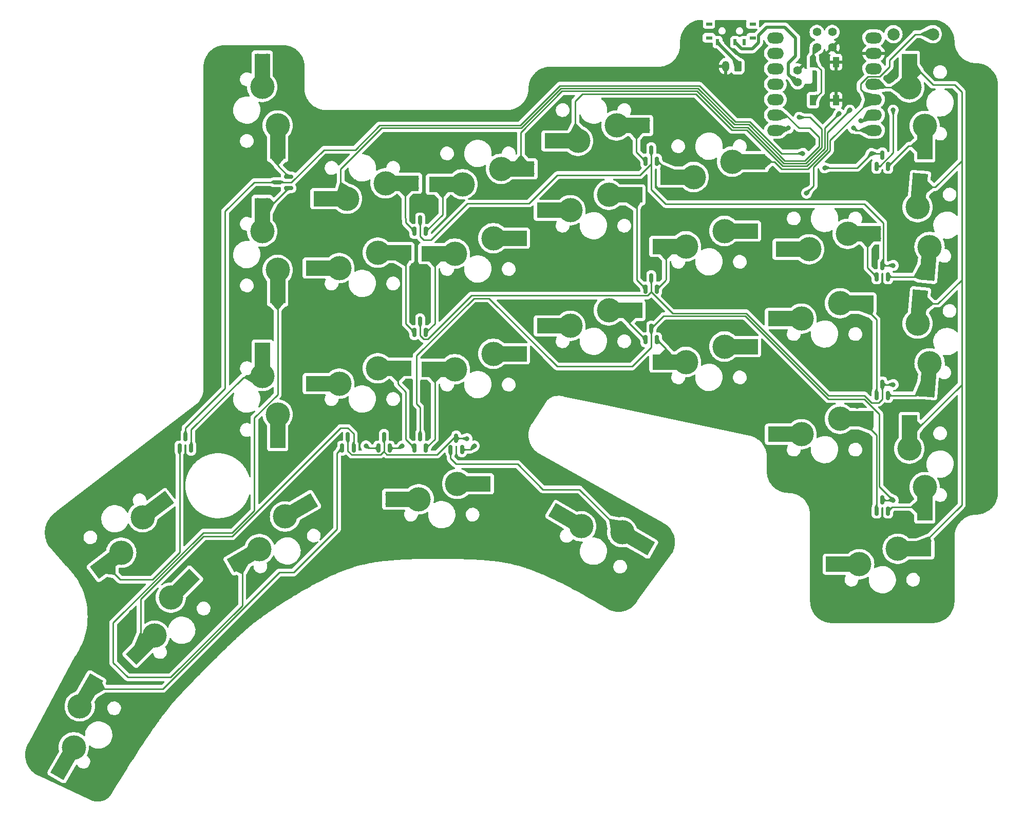
<source format=gbl>
G04 #@! TF.GenerationSoftware,KiCad,Pcbnew,7.0.2*
G04 #@! TF.CreationDate,2023-05-17T12:25:55+02:00*
G04 #@! TF.ProjectId,mykeeb_v7a2_right,6d796b65-6562-45f7-9637-61325f726967,rev?*
G04 #@! TF.SameCoordinates,Original*
G04 #@! TF.FileFunction,Copper,L2,Bot*
G04 #@! TF.FilePolarity,Positive*
%FSLAX46Y46*%
G04 Gerber Fmt 4.6, Leading zero omitted, Abs format (unit mm)*
G04 Created by KiCad (PCBNEW 7.0.2) date 2023-05-17 12:25:55*
%MOMM*%
%LPD*%
G01*
G04 APERTURE LIST*
G04 Aperture macros list*
%AMRoundRect*
0 Rectangle with rounded corners*
0 $1 Rounding radius*
0 $2 $3 $4 $5 $6 $7 $8 $9 X,Y pos of 4 corners*
0 Add a 4 corners polygon primitive as box body*
4,1,4,$2,$3,$4,$5,$6,$7,$8,$9,$2,$3,0*
0 Add four circle primitives for the rounded corners*
1,1,$1+$1,$2,$3*
1,1,$1+$1,$4,$5*
1,1,$1+$1,$6,$7*
1,1,$1+$1,$8,$9*
0 Add four rect primitives between the rounded corners*
20,1,$1+$1,$2,$3,$4,$5,0*
20,1,$1+$1,$4,$5,$6,$7,0*
20,1,$1+$1,$6,$7,$8,$9,0*
20,1,$1+$1,$8,$9,$2,$3,0*%
%AMRotRect*
0 Rectangle, with rotation*
0 The origin of the aperture is its center*
0 $1 length*
0 $2 width*
0 $3 Rotation angle, in degrees counterclockwise*
0 Add horizontal line*
21,1,$1,$2,0,0,$3*%
G04 Aperture macros list end*
G04 #@! TA.AperFunction,ComponentPad*
%ADD10C,0.800000*%
G04 #@! TD*
G04 #@! TA.AperFunction,SMDPad,CuDef*
%ADD11RotRect,4.500000X2.500000X30.000000*%
G04 #@! TD*
G04 #@! TA.AperFunction,ComponentPad*
%ADD12C,4.000000*%
G04 #@! TD*
G04 #@! TA.AperFunction,ComponentPad*
%ADD13O,2.750000X1.800000*%
G04 #@! TD*
G04 #@! TA.AperFunction,ComponentPad*
%ADD14C,1.397000*%
G04 #@! TD*
G04 #@! TA.AperFunction,SMDPad,CuDef*
%ADD15RotRect,4.500000X2.500000X85.000000*%
G04 #@! TD*
G04 #@! TA.AperFunction,SMDPad,CuDef*
%ADD16R,4.500000X2.500000*%
G04 #@! TD*
G04 #@! TA.AperFunction,SMDPad,CuDef*
%ADD17R,2.500000X4.500000*%
G04 #@! TD*
G04 #@! TA.AperFunction,SMDPad,CuDef*
%ADD18RotRect,4.500000X2.500000X45.000000*%
G04 #@! TD*
G04 #@! TA.AperFunction,SMDPad,CuDef*
%ADD19RotRect,4.500000X2.500000X60.000000*%
G04 #@! TD*
G04 #@! TA.AperFunction,SMDPad,CuDef*
%ADD20RotRect,4.500000X2.500000X217.000000*%
G04 #@! TD*
G04 #@! TA.AperFunction,ComponentPad*
%ADD21C,2.000000*%
G04 #@! TD*
G04 #@! TA.AperFunction,SMDPad,CuDef*
%ADD22RotRect,4.500000X2.500000X330.000000*%
G04 #@! TD*
G04 #@! TA.AperFunction,SMDPad,CuDef*
%ADD23RoundRect,0.150000X0.150000X-0.587500X0.150000X0.587500X-0.150000X0.587500X-0.150000X-0.587500X0*%
G04 #@! TD*
G04 #@! TA.AperFunction,ComponentPad*
%ADD24RoundRect,0.250000X0.350000X0.625000X-0.350000X0.625000X-0.350000X-0.625000X0.350000X-0.625000X0*%
G04 #@! TD*
G04 #@! TA.AperFunction,ComponentPad*
%ADD25O,1.200000X1.750000*%
G04 #@! TD*
G04 #@! TA.AperFunction,SMDPad,CuDef*
%ADD26R,1.100000X0.600000*%
G04 #@! TD*
G04 #@! TA.AperFunction,SMDPad,CuDef*
%ADD27R,1.000000X0.600000*%
G04 #@! TD*
G04 #@! TA.AperFunction,SMDPad,CuDef*
%ADD28R,0.600000X1.000000*%
G04 #@! TD*
G04 #@! TA.AperFunction,SMDPad,CuDef*
%ADD29RoundRect,0.150000X0.587500X0.150000X-0.587500X0.150000X-0.587500X-0.150000X0.587500X-0.150000X0*%
G04 #@! TD*
G04 #@! TA.AperFunction,SMDPad,CuDef*
%ADD30R,1.000000X1.700000*%
G04 #@! TD*
G04 #@! TA.AperFunction,ViaPad*
%ADD31C,0.800000*%
G04 #@! TD*
G04 #@! TA.AperFunction,Conductor*
%ADD32C,0.500000*%
G04 #@! TD*
G04 #@! TA.AperFunction,Conductor*
%ADD33C,0.250000*%
G04 #@! TD*
G04 APERTURE END LIST*
D10*
X54444030Y-238548904D03*
X55206030Y-239868727D03*
D11*
X56388206Y-238306315D03*
D12*
X59224439Y-236668815D03*
X63453701Y-231294111D03*
D11*
X66313316Y-229643111D03*
D10*
X67472110Y-228094200D03*
X68234110Y-229414022D03*
D13*
X144305128Y-152400120D03*
X144305128Y-154940120D03*
X144305128Y-157480120D03*
X144305128Y-160020120D03*
X144305128Y-162560120D03*
X144305128Y-165100120D03*
X144305128Y-167640120D03*
X160495128Y-167640120D03*
X160495128Y-165100120D03*
X160495128Y-162560120D03*
X160495128Y-160020120D03*
X160495128Y-157480120D03*
X160495128Y-154940120D03*
X160495128Y-152400120D03*
D14*
X151130128Y-151448120D03*
X153670128Y-151448120D03*
X151130128Y-153988120D03*
X153670128Y-153988120D03*
X147955128Y-159703120D03*
X147955128Y-157798120D03*
D10*
X168511947Y-191853903D03*
X170030147Y-191986728D03*
D15*
X169428363Y-190122184D03*
D12*
X169713798Y-186859646D03*
X167736903Y-180312434D03*
D15*
X168024691Y-177022999D03*
D10*
X167420553Y-175185353D03*
X168938754Y-175318178D03*
X142240096Y-173561520D03*
X142240096Y-172037520D03*
D16*
X140435096Y-172799520D03*
D12*
X137160096Y-172799520D03*
X130810096Y-175339520D03*
D16*
X127508096Y-175339520D03*
D10*
X125730096Y-176101520D03*
X125730096Y-174577520D03*
X143510096Y-197913820D03*
X143510096Y-199437820D03*
D16*
X145315096Y-198675820D03*
D12*
X148590096Y-198675820D03*
X154940096Y-196135820D03*
D16*
X158242096Y-196135820D03*
D10*
X160020096Y-195373820D03*
X160020096Y-196897820D03*
X104140096Y-174752220D03*
X104140096Y-173228220D03*
D16*
X102335096Y-173990220D03*
D12*
X99060096Y-173990220D03*
X92710096Y-176530220D03*
D16*
X89408096Y-176530220D03*
D10*
X87630096Y-177292220D03*
X87630096Y-175768220D03*
X143510096Y-216963820D03*
X143510096Y-218487820D03*
D16*
X145315096Y-217725820D03*
D12*
X148590096Y-217725820D03*
X154940096Y-215185820D03*
D16*
X158242096Y-215185820D03*
D10*
X160020096Y-214423820D03*
X160020096Y-215947820D03*
X168148096Y-231537020D03*
X169672096Y-231537020D03*
D17*
X168910096Y-229732020D03*
D12*
X168910096Y-226457020D03*
X166370096Y-220107020D03*
D17*
X166370096Y-216805020D03*
D10*
X165608096Y-215027020D03*
X167132096Y-215027020D03*
X168148096Y-172005820D03*
X169672096Y-172005820D03*
D17*
X168910096Y-170200820D03*
D12*
X168910096Y-166925820D03*
X166370096Y-160575820D03*
D17*
X166370096Y-157273820D03*
D10*
X165608096Y-155495820D03*
X167132096Y-155495820D03*
X80406896Y-227679520D03*
X80406896Y-229203520D03*
D16*
X82211896Y-228441520D03*
D12*
X85486896Y-228441520D03*
X91836896Y-225901520D03*
D16*
X95138896Y-225901520D03*
D10*
X96916896Y-225139520D03*
X96916896Y-226663520D03*
X60451996Y-203041520D03*
X58927996Y-203041520D03*
D17*
X59689996Y-204846520D03*
D12*
X59689996Y-208121520D03*
X62229996Y-214471520D03*
D17*
X62229996Y-217773520D03*
D10*
X62991996Y-219551520D03*
X61467996Y-219551520D03*
X37813350Y-253982733D03*
X38890981Y-255060363D03*
D18*
X39628493Y-253245220D03*
D12*
X41944268Y-250929446D03*
X44638345Y-244643266D03*
D18*
X46973211Y-242308400D03*
D10*
X47691632Y-240512349D03*
X48769263Y-241589979D03*
X25437480Y-273343586D03*
X26757303Y-274105586D03*
D19*
X26999891Y-272161410D03*
D12*
X28637391Y-269325177D03*
X29612687Y-262555915D03*
D19*
X31263687Y-259696300D03*
D10*
X31492776Y-257775506D03*
X32812598Y-258537506D03*
X44499859Y-228951079D03*
X43582693Y-227733958D03*
D20*
X42599739Y-229428795D03*
D12*
X39984207Y-231399739D03*
X36441482Y-237249799D03*
D20*
X33804388Y-239236992D03*
D10*
X32842997Y-240915579D03*
X31925831Y-239698459D03*
X67310096Y-208629420D03*
X67310096Y-210153420D03*
D16*
X69115096Y-209391420D03*
D12*
X72390096Y-209391420D03*
X78740096Y-206851420D03*
D16*
X82042096Y-206851420D03*
D10*
X83820096Y-206089420D03*
X83820096Y-207613420D03*
X105410096Y-199104420D03*
X105410096Y-200628420D03*
D16*
X107215096Y-199866420D03*
D12*
X110490096Y-199866420D03*
X116840096Y-197326420D03*
D16*
X120142096Y-197326420D03*
D10*
X121920096Y-196564420D03*
X121920096Y-198088420D03*
D21*
X170259518Y-151804815D03*
X163759518Y-151804815D03*
D10*
X86360096Y-187198220D03*
X86360096Y-188722220D03*
D16*
X88165096Y-187960220D03*
D12*
X91440096Y-187960220D03*
X97790096Y-185420220D03*
D16*
X101092096Y-185420220D03*
D10*
X102870096Y-184658220D03*
X102870096Y-186182220D03*
X67310096Y-189579420D03*
X67310096Y-191103420D03*
D16*
X69115096Y-190341420D03*
D12*
X72390096Y-190341420D03*
X78740096Y-187801420D03*
D16*
X82042096Y-187801420D03*
D10*
X83820096Y-187039420D03*
X83820096Y-188563420D03*
X105410096Y-180054420D03*
X105410096Y-181578420D03*
D16*
X107215096Y-180816420D03*
D12*
X110490096Y-180816420D03*
X116840096Y-178276420D03*
D16*
X120142096Y-178276420D03*
D10*
X121920096Y-177514420D03*
X121920096Y-179038420D03*
X124460096Y-186007520D03*
X124460096Y-187531520D03*
D16*
X126265096Y-186769520D03*
D12*
X129540096Y-186769520D03*
X135890096Y-184229520D03*
D16*
X139192096Y-184229520D03*
D10*
X140970096Y-183467520D03*
X140970096Y-184991520D03*
X60452096Y-155416420D03*
X58928096Y-155416420D03*
D17*
X59690096Y-157221420D03*
D12*
X59690096Y-160496420D03*
X62230096Y-166846420D03*
D17*
X62230096Y-170148420D03*
D10*
X62992096Y-171926420D03*
X61468096Y-171926420D03*
X85090096Y-177133420D03*
X85090096Y-175609420D03*
D16*
X83285096Y-176371420D03*
D12*
X80010096Y-176371420D03*
X73660096Y-178911420D03*
D16*
X70358096Y-178911420D03*
D10*
X68580096Y-179673420D03*
X68580096Y-178149420D03*
X86360096Y-206248220D03*
X86360096Y-207772220D03*
D16*
X88165096Y-207010220D03*
D12*
X91440096Y-207010220D03*
X97790096Y-204470220D03*
D16*
X101092096Y-204470220D03*
D10*
X102870096Y-203708220D03*
X102870096Y-205232220D03*
X124460096Y-205057520D03*
X124460096Y-206581520D03*
D16*
X126265096Y-205819520D03*
D12*
X129540096Y-205819520D03*
X135890096Y-203279520D03*
D16*
X139192096Y-203279520D03*
D10*
X140970096Y-202517520D03*
X140970096Y-204041520D03*
X168511947Y-211036703D03*
X170030147Y-211169528D03*
D15*
X169428363Y-209304984D03*
D12*
X169713798Y-206042446D03*
X167736903Y-199495234D03*
D15*
X168024691Y-196205799D03*
D10*
X167420553Y-194368153D03*
X168938754Y-194500978D03*
X60452096Y-179228920D03*
X58928096Y-179228920D03*
D17*
X59690096Y-181033920D03*
D12*
X59690096Y-184308920D03*
X62230096Y-190658920D03*
D17*
X62230096Y-193960920D03*
D10*
X62992096Y-195738920D03*
X61468096Y-195738920D03*
X108252030Y-229701104D03*
X107490030Y-231020927D03*
D22*
X109434206Y-231263515D03*
D12*
X112270439Y-232901015D03*
X119039701Y-233876311D03*
D22*
X121899316Y-235527311D03*
D10*
X123820110Y-235756400D03*
X123058110Y-237076222D03*
X153035096Y-238395120D03*
X153035096Y-239919120D03*
D16*
X154840096Y-239157120D03*
D12*
X158115096Y-239157120D03*
X164465096Y-236617120D03*
D16*
X167767096Y-236617120D03*
D10*
X169545096Y-235855120D03*
X169545096Y-237379120D03*
X161290096Y-185467820D03*
X161290096Y-183943820D03*
D16*
X159485096Y-184705820D03*
D12*
X156210096Y-184705820D03*
X149860096Y-187245820D03*
D16*
X146558096Y-187245820D03*
D10*
X144780096Y-188007820D03*
X144780096Y-186483820D03*
X123190096Y-167608420D03*
X123190096Y-166084420D03*
D16*
X121385096Y-166846420D03*
D12*
X118110096Y-166846420D03*
X111760096Y-169386420D03*
D16*
X108458096Y-169386420D03*
D10*
X106680096Y-170148420D03*
X106680096Y-168624420D03*
D23*
X162875096Y-211336115D03*
X160975096Y-211336115D03*
X161925096Y-209461115D03*
X86675072Y-200962668D03*
X84775072Y-200962668D03*
X85725072Y-199087668D03*
X92628202Y-220265810D03*
X90728202Y-220265810D03*
X91678202Y-218390810D03*
D24*
X138112616Y-157093884D03*
D25*
X136112616Y-157093884D03*
D23*
X86675096Y-184293904D03*
X84775096Y-184293904D03*
X85725096Y-182418904D03*
X86675072Y-220012684D03*
X84775072Y-220012684D03*
X85725072Y-218137684D03*
X47979727Y-220012684D03*
X46079727Y-220012684D03*
X47029727Y-218137684D03*
D26*
X140550096Y-150114120D03*
D27*
X133350096Y-150114120D03*
X140550096Y-152400120D03*
D26*
X133350096Y-152400120D03*
D28*
X134750096Y-153107120D03*
X137650096Y-153107120D03*
X139150096Y-153107120D03*
D23*
X80721942Y-220012684D03*
X78821942Y-220012684D03*
X79771942Y-218137684D03*
X74768812Y-220012684D03*
X72868812Y-220012684D03*
X73818812Y-218137684D03*
D29*
X64040596Y-175262720D03*
X64040596Y-177162720D03*
X62165596Y-176212720D03*
D23*
X162875096Y-191779847D03*
X160975096Y-191779847D03*
X161925096Y-189904847D03*
X162875096Y-173578270D03*
X160975096Y-173578270D03*
X161925096Y-171703270D03*
X124775096Y-193818912D03*
X122875096Y-193818912D03*
X123825096Y-191943912D03*
X162875096Y-230386131D03*
X160975096Y-230386131D03*
X161925096Y-228511131D03*
D30*
X150500128Y-156393884D03*
X150500128Y-162693884D03*
X154300128Y-156393884D03*
X154300128Y-162693884D03*
D23*
X124775104Y-202153294D03*
X122875104Y-202153294D03*
X123825104Y-200278294D03*
X124775104Y-172729831D03*
X122875104Y-172729831D03*
X123825104Y-170854831D03*
D31*
X84534446Y-214907993D03*
X133945425Y-157757945D03*
X105965714Y-196453290D03*
X148828250Y-169664205D03*
X38100032Y-247054895D03*
X155972006Y-180975152D03*
X165497014Y-164901701D03*
X162520449Y-158948571D03*
X134540738Y-158948571D03*
X105965714Y-172640770D03*
X59531300Y-198834542D03*
X60721926Y-211336115D03*
X135731364Y-159543884D03*
X156567319Y-172640770D03*
X86915698Y-213122054D03*
X142875120Y-177403274D03*
X147042311Y-164306388D03*
X166687640Y-213122054D03*
X160734510Y-188118908D03*
X91082889Y-179784526D03*
X69056308Y-198834542D03*
X133945425Y-156567319D03*
X105965714Y-202406420D03*
X45243788Y-253008025D03*
X157162632Y-169664205D03*
X142875120Y-210740802D03*
X78581316Y-198834542D03*
X105965714Y-175617335D03*
X123825104Y-197048603D03*
X136921990Y-158948571D03*
X157757945Y-213122054D03*
X142875120Y-192286099D03*
X135136051Y-155376693D03*
X104775088Y-192881412D03*
X52387544Y-219075184D03*
X105965714Y-183951717D03*
X163711075Y-189904847D03*
X163711075Y-209550176D03*
X163711075Y-228600192D03*
X93464141Y-218479871D03*
X160139197Y-171450144D03*
X148828250Y-171450144D03*
X152400128Y-173831396D03*
X146446998Y-167282953D03*
X148232937Y-165497014D03*
X157162632Y-167282953D03*
X154781380Y-164901701D03*
X158353258Y-166092327D03*
X156567319Y-164306388D03*
X149423563Y-177998587D03*
X163711075Y-164306388D03*
X94654767Y-219670497D03*
X76795377Y-219670497D03*
X82748507Y-219670497D03*
D32*
X138112616Y-156567319D02*
X134750096Y-153204799D01*
X134750096Y-153204799D02*
X134750096Y-153107120D01*
X138112616Y-157093884D02*
X138112616Y-156567319D01*
D33*
X123825104Y-177403274D02*
X126218750Y-179796920D01*
X103667096Y-179701892D02*
X93546775Y-179701892D01*
X121992164Y-175022022D02*
X108346966Y-175022022D01*
X85725096Y-185142367D02*
X85725096Y-182418904D01*
X123825104Y-170854831D02*
X123825104Y-177403274D01*
X158960965Y-179796920D02*
X162060096Y-182896051D01*
X126218750Y-179796920D02*
X158960965Y-179796920D01*
X123825104Y-170854831D02*
X123825104Y-173189082D01*
X163711075Y-189904847D02*
X161925096Y-189904847D01*
X108346966Y-175022022D02*
X103667096Y-179701892D01*
X86320385Y-185737656D02*
X85725096Y-185142367D01*
X162060096Y-189769847D02*
X161925096Y-189904847D01*
X93546775Y-179701892D02*
X87511011Y-185737656D01*
X87511011Y-185737656D02*
X86320385Y-185737656D01*
X123825104Y-173189082D02*
X121992164Y-175022022D01*
X162060096Y-182896051D02*
X162060096Y-189769847D01*
X94165579Y-194881412D02*
X87021823Y-202025168D01*
X139489638Y-197789229D02*
X153036524Y-211336115D01*
X123221847Y-194881412D02*
X94165579Y-194881412D01*
X161329823Y-212526741D02*
X161925096Y-211931468D01*
X160180280Y-212526741D02*
X161329823Y-212526741D01*
X158989654Y-211336115D02*
X160180280Y-212526741D01*
X123825096Y-194278163D02*
X123221847Y-194881412D01*
X161925096Y-211931468D02*
X161925096Y-209461115D01*
X163711075Y-209550176D02*
X162014157Y-209550176D01*
X123825096Y-194278163D02*
X127336162Y-197789229D01*
X85725072Y-201421919D02*
X85725072Y-199087668D01*
X87021823Y-202025168D02*
X86328321Y-202025168D01*
X162014157Y-209550176D02*
X161925096Y-209461115D01*
X153036524Y-211336115D02*
X158989654Y-211336115D01*
X127336162Y-197789229D02*
X139489638Y-197789229D01*
X86328321Y-202025168D02*
X85725072Y-201421919D01*
X123825096Y-191943912D02*
X123825096Y-194278163D01*
X94586019Y-195331412D02*
X97104767Y-195331412D01*
X120653945Y-206573611D02*
X123825104Y-203402452D01*
X161425096Y-226314213D02*
X163711075Y-228600192D01*
X85129759Y-204787672D02*
X94586019Y-195331412D01*
X152995441Y-211931428D02*
X158948571Y-211931428D01*
X161425096Y-214407953D02*
X161425096Y-226314213D01*
X163711075Y-228600192D02*
X162014157Y-228600192D01*
X139303242Y-198239229D02*
X152995441Y-211931428D01*
X162014157Y-228600192D02*
X161925096Y-228511131D01*
X85129759Y-212692062D02*
X85129759Y-204787672D01*
X158948571Y-211931428D02*
X161425096Y-214407953D01*
X123825104Y-203402452D02*
X123825104Y-200278294D01*
X125864169Y-198239229D02*
X139303242Y-198239229D01*
X85725072Y-213287375D02*
X85129759Y-212692062D01*
X97104767Y-195331412D02*
X108346966Y-206573611D01*
X85725072Y-218137684D02*
X85725072Y-213287375D01*
X123825104Y-200278294D02*
X125864169Y-198239229D01*
X108346966Y-206573611D02*
X120653945Y-206573611D01*
X73818812Y-220471935D02*
X73818812Y-218137684D01*
X93375080Y-218390810D02*
X93464141Y-218479871D01*
X88509577Y-221075184D02*
X80256316Y-221075184D01*
X79771942Y-218137684D02*
X79771942Y-220471935D01*
X80256316Y-221075184D02*
X79771942Y-220590810D01*
X79771942Y-220471935D02*
X79168693Y-221075184D01*
X74422061Y-221075184D02*
X73818812Y-220471935D01*
X79168693Y-221075184D02*
X74422061Y-221075184D01*
X91678202Y-218390810D02*
X91193951Y-218390810D01*
X91193951Y-218390810D02*
X88509577Y-221075184D01*
X79771942Y-220590810D02*
X79771942Y-218137684D01*
X91678202Y-218390810D02*
X93375080Y-218390810D01*
X36264474Y-241697078D02*
X33804388Y-239236992D01*
X46079727Y-237207095D02*
X41589744Y-241697078D01*
X46079727Y-220012684D02*
X46079727Y-237207095D01*
X41589744Y-241697078D02*
X36264474Y-241697078D01*
X137703699Y-166237640D02*
X140084951Y-166237640D01*
X160139197Y-171450144D02*
X161671970Y-171450144D01*
X140084951Y-166237640D02*
X145297455Y-171450144D01*
X152400128Y-173831396D02*
X157757945Y-173831396D01*
X69857736Y-170854831D02*
X75009438Y-170854831D01*
X75009438Y-170854831D02*
X79031316Y-166832953D01*
X131750569Y-160284510D02*
X137703699Y-166237640D01*
X64499847Y-176212720D02*
X69857736Y-170854831D01*
X53578170Y-210145489D02*
X53578170Y-180975152D01*
X53578170Y-180975152D02*
X58340602Y-176212720D01*
X157757945Y-173831396D02*
X160139197Y-171450144D01*
X47029727Y-216693932D02*
X53578170Y-210145489D01*
X108755883Y-160284510D02*
X131750569Y-160284510D01*
X62165596Y-176212720D02*
X64499847Y-176212720D01*
X79031316Y-166832953D02*
X102207440Y-166832953D01*
X47029727Y-218137684D02*
X47029727Y-216693932D01*
X145297455Y-171450144D02*
X148828250Y-171450144D01*
X102207440Y-166832953D02*
X108755883Y-160284510D01*
X161671970Y-171450144D02*
X161925096Y-171703270D01*
X58340602Y-176212720D02*
X62165596Y-176212720D01*
X150500128Y-154618120D02*
X151130128Y-153988120D01*
X150500128Y-162693884D02*
X151804815Y-161389197D01*
X151804815Y-157698571D02*
X150500128Y-156393884D01*
X151804815Y-161389197D02*
X151804815Y-157698571D01*
X150500128Y-156393884D02*
X150500128Y-154618120D01*
D32*
X146446998Y-158405992D02*
X146446998Y-156567319D01*
X147637624Y-155376693D02*
X147637624Y-152400128D01*
X138729043Y-154186067D02*
X137650096Y-153107120D01*
X142875120Y-150614189D02*
X141500096Y-151989213D01*
X147744126Y-159703120D02*
X146446998Y-158405992D01*
X147637624Y-152400128D02*
X145851685Y-150614189D01*
X145851685Y-150614189D02*
X142875120Y-150614189D01*
X147955128Y-159703120D02*
X147744126Y-159703120D01*
X146446998Y-156567319D02*
X147637624Y-155376693D01*
X141500096Y-153179839D02*
X140493868Y-154186067D01*
X141500096Y-151989213D02*
X141500096Y-153179839D01*
X140493868Y-154186067D02*
X138729043Y-154186067D01*
D33*
X102393836Y-167282953D02*
X108942279Y-160734510D01*
X151500128Y-168764205D02*
X151500128Y-170259518D01*
X139898555Y-166687640D02*
X145851685Y-172640770D01*
X72628186Y-177879510D02*
X72628186Y-174053199D01*
X131564173Y-160734510D02*
X137517303Y-166687640D01*
X79398432Y-167282953D02*
X102393836Y-167282953D01*
X149118876Y-172640770D02*
X151500128Y-170259518D01*
X72628186Y-174053199D02*
X79398432Y-167282953D01*
X148191854Y-167282953D02*
X150018876Y-167282953D01*
X144780128Y-165100120D02*
X146009021Y-165100120D01*
X108942279Y-160734510D02*
X131564173Y-160734510D01*
X137517303Y-166687640D02*
X139898555Y-166687640D01*
X150018876Y-167282953D02*
X151500128Y-168764205D01*
X73660096Y-178911420D02*
X72628186Y-177879510D01*
X145851685Y-172640770D02*
X149118876Y-172640770D01*
X146009021Y-165100120D02*
X148191854Y-167282953D01*
X137330907Y-167137640D02*
X131377777Y-161184510D01*
X131377777Y-161184510D02*
X109128675Y-161184510D01*
X151950128Y-167428266D02*
X151950128Y-170259518D01*
X151950128Y-170445914D02*
X149305272Y-173090770D01*
X146089831Y-167640120D02*
X146446998Y-167282953D01*
X151950128Y-170259518D02*
X151950128Y-170445914D01*
X144780128Y-167640120D02*
X146089831Y-167640120D01*
X109128675Y-161184510D02*
X102335096Y-167978089D01*
X149305272Y-173090770D02*
X145665289Y-173090770D01*
X145665289Y-173090770D02*
X139712159Y-167137640D01*
X148232937Y-165497014D02*
X150018876Y-165497014D01*
X150018876Y-165497014D02*
X151950128Y-167428266D01*
X139712159Y-167137640D02*
X137330907Y-167137640D01*
X102335096Y-167978089D02*
X102335096Y-173990220D01*
X160020128Y-167640120D02*
X157519799Y-167640120D01*
X37504719Y-257770529D02*
X44607392Y-257770529D01*
X35123467Y-248799751D02*
X35123467Y-255389277D01*
X154781380Y-164901701D02*
X152400128Y-167282953D01*
X111323531Y-168949855D02*
X111760096Y-169386420D01*
X112514157Y-161634510D02*
X111323531Y-162825136D01*
X54748254Y-233937468D02*
X49985750Y-233937468D01*
X44607392Y-257770529D02*
X56388206Y-245989715D01*
X62230096Y-211183373D02*
X58399996Y-215013473D01*
X131191381Y-161634510D02*
X112514157Y-161634510D01*
X145478893Y-173540770D02*
X139525763Y-167587640D01*
X157519799Y-167640120D02*
X157162632Y-167282953D01*
X149491668Y-173540770D02*
X145478893Y-173540770D01*
X152400128Y-167282953D02*
X152400128Y-170632310D01*
X139525763Y-167587640D02*
X137144511Y-167587640D01*
X35123467Y-255389277D02*
X37504719Y-257770529D01*
X152400128Y-170632310D02*
X149491668Y-173540770D01*
X58399996Y-230285726D02*
X54748254Y-233937468D01*
X62230096Y-193960920D02*
X62230096Y-211183373D01*
X137144511Y-167587640D02*
X131191381Y-161634510D01*
X56388206Y-245989715D02*
X56388206Y-238306315D01*
X111323531Y-162825136D02*
X111323531Y-168949855D01*
X49985750Y-233937468D02*
X35123467Y-248799751D01*
X58399996Y-215013473D02*
X58399996Y-230285726D01*
X159027921Y-166092327D02*
X160020128Y-165100120D01*
X152850128Y-170259518D02*
X152850128Y-170818706D01*
X152850128Y-168023579D02*
X152850128Y-170259518D01*
X152850128Y-170818706D02*
X149678064Y-173990770D01*
X144101247Y-172799520D02*
X140435096Y-172799520D01*
X156567319Y-164306388D02*
X154781380Y-166092327D01*
X154781380Y-166092327D02*
X152850128Y-168023579D01*
X149678064Y-173990770D02*
X145292497Y-173990770D01*
X145292497Y-173990770D02*
X144101247Y-172799520D01*
X158353258Y-166092327D02*
X159027921Y-166092327D01*
X161483274Y-158795120D02*
X159512716Y-158795120D01*
X150614189Y-176807961D02*
X149423563Y-177998587D01*
X160020128Y-162560120D02*
X153300128Y-169280120D01*
X153300128Y-171005102D02*
X150614189Y-173691041D01*
X153300128Y-169968892D02*
X153300128Y-171005102D01*
X153300128Y-169280120D02*
X153300128Y-169968892D01*
X150614189Y-173691041D02*
X150614189Y-176807961D01*
X163115762Y-157162632D02*
X161483274Y-158795120D01*
X158353258Y-159954578D02*
X158353258Y-160893250D01*
X167363021Y-151804815D02*
X163115762Y-156052074D01*
X170259518Y-151804815D02*
X167363021Y-151804815D01*
X158353258Y-160893250D02*
X160020128Y-162560120D01*
X163115762Y-156052074D02*
X163115762Y-157162632D01*
X159512716Y-158795120D02*
X158353258Y-159954578D01*
X162875096Y-173578270D02*
X166252546Y-170200820D01*
X166252546Y-170200820D02*
X168910096Y-170200820D01*
X161465845Y-173578270D02*
X163711075Y-171333040D01*
X163711075Y-171333040D02*
X163711075Y-164306388D01*
X160975096Y-173578270D02*
X161465845Y-173578270D01*
X167770700Y-191779847D02*
X169428363Y-190122184D01*
X162875096Y-191779847D02*
X167770700Y-191779847D01*
X159485096Y-190289847D02*
X159485096Y-184705820D01*
X160975096Y-191779847D02*
X159485096Y-190289847D01*
X162875096Y-211336115D02*
X167397232Y-211336115D01*
X167397232Y-211336115D02*
X169428363Y-209304984D01*
X160975096Y-198868820D02*
X158242096Y-196135820D01*
X160975096Y-211336115D02*
X160975096Y-198868820D01*
X162875096Y-230386131D02*
X163529207Y-229732020D01*
X163529207Y-229732020D02*
X168910096Y-229732020D01*
X160975096Y-230386131D02*
X160975096Y-217918820D01*
X160975096Y-217918820D02*
X158242096Y-215185820D01*
X64040596Y-175262720D02*
X62230096Y-173452220D01*
X62230096Y-173452220D02*
X62230096Y-170148420D01*
X64040596Y-177162720D02*
X60169396Y-181033920D01*
X60169396Y-181033920D02*
X59690096Y-181033920D01*
X124898407Y-172729831D02*
X127508096Y-175339520D01*
X124775104Y-172729831D02*
X124898407Y-172729831D01*
X122875104Y-172729831D02*
X121385096Y-171239823D01*
X121385096Y-171239823D02*
X121385096Y-166846420D01*
X126265096Y-192227359D02*
X126265096Y-186769520D01*
X126206356Y-192387652D02*
X126206356Y-192286099D01*
X126206356Y-192286099D02*
X126265096Y-192227359D01*
X124775096Y-193818912D02*
X126206356Y-192387652D01*
X122875096Y-193818912D02*
X122875096Y-193717343D01*
X121443852Y-179578176D02*
X120142096Y-178276420D01*
X122875096Y-193717343D02*
X121443852Y-192286099D01*
X121443852Y-192286099D02*
X121443852Y-179578176D01*
X124775104Y-202153294D02*
X126265096Y-203643286D01*
X126265096Y-203643286D02*
X126265096Y-205819520D01*
X122875104Y-202153294D02*
X120142096Y-199420286D01*
X120142096Y-199420286D02*
X120142096Y-197326420D01*
X56554735Y-208359550D02*
X59451966Y-208359550D01*
X59451966Y-208359550D02*
X59689996Y-208121520D01*
X47979727Y-216934558D02*
X56554735Y-208359550D01*
X47979727Y-220012684D02*
X47979727Y-216934558D01*
X86675096Y-184293904D02*
X89408096Y-181560904D01*
X89408096Y-181560904D02*
X89408096Y-176530220D01*
X83285096Y-182107054D02*
X83285096Y-176371420D01*
X83343820Y-182862628D02*
X83343820Y-182165778D01*
X83343820Y-182165778D02*
X83285096Y-182107054D01*
X84775096Y-184293904D02*
X83343820Y-182862628D01*
X86675072Y-200962668D02*
X88165096Y-199472644D01*
X88165096Y-199472644D02*
X88165096Y-187960220D01*
X83343820Y-199531416D02*
X83343820Y-189103144D01*
X84775072Y-200962668D02*
X83343820Y-199531416D01*
X83343820Y-189103144D02*
X82042096Y-187801420D01*
X88165096Y-218522660D02*
X88165096Y-207010220D01*
X86675072Y-220012684D02*
X88165096Y-218522660D01*
X83343820Y-210740802D02*
X82042096Y-209439078D01*
X82042096Y-209439078D02*
X82042096Y-206851420D01*
X84775072Y-220012684D02*
X83343820Y-218581432D01*
X83343820Y-218581432D02*
X83343820Y-210740802D01*
X39628493Y-244931121D02*
X39628493Y-253245220D01*
X73801561Y-216693932D02*
X72628186Y-216693932D01*
X72628186Y-216693932D02*
X54768796Y-234553322D01*
X50006292Y-234553322D02*
X39628493Y-244931121D01*
X54768796Y-234553322D02*
X50006292Y-234553322D01*
X74768812Y-217661183D02*
X73801561Y-216693932D01*
X74768812Y-220012684D02*
X74768812Y-217661183D01*
X72032873Y-233362696D02*
X72032873Y-220848623D01*
X64889117Y-240506452D02*
X72032873Y-233362696D01*
X43318017Y-259696300D02*
X62507865Y-240506452D01*
X62507865Y-240506452D02*
X64889117Y-240506452D01*
X72032873Y-220848623D02*
X72868812Y-220012684D01*
X31263687Y-259696300D02*
X43318017Y-259696300D01*
X170259518Y-160139197D02*
X173831396Y-160139197D01*
X175022022Y-229362194D02*
X167767096Y-236617120D01*
X160575828Y-160575820D02*
X166370096Y-160575820D01*
X175022022Y-209550176D02*
X174945096Y-209627102D01*
X170639793Y-177022999D02*
X168024691Y-177022999D01*
X160020128Y-160020120D02*
X160575828Y-160575820D01*
X166370096Y-157273820D02*
X167394141Y-157273820D01*
X175022022Y-161329823D02*
X175022022Y-172640770D01*
X174945096Y-192363025D02*
X171102322Y-196205799D01*
X167767178Y-216805020D02*
X166370096Y-216805020D01*
X167394141Y-157273820D02*
X170259518Y-160139197D01*
X175022022Y-172640770D02*
X170639793Y-177022999D01*
X171102322Y-196205799D02*
X168024691Y-196205799D01*
X175022022Y-192286099D02*
X174945096Y-192363025D01*
X175022022Y-208954863D02*
X175022022Y-229362194D01*
X174945096Y-209627102D02*
X167767178Y-216805020D01*
X175022022Y-192286099D02*
X175022022Y-209550176D01*
X173831396Y-160139197D02*
X175022022Y-161329823D01*
X175022022Y-172640770D02*
X175022022Y-192286099D01*
X92628202Y-220265810D02*
X94059454Y-220265810D01*
X94059454Y-220265810D02*
X94654767Y-219670497D01*
X90728202Y-221697062D02*
X91678202Y-222647062D01*
X105965714Y-226814253D02*
X111977643Y-226814253D01*
X111977643Y-226814253D02*
X119039701Y-233876311D01*
X91678202Y-222647062D02*
X101798523Y-222647062D01*
X101798523Y-222647062D02*
X105965714Y-226814253D01*
X90728202Y-220265810D02*
X90728202Y-221697062D01*
X78821942Y-220012684D02*
X77137564Y-220012684D01*
X77137564Y-220012684D02*
X76795377Y-219670497D01*
X80721942Y-220012684D02*
X82406320Y-220012684D01*
X82406320Y-220012684D02*
X82748507Y-219670497D01*
G04 #@! TA.AperFunction,Conductor*
G36*
X132326016Y-149507634D02*
G01*
X132371771Y-149560438D01*
X132381715Y-149629596D01*
X132375159Y-149655283D01*
X132356006Y-149706635D01*
X132356005Y-149706637D01*
X132349596Y-149766247D01*
X132349596Y-149769568D01*
X132349596Y-149769569D01*
X132349596Y-150458680D01*
X132349596Y-150458698D01*
X132349597Y-150461992D01*
X132349949Y-150465272D01*
X132349950Y-150465279D01*
X132356005Y-150521604D01*
X132364487Y-150544344D01*
X132406300Y-150656451D01*
X132492550Y-150771666D01*
X132607765Y-150857916D01*
X132742613Y-150908211D01*
X132802223Y-150914620D01*
X133897968Y-150914619D01*
X133957579Y-150908211D01*
X134092427Y-150857916D01*
X134207642Y-150771666D01*
X134293892Y-150656451D01*
X134344187Y-150521603D01*
X134350596Y-150461993D01*
X134350595Y-149766248D01*
X134344187Y-149706637D01*
X134325033Y-149655282D01*
X134320049Y-149585590D01*
X134353534Y-149524267D01*
X134414857Y-149490783D01*
X134441215Y-149487949D01*
X139408977Y-149487949D01*
X139476016Y-149507634D01*
X139521771Y-149560438D01*
X139531715Y-149629596D01*
X139525159Y-149655283D01*
X139506006Y-149706635D01*
X139506005Y-149706637D01*
X139499596Y-149766247D01*
X139499596Y-149769568D01*
X139499596Y-149769569D01*
X139499596Y-150458680D01*
X139499596Y-150458698D01*
X139499597Y-150461992D01*
X139499949Y-150465272D01*
X139499950Y-150465279D01*
X139506005Y-150521604D01*
X139514487Y-150544344D01*
X139556300Y-150656451D01*
X139642550Y-150771666D01*
X139757765Y-150857916D01*
X139892613Y-150908211D01*
X139952223Y-150914620D01*
X141147968Y-150914619D01*
X141207579Y-150908211D01*
X141207581Y-150908210D01*
X141207852Y-150908181D01*
X141276611Y-150920587D01*
X141327748Y-150968198D01*
X141345027Y-151035897D01*
X141322962Y-151102192D01*
X141308787Y-151119152D01*
X141014455Y-151413485D01*
X141000822Y-151425267D01*
X140981564Y-151439603D01*
X140949731Y-151477541D01*
X140942434Y-151485505D01*
X140941068Y-151486870D01*
X140941046Y-151486894D01*
X140938505Y-151489436D01*
X140936269Y-151492263D01*
X140936267Y-151492266D01*
X140919272Y-151513759D01*
X140916998Y-151516550D01*
X140884464Y-151555324D01*
X140826293Y-151594027D01*
X140789473Y-151599620D01*
X140005535Y-151599620D01*
X140005516Y-151599620D01*
X140002224Y-151599621D01*
X139998944Y-151599973D01*
X139998936Y-151599974D01*
X139942611Y-151606029D01*
X139807765Y-151656324D01*
X139692550Y-151742574D01*
X139606300Y-151857788D01*
X139556005Y-151992636D01*
X139555657Y-151995875D01*
X139528919Y-152060426D01*
X139471526Y-152100274D01*
X139432367Y-152106620D01*
X138805535Y-152106620D01*
X138805516Y-152106620D01*
X138802224Y-152106621D01*
X138798944Y-152106973D01*
X138798936Y-152106974D01*
X138742611Y-152113029D01*
X138607765Y-152163324D01*
X138478278Y-152260258D01*
X138476358Y-152257693D01*
X138443418Y-152282347D01*
X138373726Y-152287325D01*
X138322568Y-152259384D01*
X138321914Y-152260258D01*
X138315832Y-152255705D01*
X138312406Y-152253834D01*
X138310695Y-152251859D01*
X138192427Y-152163324D01*
X138057579Y-152113029D01*
X138001262Y-152106974D01*
X138001261Y-152106973D01*
X137997969Y-152106620D01*
X137994646Y-152106620D01*
X137305535Y-152106620D01*
X137305516Y-152106620D01*
X137302224Y-152106621D01*
X137298944Y-152106973D01*
X137298936Y-152106974D01*
X137242611Y-152113029D01*
X137107765Y-152163324D01*
X136992550Y-152249574D01*
X136906300Y-152364788D01*
X136856005Y-152499636D01*
X136853169Y-152526019D01*
X136849596Y-152559247D01*
X136849596Y-152562568D01*
X136849596Y-152562569D01*
X136849596Y-153651680D01*
X136849596Y-153651698D01*
X136849597Y-153654992D01*
X136849949Y-153658272D01*
X136849950Y-153658279D01*
X136856005Y-153714604D01*
X136875529Y-153766950D01*
X136906300Y-153849451D01*
X136992550Y-153964666D01*
X137107765Y-154050916D01*
X137242613Y-154101211D01*
X137302223Y-154107620D01*
X137514174Y-154107619D01*
X137581214Y-154127303D01*
X137587128Y-154131350D01*
X137674116Y-154194646D01*
X137688840Y-154207231D01*
X138153312Y-154671704D01*
X138165092Y-154685335D01*
X138168654Y-154690120D01*
X138179433Y-154704597D01*
X138184736Y-154709047D01*
X138217382Y-154736440D01*
X138225357Y-154743748D01*
X138229266Y-154747657D01*
X138232098Y-154749896D01*
X138232108Y-154749905D01*
X138253580Y-154766882D01*
X138256380Y-154769163D01*
X138314797Y-154818182D01*
X138331208Y-154828636D01*
X138332362Y-154829174D01*
X138332366Y-154829177D01*
X138400371Y-154860888D01*
X138403494Y-154862400D01*
X138469710Y-154895655D01*
X138471747Y-154896678D01*
X138490127Y-154903065D01*
X138491364Y-154903320D01*
X138491370Y-154903323D01*
X138564905Y-154918506D01*
X138568252Y-154919248D01*
X138641322Y-154936567D01*
X138641324Y-154936567D01*
X138642548Y-154936857D01*
X138661919Y-154938836D01*
X138663183Y-154938799D01*
X138663187Y-154938800D01*
X138738153Y-154936619D01*
X138741759Y-154936567D01*
X140430162Y-154936567D01*
X140448132Y-154937876D01*
X140452188Y-154938469D01*
X140471891Y-154941356D01*
X140521236Y-154937039D01*
X140532044Y-154936567D01*
X140533968Y-154936567D01*
X140537577Y-154936567D01*
X140568418Y-154932961D01*
X140571899Y-154932606D01*
X140646665Y-154926066D01*
X140646665Y-154926065D01*
X140647920Y-154925956D01*
X140666930Y-154921741D01*
X140668118Y-154921308D01*
X140668123Y-154921308D01*
X140738688Y-154895624D01*
X140741963Y-154894486D01*
X140813202Y-154870881D01*
X140813204Y-154870879D01*
X140814404Y-154870482D01*
X140831931Y-154861996D01*
X140832980Y-154861305D01*
X140832985Y-154861304D01*
X140895674Y-154820072D01*
X140898666Y-154818166D01*
X140962524Y-154778779D01*
X140962526Y-154778776D01*
X140963599Y-154778115D01*
X140978685Y-154765827D01*
X140979559Y-154764899D01*
X140979564Y-154764897D01*
X141031085Y-154710285D01*
X141033500Y-154707800D01*
X141985737Y-153755564D01*
X141999354Y-153743796D01*
X142018626Y-153729449D01*
X142050468Y-153691500D01*
X142057782Y-153683520D01*
X142058363Y-153682938D01*
X142061686Y-153679616D01*
X142080933Y-153655272D01*
X142083127Y-153652577D01*
X142131398Y-153595053D01*
X142131399Y-153595049D01*
X142132215Y-153594078D01*
X142142671Y-153577664D01*
X142143205Y-153576518D01*
X142143207Y-153576516D01*
X142174912Y-153508521D01*
X142176465Y-153505314D01*
X142210136Y-153438272D01*
X142210136Y-153438268D01*
X142210706Y-153437135D01*
X142217095Y-153418756D01*
X142217896Y-153414875D01*
X142232527Y-153344010D01*
X142233282Y-153340606D01*
X142250596Y-153267560D01*
X142250596Y-153267556D01*
X142250886Y-153266333D01*
X142252865Y-153246962D01*
X142252828Y-153245698D01*
X142252829Y-153245695D01*
X142250648Y-153170727D01*
X142250596Y-153167122D01*
X142250596Y-152866595D01*
X142270281Y-152799556D01*
X142323085Y-152753801D01*
X142392243Y-152743857D01*
X142455799Y-152772882D01*
X142489654Y-152820361D01*
X142572768Y-153027198D01*
X142575064Y-153032910D01*
X142700059Y-153235915D01*
X142781756Y-153328740D01*
X142857565Y-153414876D01*
X143043044Y-153564641D01*
X143043062Y-153564651D01*
X143043082Y-153564671D01*
X143051259Y-153571274D01*
X143050491Y-153572224D01*
X143091988Y-153614530D01*
X143106181Y-153682943D01*
X143081134Y-153748169D01*
X143052026Y-153775640D01*
X142947123Y-153846542D01*
X142775009Y-154011499D01*
X142633249Y-154203172D01*
X142525921Y-154416045D01*
X142456112Y-154643996D01*
X142455649Y-154647612D01*
X142425830Y-154880466D01*
X142425830Y-154880469D01*
X142425830Y-154880470D01*
X142435947Y-155118649D01*
X142486174Y-155351701D01*
X142572107Y-155565553D01*
X142575064Y-155572910D01*
X142700059Y-155775915D01*
X142855410Y-155952427D01*
X142857565Y-155954876D01*
X143043044Y-156104641D01*
X143043062Y-156104651D01*
X143043082Y-156104671D01*
X143051259Y-156111274D01*
X143050491Y-156112224D01*
X143091988Y-156154530D01*
X143106181Y-156222943D01*
X143081134Y-156288169D01*
X143052026Y-156315640D01*
X142947123Y-156386542D01*
X142775009Y-156551499D01*
X142633249Y-156743172D01*
X142525921Y-156956045D01*
X142456677Y-157182153D01*
X142456112Y-157183997D01*
X142425830Y-157420466D01*
X142425830Y-157420469D01*
X142425830Y-157420470D01*
X142435947Y-157658649D01*
X142486174Y-157891701D01*
X142570423Y-158101362D01*
X142575064Y-158112910D01*
X142700059Y-158315915D01*
X142841572Y-158476704D01*
X142857565Y-158494876D01*
X143043044Y-158644641D01*
X143043062Y-158644651D01*
X143043082Y-158644671D01*
X143051259Y-158651274D01*
X143050491Y-158652224D01*
X143091988Y-158694530D01*
X143106181Y-158762943D01*
X143081134Y-158828169D01*
X143052026Y-158855640D01*
X142947123Y-158926542D01*
X142775009Y-159091499D01*
X142633249Y-159283172D01*
X142525921Y-159496045D01*
X142456112Y-159723996D01*
X142450976Y-159764105D01*
X142425830Y-159960466D01*
X142425830Y-159960469D01*
X142425830Y-159960470D01*
X142435947Y-160198649D01*
X142486174Y-160431701D01*
X142561581Y-160619358D01*
X142575064Y-160652910D01*
X142700059Y-160855915D01*
X142844898Y-161020483D01*
X142857565Y-161034876D01*
X143043044Y-161184641D01*
X143043062Y-161184651D01*
X143043082Y-161184671D01*
X143051259Y-161191274D01*
X143050491Y-161192224D01*
X143091988Y-161234530D01*
X143106181Y-161302943D01*
X143081134Y-161368169D01*
X143052026Y-161395640D01*
X142947123Y-161466542D01*
X142775009Y-161631499D01*
X142633249Y-161823172D01*
X142525921Y-162036045D01*
X142457035Y-162260984D01*
X142456112Y-162263997D01*
X142425830Y-162500466D01*
X142425830Y-162500469D01*
X142425830Y-162500470D01*
X142435947Y-162738649D01*
X142486174Y-162971701D01*
X142552403Y-163136518D01*
X142575064Y-163192910D01*
X142700059Y-163395915D01*
X142849772Y-163566021D01*
X142857565Y-163574876D01*
X143043044Y-163724641D01*
X143043062Y-163724651D01*
X143043082Y-163724671D01*
X143051259Y-163731274D01*
X143050491Y-163732224D01*
X143091988Y-163774530D01*
X143106181Y-163842943D01*
X143081134Y-163908169D01*
X143052026Y-163935640D01*
X142947123Y-164006542D01*
X142775009Y-164171499D01*
X142633249Y-164363172D01*
X142525921Y-164576045D01*
X142456112Y-164803996D01*
X142453534Y-164824126D01*
X142425830Y-165040466D01*
X142425830Y-165040469D01*
X142425830Y-165040470D01*
X142435947Y-165278649D01*
X142486174Y-165511701D01*
X142569043Y-165717928D01*
X142575064Y-165732910D01*
X142700059Y-165935915D01*
X142781756Y-166028740D01*
X142857565Y-166114876D01*
X143043044Y-166264641D01*
X143043062Y-166264651D01*
X143043082Y-166264671D01*
X143051259Y-166271274D01*
X143050491Y-166272224D01*
X143091988Y-166314530D01*
X143106181Y-166382943D01*
X143081134Y-166448169D01*
X143052026Y-166475640D01*
X142947123Y-166546542D01*
X142775009Y-166711499D01*
X142633249Y-166903172D01*
X142525921Y-167116045D01*
X142456110Y-167344001D01*
X142445030Y-167430524D01*
X142416989Y-167494520D01*
X142358801Y-167533196D01*
X142288939Y-167534274D01*
X142234354Y-167502453D01*
X141490439Y-166758538D01*
X140585753Y-165853851D01*
X140572857Y-165837753D01*
X140521726Y-165789738D01*
X140518929Y-165787027D01*
X140502178Y-165770276D01*
X140499422Y-165767520D01*
X140496241Y-165765052D01*
X140487373Y-165757477D01*
X140455533Y-165727578D01*
X140437975Y-165717925D01*
X140421715Y-165707244D01*
X140405887Y-165694967D01*
X140365802Y-165677620D01*
X140355312Y-165672481D01*
X140317042Y-165651442D01*
X140297642Y-165646461D01*
X140279235Y-165640159D01*
X140260848Y-165632202D01*
X140217709Y-165625369D01*
X140206275Y-165623001D01*
X140163970Y-165612140D01*
X140143935Y-165612140D01*
X140124537Y-165610613D01*
X140117113Y-165609437D01*
X140104756Y-165607480D01*
X140104755Y-165607480D01*
X140071702Y-165610604D01*
X140061276Y-165611590D01*
X140049607Y-165612140D01*
X138014152Y-165612140D01*
X137947113Y-165592455D01*
X137926471Y-165575821D01*
X132251371Y-159900721D01*
X132238475Y-159884623D01*
X132187344Y-159836608D01*
X132184547Y-159833897D01*
X132167796Y-159817146D01*
X132165040Y-159814390D01*
X132161859Y-159811922D01*
X132152991Y-159804347D01*
X132121151Y-159774448D01*
X132103593Y-159764795D01*
X132087333Y-159754114D01*
X132071505Y-159741837D01*
X132031420Y-159724490D01*
X132020930Y-159719351D01*
X131982660Y-159698312D01*
X131963260Y-159693331D01*
X131944853Y-159687029D01*
X131926466Y-159679072D01*
X131883327Y-159672239D01*
X131871893Y-159669871D01*
X131829588Y-159659010D01*
X131809553Y-159659010D01*
X131790155Y-159657483D01*
X131782731Y-159656307D01*
X131770374Y-159654350D01*
X131770373Y-159654350D01*
X131737320Y-159657474D01*
X131726894Y-159658460D01*
X131715225Y-159659010D01*
X108838627Y-159659010D01*
X108818120Y-159656745D01*
X108748010Y-159658949D01*
X108744115Y-159659010D01*
X108716533Y-159659010D01*
X108712688Y-159659495D01*
X108712663Y-159659497D01*
X108712536Y-159659514D01*
X108700916Y-159660428D01*
X108657252Y-159661800D01*
X108638012Y-159667390D01*
X108618964Y-159671335D01*
X108599092Y-159673845D01*
X108558482Y-159689923D01*
X108547437Y-159693704D01*
X108505493Y-159705891D01*
X108488248Y-159716089D01*
X108470787Y-159724643D01*
X108452150Y-159732022D01*
X108416814Y-159757695D01*
X108407057Y-159764105D01*
X108369463Y-159786339D01*
X108355296Y-159800506D01*
X108340507Y-159813136D01*
X108324296Y-159824914D01*
X108296455Y-159858568D01*
X108288594Y-159867207D01*
X101984668Y-166171134D01*
X101923345Y-166204619D01*
X101896987Y-166207453D01*
X79114056Y-166207453D01*
X79093552Y-166205189D01*
X79023460Y-166207392D01*
X79019566Y-166207453D01*
X78991966Y-166207453D01*
X78988105Y-166207940D01*
X78988094Y-166207941D01*
X78987961Y-166207958D01*
X78976345Y-166208871D01*
X78932684Y-166210243D01*
X78913445Y-166215833D01*
X78894396Y-166219778D01*
X78874524Y-166222288D01*
X78833909Y-166238368D01*
X78822865Y-166242149D01*
X78780927Y-166254335D01*
X78763680Y-166264534D01*
X78746216Y-166273089D01*
X78727583Y-166280467D01*
X78692242Y-166306142D01*
X78682484Y-166312552D01*
X78644895Y-166334782D01*
X78630726Y-166348951D01*
X78615938Y-166361581D01*
X78599729Y-166373358D01*
X78571888Y-166407011D01*
X78564027Y-166415649D01*
X74786666Y-170193012D01*
X74725343Y-170226497D01*
X74698985Y-170229331D01*
X69940476Y-170229331D01*
X69919972Y-170227067D01*
X69849880Y-170229270D01*
X69845986Y-170229331D01*
X69818386Y-170229331D01*
X69814535Y-170229817D01*
X69814504Y-170229819D01*
X69814376Y-170229836D01*
X69802764Y-170230749D01*
X69759108Y-170232121D01*
X69739871Y-170237710D01*
X69720830Y-170241653D01*
X69700944Y-170244166D01*
X69660318Y-170260250D01*
X69649273Y-170264031D01*
X69607349Y-170276212D01*
X69590101Y-170286412D01*
X69572639Y-170294966D01*
X69562402Y-170299020D01*
X69554001Y-170302346D01*
X69518662Y-170328020D01*
X69508904Y-170334430D01*
X69471315Y-170356660D01*
X69457146Y-170370829D01*
X69442358Y-170383459D01*
X69426149Y-170395236D01*
X69398308Y-170428889D01*
X69390447Y-170437527D01*
X65219329Y-174608645D01*
X65158006Y-174642130D01*
X65088314Y-174637146D01*
X65043965Y-174608643D01*
X65029961Y-174594638D01*
X64888493Y-174510975D01*
X64730668Y-174465122D01*
X64696224Y-174462411D01*
X64696210Y-174462410D01*
X64693790Y-174462220D01*
X64691345Y-174462220D01*
X64335255Y-174462220D01*
X64275632Y-174446945D01*
X63923104Y-174253623D01*
X63895046Y-174232579D01*
X63124730Y-173462263D01*
X63091245Y-173400940D01*
X63096229Y-173331248D01*
X63119090Y-173292929D01*
X63426798Y-172941263D01*
X63485758Y-172903774D01*
X63520117Y-172898919D01*
X63524657Y-172898919D01*
X63527968Y-172898919D01*
X63587579Y-172892511D01*
X63722427Y-172842216D01*
X63837642Y-172755966D01*
X63923892Y-172640751D01*
X63974187Y-172505903D01*
X63980596Y-172446293D01*
X63980595Y-168686438D01*
X64000280Y-168619400D01*
X64019708Y-168596050D01*
X64056486Y-168561514D01*
X64257043Y-168319083D01*
X64425633Y-168053427D01*
X64559599Y-167768735D01*
X64656827Y-167469499D01*
X64715784Y-167160435D01*
X64735540Y-166846420D01*
X64715784Y-166532405D01*
X64656827Y-166223341D01*
X64559599Y-165924105D01*
X64425633Y-165639413D01*
X64370070Y-165551859D01*
X64259133Y-165377050D01*
X64259131Y-165377047D01*
X64257043Y-165373757D01*
X64245728Y-165360080D01*
X64161427Y-165258177D01*
X64056486Y-165131326D01*
X63827126Y-164915942D01*
X63818837Y-164909920D01*
X63575729Y-164733292D01*
X63575730Y-164733292D01*
X63572580Y-164731004D01*
X63569177Y-164729133D01*
X63569172Y-164729130D01*
X63300279Y-164581304D01*
X63300272Y-164581300D01*
X63296862Y-164579426D01*
X63293236Y-164577990D01*
X63293231Y-164577988D01*
X63007943Y-164465035D01*
X63007942Y-164465034D01*
X63004321Y-164463601D01*
X63000551Y-164462633D01*
X63000548Y-164462632D01*
X62703352Y-164386325D01*
X62703347Y-164386324D01*
X62699569Y-164385354D01*
X62695698Y-164384865D01*
X62695693Y-164384864D01*
X62391280Y-164346408D01*
X62391273Y-164346407D01*
X62387414Y-164345920D01*
X62072778Y-164345920D01*
X62068919Y-164346407D01*
X62068911Y-164346408D01*
X61764498Y-164384864D01*
X61764490Y-164384865D01*
X61760623Y-164385354D01*
X61756847Y-164386323D01*
X61756839Y-164386325D01*
X61459643Y-164462632D01*
X61459635Y-164462634D01*
X61455871Y-164463601D01*
X61452254Y-164465032D01*
X61452248Y-164465035D01*
X61166960Y-164577988D01*
X61166949Y-164577992D01*
X61163330Y-164579426D01*
X61159925Y-164581297D01*
X61159912Y-164581304D01*
X60891019Y-164729130D01*
X60891007Y-164729137D01*
X60887612Y-164731004D01*
X60884468Y-164733287D01*
X60884462Y-164733292D01*
X60636222Y-164913648D01*
X60636211Y-164913656D01*
X60633066Y-164915942D01*
X60630231Y-164918603D01*
X60630224Y-164918610D01*
X60406543Y-165128661D01*
X60406536Y-165128668D01*
X60403706Y-165131326D01*
X60401231Y-165134317D01*
X60401227Y-165134322D01*
X60205632Y-165370754D01*
X60205622Y-165370766D01*
X60203149Y-165373757D01*
X60201067Y-165377036D01*
X60201058Y-165377050D01*
X60036644Y-165636126D01*
X60036637Y-165636137D01*
X60034559Y-165639413D01*
X60032906Y-165642924D01*
X60032903Y-165642931D01*
X59902249Y-165920585D01*
X59900593Y-165924105D01*
X59899391Y-165927802D01*
X59899389Y-165927809D01*
X59805599Y-166216464D01*
X59803365Y-166223341D01*
X59802636Y-166227161D01*
X59802634Y-166227170D01*
X59745137Y-166528578D01*
X59745134Y-166528594D01*
X59744408Y-166532405D01*
X59744163Y-166536296D01*
X59744163Y-166536298D01*
X59734534Y-166689348D01*
X59724652Y-166846420D01*
X59744408Y-167160435D01*
X59745135Y-167164247D01*
X59745137Y-167164261D01*
X59801406Y-167459232D01*
X59803365Y-167469499D01*
X59804569Y-167473206D01*
X59804570Y-167473208D01*
X59898766Y-167763114D01*
X59900593Y-167768735D01*
X60034559Y-168053427D01*
X60036641Y-168056708D01*
X60036644Y-168056713D01*
X60201058Y-168315789D01*
X60201062Y-168315795D01*
X60203149Y-168319083D01*
X60205628Y-168322080D01*
X60205632Y-168322085D01*
X60276353Y-168407571D01*
X60403706Y-168561514D01*
X60406538Y-168564174D01*
X60406549Y-168564185D01*
X60440478Y-168596045D01*
X60475874Y-168656285D01*
X60479596Y-168686438D01*
X60479596Y-172442980D01*
X60479596Y-172442998D01*
X60479597Y-172446292D01*
X60479949Y-172449572D01*
X60479950Y-172449579D01*
X60486005Y-172505904D01*
X60505549Y-172558303D01*
X60536300Y-172640751D01*
X60622550Y-172755966D01*
X60737765Y-172842216D01*
X60872613Y-172892511D01*
X60932223Y-172898920D01*
X60940058Y-172898919D01*
X61007098Y-172918595D01*
X61033391Y-172941263D01*
X61606796Y-173596584D01*
X61628768Y-173632592D01*
X61635509Y-173649619D01*
X61639291Y-173660665D01*
X61642694Y-173672378D01*
X61651478Y-173702610D01*
X61661676Y-173719855D01*
X61670232Y-173737320D01*
X61677610Y-173755952D01*
X61677611Y-173755953D01*
X61703276Y-173791279D01*
X61709689Y-173801042D01*
X61731922Y-173838636D01*
X61731925Y-173838639D01*
X61731926Y-173838640D01*
X61746091Y-173852805D01*
X61758723Y-173867595D01*
X61770502Y-173883807D01*
X61804154Y-173911646D01*
X61812795Y-173919509D01*
X62775691Y-174882405D01*
X62809176Y-174943728D01*
X62807088Y-175004675D01*
X62805498Y-175010146D01*
X62802787Y-175044591D01*
X62802786Y-175044606D01*
X62802596Y-175047026D01*
X62802596Y-175049471D01*
X62802596Y-175288220D01*
X62782911Y-175355259D01*
X62730107Y-175401014D01*
X62678596Y-175412220D01*
X61512402Y-175412220D01*
X61509982Y-175412410D01*
X61509967Y-175412411D01*
X61475524Y-175415122D01*
X61334833Y-175455997D01*
X61331160Y-175457004D01*
X61319310Y-175460055D01*
X61315998Y-175461222D01*
X61309094Y-175464677D01*
X61037889Y-175577681D01*
X60990196Y-175587220D01*
X58423346Y-175587220D01*
X58402839Y-175584955D01*
X58332729Y-175587159D01*
X58328834Y-175587220D01*
X58301252Y-175587220D01*
X58297407Y-175587705D01*
X58297382Y-175587707D01*
X58297255Y-175587724D01*
X58285635Y-175588638D01*
X58241971Y-175590010D01*
X58222731Y-175595600D01*
X58203683Y-175599545D01*
X58183811Y-175602055D01*
X58143201Y-175618133D01*
X58132156Y-175621914D01*
X58090212Y-175634101D01*
X58072967Y-175644299D01*
X58055506Y-175652853D01*
X58036869Y-175660232D01*
X58001533Y-175685905D01*
X57991776Y-175692315D01*
X57954182Y-175714549D01*
X57940015Y-175728716D01*
X57925226Y-175741346D01*
X57909015Y-175753124D01*
X57881174Y-175786778D01*
X57873313Y-175795417D01*
X53194378Y-180474351D01*
X53178280Y-180487248D01*
X53130266Y-180538377D01*
X53127562Y-180541168D01*
X53110798Y-180557932D01*
X53110791Y-180557939D01*
X53108050Y-180560681D01*
X53105669Y-180563749D01*
X53105660Y-180563760D01*
X53105581Y-180563863D01*
X53098012Y-180572724D01*
X53068105Y-180604572D01*
X53058455Y-180622126D01*
X53047779Y-180638380D01*
X53035496Y-180654215D01*
X53018145Y-180694310D01*
X53013008Y-180704796D01*
X52991972Y-180743059D01*
X52986991Y-180762461D01*
X52980690Y-180780863D01*
X52972731Y-180799254D01*
X52965898Y-180842394D01*
X52963530Y-180853826D01*
X52952670Y-180896129D01*
X52952670Y-180916168D01*
X52951143Y-180935566D01*
X52948009Y-180955348D01*
X52952119Y-180998828D01*
X52952669Y-181010495D01*
X52952669Y-209835035D01*
X52932984Y-209902074D01*
X52916350Y-209922716D01*
X46645935Y-216193131D01*
X46629837Y-216206028D01*
X46581823Y-216257157D01*
X46579119Y-216259948D01*
X46562355Y-216276712D01*
X46562348Y-216276719D01*
X46559607Y-216279461D01*
X46557226Y-216282529D01*
X46557217Y-216282540D01*
X46557138Y-216282643D01*
X46549569Y-216291504D01*
X46519662Y-216323352D01*
X46510012Y-216340906D01*
X46499336Y-216357160D01*
X46487053Y-216372995D01*
X46469702Y-216413090D01*
X46464565Y-216423576D01*
X46443529Y-216461839D01*
X46438548Y-216481241D01*
X46432247Y-216499643D01*
X46424288Y-216518034D01*
X46417455Y-216561174D01*
X46415087Y-216572606D01*
X46404227Y-216614909D01*
X46404227Y-216634948D01*
X46402700Y-216654346D01*
X46399567Y-216674126D01*
X46403677Y-216717605D01*
X46404227Y-216729275D01*
X46404227Y-216962322D01*
X46394695Y-217009998D01*
X46281913Y-217280783D01*
X46278266Y-217288067D01*
X46274912Y-217297591D01*
X46273932Y-217299944D01*
X46273922Y-217299969D01*
X46273541Y-217300886D01*
X46273413Y-217301207D01*
X46272830Y-217302971D01*
X46272829Y-217302976D01*
X46254204Y-217359404D01*
X46253046Y-217369402D01*
X46248948Y-217389719D01*
X46232129Y-217447613D01*
X46229418Y-217482055D01*
X46229417Y-217482070D01*
X46229227Y-217484490D01*
X46229227Y-217486934D01*
X46229227Y-217486935D01*
X46229227Y-218650684D01*
X46209542Y-218717723D01*
X46156738Y-218763478D01*
X46105227Y-218774684D01*
X45864033Y-218774684D01*
X45861613Y-218774874D01*
X45861598Y-218774875D01*
X45827154Y-218777586D01*
X45669329Y-218823439D01*
X45527861Y-218907103D01*
X45411646Y-219023318D01*
X45327982Y-219164786D01*
X45282129Y-219322611D01*
X45279418Y-219357055D01*
X45279417Y-219357070D01*
X45279227Y-219359490D01*
X45279227Y-220665878D01*
X45279417Y-220668298D01*
X45279418Y-220668312D01*
X45282129Y-220702756D01*
X45323019Y-220843497D01*
X45324027Y-220847174D01*
X45327061Y-220858960D01*
X45328257Y-220862352D01*
X45331709Y-220869242D01*
X45444688Y-221140390D01*
X45454227Y-221188083D01*
X45454227Y-228275890D01*
X45434542Y-228342929D01*
X45381738Y-228388684D01*
X45312580Y-228398628D01*
X45249024Y-228369603D01*
X45231196Y-228350515D01*
X44335366Y-227161710D01*
X44015306Y-226736977D01*
X44013035Y-226734553D01*
X44013029Y-226734546D01*
X43974315Y-226693227D01*
X43974314Y-226693226D01*
X43852993Y-226615800D01*
X43852992Y-226615799D01*
X43852991Y-226615799D01*
X43714772Y-226575690D01*
X43570854Y-226576146D01*
X43501869Y-226596639D01*
X43437379Y-226615799D01*
X43432885Y-226617134D01*
X43384275Y-226646185D01*
X43384265Y-226646191D01*
X43381425Y-226647889D01*
X43378786Y-226649877D01*
X43378775Y-226649885D01*
X40790378Y-228600382D01*
X40724991Y-228625006D01*
X40656672Y-228610371D01*
X40607110Y-228561123D01*
X40591893Y-228507254D01*
X40588976Y-228445996D01*
X40538301Y-228237110D01*
X40538299Y-228237105D01*
X40449011Y-228041590D01*
X40324331Y-227866503D01*
X40324330Y-227866501D01*
X40168767Y-227718173D01*
X40124932Y-227690002D01*
X39987946Y-227601965D01*
X39800373Y-227526873D01*
X39788396Y-227522078D01*
X39788395Y-227522077D01*
X39788393Y-227522077D01*
X39577336Y-227481400D01*
X39416246Y-227481400D01*
X39413316Y-227481679D01*
X39413290Y-227481681D01*
X39255895Y-227496711D01*
X39049656Y-227557268D01*
X38858606Y-227655761D01*
X38815065Y-227690002D01*
X38696621Y-227783148D01*
X38689646Y-227788633D01*
X38548886Y-227951077D01*
X38441416Y-228137221D01*
X38371113Y-228340345D01*
X38340902Y-228550478D01*
X38340525Y-228553103D01*
X38350124Y-228754619D01*
X38350752Y-228767804D01*
X38401428Y-228976694D01*
X38490715Y-229172205D01*
X38490716Y-229172207D01*
X38490718Y-229172210D01*
X38522983Y-229217520D01*
X38523574Y-229218350D01*
X38546426Y-229284377D01*
X38529953Y-229352277D01*
X38495453Y-229390593D01*
X38387177Y-229469261D01*
X38384342Y-229471922D01*
X38384335Y-229471929D01*
X38160654Y-229681980D01*
X38160647Y-229681987D01*
X38157817Y-229684645D01*
X38155342Y-229687636D01*
X38155338Y-229687641D01*
X37959743Y-229924073D01*
X37959733Y-229924085D01*
X37957260Y-229927076D01*
X37955178Y-229930355D01*
X37955169Y-229930369D01*
X37790755Y-230189445D01*
X37790748Y-230189456D01*
X37788670Y-230192732D01*
X37787017Y-230196243D01*
X37787014Y-230196250D01*
X37656360Y-230473904D01*
X37654704Y-230477424D01*
X37653502Y-230481121D01*
X37653500Y-230481128D01*
X37619500Y-230585770D01*
X37580062Y-230643446D01*
X37515704Y-230670644D01*
X37446857Y-230658729D01*
X37395382Y-230611485D01*
X37392827Y-230607044D01*
X37384989Y-230592742D01*
X37308817Y-230453745D01*
X37299367Y-230440920D01*
X37156193Y-230246602D01*
X37130573Y-230211830D01*
X36921675Y-229995831D01*
X36764020Y-229871332D01*
X36689104Y-229812171D01*
X36689097Y-229812166D01*
X36685850Y-229809602D01*
X36682289Y-229807492D01*
X36682282Y-229807488D01*
X36430870Y-229658577D01*
X36430867Y-229658575D01*
X36427309Y-229656468D01*
X36423510Y-229654857D01*
X36423500Y-229654852D01*
X36154472Y-229540775D01*
X36154469Y-229540774D01*
X36150663Y-229539160D01*
X36146676Y-229538068D01*
X36146668Y-229538065D01*
X35864845Y-229460866D01*
X35864840Y-229460865D01*
X35860850Y-229459772D01*
X35856755Y-229459221D01*
X35856749Y-229459220D01*
X35567140Y-229420271D01*
X35567136Y-229420270D01*
X35563041Y-229419720D01*
X35337763Y-229419720D01*
X35335689Y-229419858D01*
X35335684Y-229419859D01*
X35117109Y-229434491D01*
X35117103Y-229434491D01*
X35112977Y-229434768D01*
X35108920Y-229435592D01*
X35108917Y-229435593D01*
X34822577Y-229493794D01*
X34822574Y-229493794D01*
X34818509Y-229494621D01*
X34814595Y-229495980D01*
X34814588Y-229495982D01*
X34538557Y-229591830D01*
X34538549Y-229591833D01*
X34534645Y-229593189D01*
X34530948Y-229595056D01*
X34530946Y-229595058D01*
X34270154Y-229726842D01*
X34270144Y-229726847D01*
X34266453Y-229728713D01*
X34263042Y-229731054D01*
X34263036Y-229731058D01*
X34022133Y-229896427D01*
X34022119Y-229896437D01*
X34018716Y-229898774D01*
X34015651Y-229901545D01*
X34015641Y-229901554D01*
X33798931Y-230097557D01*
X33798925Y-230097562D01*
X33795857Y-230100338D01*
X33793188Y-230103493D01*
X33793182Y-230103501D01*
X33604528Y-230326643D01*
X33604522Y-230326650D01*
X33601853Y-230329808D01*
X33599630Y-230333289D01*
X33599622Y-230333301D01*
X33442391Y-230579600D01*
X33442387Y-230579607D01*
X33440165Y-230583088D01*
X33438425Y-230586837D01*
X33438422Y-230586843D01*
X33315423Y-230851898D01*
X33315419Y-230851907D01*
X33313678Y-230855660D01*
X33312452Y-230859610D01*
X33312450Y-230859617D01*
X33243086Y-231083227D01*
X33224650Y-231142658D01*
X33223961Y-231146736D01*
X33223961Y-231146741D01*
X33175902Y-231431661D01*
X33174670Y-231438962D01*
X33174532Y-231443085D01*
X33174531Y-231443097D01*
X33164767Y-231735136D01*
X33164767Y-231735146D01*
X33164629Y-231739284D01*
X33165043Y-231743405D01*
X33165044Y-231743416D01*
X33193865Y-232029893D01*
X33194707Y-232038265D01*
X33195667Y-232042293D01*
X33195669Y-232042305D01*
X33254149Y-232287698D01*
X33264366Y-232330569D01*
X33265856Y-232334438D01*
X33265858Y-232334444D01*
X33335289Y-232514715D01*
X33372365Y-232610980D01*
X33374349Y-232614601D01*
X33374355Y-232614613D01*
X33445308Y-232744085D01*
X33516775Y-232874495D01*
X33519231Y-232877828D01*
X33519234Y-232877833D01*
X33688509Y-233107574D01*
X33695019Y-233116410D01*
X33903917Y-233332409D01*
X34042333Y-233441715D01*
X34136487Y-233516068D01*
X34136491Y-233516070D01*
X34139742Y-233518638D01*
X34143306Y-233520749D01*
X34143309Y-233520751D01*
X34219595Y-233565935D01*
X34398283Y-233671772D01*
X34402087Y-233673385D01*
X34402091Y-233673387D01*
X34481769Y-233707173D01*
X34674929Y-233789080D01*
X34964742Y-233868468D01*
X35262551Y-233908520D01*
X35266691Y-233908520D01*
X35485747Y-233908520D01*
X35487829Y-233908520D01*
X35712615Y-233893472D01*
X36007083Y-233833619D01*
X36290947Y-233735051D01*
X36559139Y-233599527D01*
X36806876Y-233429466D01*
X37029735Y-233227902D01*
X37223739Y-232998432D01*
X37385427Y-232745152D01*
X37506285Y-232484709D01*
X37552359Y-232432186D01*
X37619516Y-232412909D01*
X37686435Y-232433001D01*
X37730961Y-232484109D01*
X37788670Y-232606746D01*
X37790752Y-232610027D01*
X37790755Y-232610032D01*
X37955169Y-232869108D01*
X37955173Y-232869114D01*
X37957260Y-232872402D01*
X37959739Y-232875399D01*
X37959743Y-232875404D01*
X38073802Y-233013277D01*
X38157817Y-233114833D01*
X38387177Y-233330217D01*
X38641723Y-233515155D01*
X38645130Y-233517028D01*
X38904813Y-233659791D01*
X38917441Y-233666733D01*
X39209982Y-233782558D01*
X39514734Y-233860805D01*
X39826889Y-233900239D01*
X39830784Y-233900239D01*
X40137630Y-233900239D01*
X40141525Y-233900239D01*
X40453680Y-233860805D01*
X40758432Y-233782558D01*
X41050973Y-233666733D01*
X41326691Y-233515155D01*
X41581237Y-233330217D01*
X41810597Y-233114833D01*
X42011154Y-232872402D01*
X42179744Y-232606746D01*
X42313710Y-232322054D01*
X42410938Y-232022818D01*
X42459871Y-231766297D01*
X42491769Y-231704135D01*
X42507046Y-231690505D01*
X45255603Y-229619319D01*
X45320988Y-229594696D01*
X45389308Y-229609331D01*
X45438870Y-229658579D01*
X45454227Y-229718351D01*
X45454227Y-236896642D01*
X45434542Y-236963681D01*
X45417908Y-236984323D01*
X41366972Y-241035259D01*
X41305649Y-241068744D01*
X41279291Y-241071578D01*
X36574926Y-241071578D01*
X36507887Y-241051893D01*
X36487245Y-241035259D01*
X36036549Y-240584562D01*
X36003064Y-240523239D01*
X36000235Y-240495770D01*
X36000630Y-240451680D01*
X36005979Y-239854692D01*
X36026263Y-239787834D01*
X36079475Y-239742554D01*
X36145513Y-239732783D01*
X36284164Y-239750299D01*
X36288059Y-239750299D01*
X36594905Y-239750299D01*
X36598800Y-239750299D01*
X36910955Y-239710865D01*
X37215707Y-239632618D01*
X37508248Y-239516793D01*
X37783966Y-239365215D01*
X38038512Y-239180277D01*
X38267872Y-238964893D01*
X38468429Y-238722462D01*
X38637019Y-238456806D01*
X38770985Y-238172114D01*
X38868213Y-237872878D01*
X38927170Y-237563814D01*
X38946926Y-237249799D01*
X38927170Y-236935784D01*
X38868213Y-236626720D01*
X38770985Y-236327484D01*
X38637019Y-236042792D01*
X38564451Y-235928443D01*
X38470519Y-235780429D01*
X38470517Y-235780426D01*
X38468429Y-235777136D01*
X38451931Y-235757194D01*
X38350626Y-235634737D01*
X38267872Y-235534705D01*
X38038512Y-235319321D01*
X38028775Y-235312247D01*
X37804206Y-235149088D01*
X37783966Y-235134383D01*
X37780563Y-235132512D01*
X37780558Y-235132509D01*
X37511665Y-234984683D01*
X37511658Y-234984679D01*
X37508248Y-234982805D01*
X37504622Y-234981369D01*
X37504617Y-234981367D01*
X37219329Y-234868414D01*
X37219328Y-234868413D01*
X37215707Y-234866980D01*
X37211937Y-234866012D01*
X37211934Y-234866011D01*
X36914738Y-234789704D01*
X36914733Y-234789703D01*
X36910955Y-234788733D01*
X36907084Y-234788244D01*
X36907079Y-234788243D01*
X36602666Y-234749787D01*
X36602659Y-234749786D01*
X36598800Y-234749299D01*
X36284164Y-234749299D01*
X36280305Y-234749786D01*
X36280297Y-234749787D01*
X35975884Y-234788243D01*
X35975876Y-234788244D01*
X35972009Y-234788733D01*
X35968233Y-234789702D01*
X35968225Y-234789704D01*
X35671029Y-234866011D01*
X35671021Y-234866013D01*
X35667257Y-234866980D01*
X35663640Y-234868411D01*
X35663634Y-234868414D01*
X35378346Y-234981367D01*
X35378335Y-234981371D01*
X35374716Y-234982805D01*
X35371311Y-234984676D01*
X35371298Y-234984683D01*
X35102405Y-235132509D01*
X35102393Y-235132516D01*
X35098998Y-235134383D01*
X35095854Y-235136666D01*
X35095848Y-235136671D01*
X34847608Y-235317027D01*
X34847597Y-235317035D01*
X34844452Y-235319321D01*
X34841617Y-235321982D01*
X34841610Y-235321989D01*
X34617929Y-235532040D01*
X34617922Y-235532047D01*
X34615092Y-235534705D01*
X34612617Y-235537696D01*
X34612613Y-235537701D01*
X34417018Y-235774133D01*
X34417008Y-235774145D01*
X34414535Y-235777136D01*
X34412453Y-235780415D01*
X34412444Y-235780429D01*
X34248030Y-236039505D01*
X34248023Y-236039516D01*
X34245945Y-236042792D01*
X34244292Y-236046303D01*
X34244289Y-236046310D01*
X34121619Y-236306998D01*
X34111979Y-236327484D01*
X34110777Y-236331181D01*
X34110775Y-236331188D01*
X34015953Y-236623018D01*
X34015949Y-236623030D01*
X34014751Y-236626720D01*
X34014024Y-236630529D01*
X34014018Y-236630554D01*
X33965815Y-236883239D01*
X33933917Y-236945402D01*
X33918637Y-236959034D01*
X30918397Y-239219879D01*
X30918390Y-239219884D01*
X30915749Y-239221875D01*
X30913344Y-239224128D01*
X30913329Y-239224141D01*
X30871997Y-239262868D01*
X30794572Y-239384188D01*
X30754463Y-239522411D01*
X30754919Y-239666330D01*
X30795905Y-239804290D01*
X30795906Y-239804293D01*
X30826662Y-239855757D01*
X32122329Y-241575164D01*
X32379548Y-241916505D01*
X32388821Y-241928810D01*
X32391090Y-241931232D01*
X32391097Y-241931240D01*
X32421486Y-241963674D01*
X32429813Y-241972561D01*
X32551134Y-242049987D01*
X32609453Y-242066910D01*
X32689354Y-242090096D01*
X32689354Y-242090095D01*
X32689355Y-242090096D01*
X32833276Y-242089640D01*
X32971239Y-242048654D01*
X33022702Y-242017898D01*
X33981917Y-241295076D01*
X34047301Y-241270453D01*
X34072736Y-241271169D01*
X35045971Y-241399391D01*
X35109863Y-241427663D01*
X35117452Y-241434646D01*
X35446778Y-241763973D01*
X35763670Y-242080865D01*
X35776570Y-242096966D01*
X35827697Y-242144978D01*
X35830494Y-242147689D01*
X35850003Y-242167198D01*
X35853183Y-242169665D01*
X35862045Y-242177233D01*
X35893892Y-242207140D01*
X35907277Y-242214498D01*
X35911446Y-242216790D01*
X35927710Y-242227474D01*
X35939446Y-242236577D01*
X35943538Y-242239751D01*
X35968383Y-242250502D01*
X35983626Y-242257099D01*
X35994105Y-242262232D01*
X36032382Y-242283275D01*
X36051780Y-242288255D01*
X36070182Y-242294555D01*
X36088578Y-242302516D01*
X36131735Y-242309351D01*
X36143138Y-242311712D01*
X36185455Y-242322578D01*
X36205490Y-242322578D01*
X36224887Y-242324104D01*
X36244670Y-242327238D01*
X36288148Y-242323128D01*
X36299818Y-242322578D01*
X40416687Y-242322578D01*
X40483726Y-242342263D01*
X40529481Y-242395067D01*
X40539425Y-242464225D01*
X40510400Y-242527781D01*
X40504368Y-242534259D01*
X34739675Y-248298950D01*
X34723577Y-248311847D01*
X34675563Y-248362976D01*
X34672859Y-248365767D01*
X34656095Y-248382531D01*
X34656088Y-248382538D01*
X34653347Y-248385280D01*
X34650966Y-248388348D01*
X34650957Y-248388359D01*
X34650878Y-248388462D01*
X34643309Y-248397323D01*
X34613402Y-248429171D01*
X34603752Y-248446725D01*
X34593076Y-248462979D01*
X34580793Y-248478814D01*
X34563442Y-248518909D01*
X34558305Y-248529395D01*
X34537269Y-248567658D01*
X34532288Y-248587060D01*
X34525987Y-248605462D01*
X34518028Y-248623853D01*
X34511195Y-248666993D01*
X34508827Y-248678425D01*
X34497967Y-248720728D01*
X34497967Y-248740767D01*
X34496439Y-248760165D01*
X34493307Y-248779947D01*
X34497402Y-248823268D01*
X34497417Y-248823424D01*
X34497967Y-248835094D01*
X34497967Y-255306533D01*
X34495702Y-255327043D01*
X34497906Y-255397149D01*
X34497967Y-255401044D01*
X34497967Y-255428627D01*
X34498455Y-255432496D01*
X34498456Y-255432502D01*
X34498471Y-255432620D01*
X34499385Y-255444244D01*
X34500757Y-255487903D01*
X34506346Y-255507137D01*
X34510292Y-255526193D01*
X34512802Y-255546069D01*
X34528881Y-255586681D01*
X34532664Y-255597728D01*
X34544849Y-255639668D01*
X34555047Y-255656912D01*
X34563603Y-255674377D01*
X34570981Y-255693009D01*
X34570982Y-255693010D01*
X34596647Y-255728336D01*
X34603060Y-255738099D01*
X34625293Y-255775693D01*
X34625296Y-255775696D01*
X34625297Y-255775697D01*
X34639462Y-255789862D01*
X34652094Y-255804652D01*
X34663873Y-255820864D01*
X34697525Y-255848703D01*
X34706166Y-255856566D01*
X37003915Y-258154316D01*
X37016815Y-258170417D01*
X37067942Y-258218429D01*
X37070739Y-258221140D01*
X37090248Y-258240649D01*
X37093428Y-258243116D01*
X37102290Y-258250684D01*
X37134137Y-258280591D01*
X37151691Y-258290241D01*
X37167955Y-258300925D01*
X37179691Y-258310028D01*
X37183783Y-258313202D01*
X37208628Y-258323953D01*
X37223871Y-258330550D01*
X37234350Y-258335683D01*
X37272627Y-258356726D01*
X37292025Y-258361706D01*
X37310427Y-258368006D01*
X37328823Y-258375967D01*
X37371980Y-258382802D01*
X37383383Y-258385163D01*
X37425700Y-258396029D01*
X37445735Y-258396029D01*
X37465132Y-258397555D01*
X37484915Y-258400689D01*
X37528393Y-258396579D01*
X37540063Y-258396029D01*
X43434335Y-258396029D01*
X43501374Y-258415714D01*
X43547129Y-258468518D01*
X43557073Y-258537676D01*
X43528048Y-258601232D01*
X43522016Y-258607710D01*
X43095245Y-259034481D01*
X43033922Y-259067966D01*
X43007564Y-259070800D01*
X34104502Y-259070800D01*
X34037463Y-259051115D01*
X33992846Y-259000734D01*
X33881877Y-258771000D01*
X33870443Y-258702072D01*
X33886146Y-258655065D01*
X33928600Y-258581534D01*
X33952856Y-258526705D01*
X33976723Y-258384776D01*
X33959636Y-258241872D01*
X33902982Y-258109570D01*
X33846997Y-258041766D01*
X33811347Y-257998589D01*
X33765613Y-257965194D01*
X33765605Y-257965189D01*
X33762928Y-257963234D01*
X32487410Y-257226814D01*
X31517825Y-256667024D01*
X31517822Y-256667022D01*
X31514946Y-256665362D01*
X31499487Y-256658523D01*
X31460118Y-256641106D01*
X31318188Y-256617238D01*
X31202864Y-256631028D01*
X31175284Y-256634326D01*
X31098926Y-256667024D01*
X31042982Y-256690980D01*
X30931999Y-256782615D01*
X30898610Y-256828343D01*
X30898602Y-256828354D01*
X30896646Y-256831034D01*
X30894985Y-256833909D01*
X30894979Y-256833920D01*
X29015556Y-260089176D01*
X28964989Y-260137392D01*
X28939007Y-260147280D01*
X28842234Y-260172127D01*
X28842226Y-260172129D01*
X28838462Y-260173096D01*
X28834845Y-260174527D01*
X28834839Y-260174530D01*
X28549551Y-260287483D01*
X28549540Y-260287487D01*
X28545921Y-260288921D01*
X28542516Y-260290792D01*
X28542503Y-260290799D01*
X28273610Y-260438625D01*
X28273598Y-260438632D01*
X28270203Y-260440499D01*
X28267059Y-260442782D01*
X28267053Y-260442787D01*
X28018813Y-260623143D01*
X28018802Y-260623151D01*
X28015657Y-260625437D01*
X28012822Y-260628098D01*
X28012815Y-260628105D01*
X27789134Y-260838156D01*
X27789127Y-260838163D01*
X27786297Y-260840821D01*
X27783822Y-260843812D01*
X27783818Y-260843817D01*
X27588223Y-261080249D01*
X27588213Y-261080261D01*
X27585740Y-261083252D01*
X27583658Y-261086531D01*
X27583649Y-261086545D01*
X27419235Y-261345621D01*
X27419228Y-261345632D01*
X27417150Y-261348908D01*
X27415497Y-261352419D01*
X27415494Y-261352426D01*
X27284840Y-261630080D01*
X27283184Y-261633600D01*
X27281982Y-261637297D01*
X27281980Y-261637304D01*
X27187161Y-261929126D01*
X27185956Y-261932836D01*
X27185227Y-261936656D01*
X27185225Y-261936665D01*
X27127728Y-262238073D01*
X27127725Y-262238089D01*
X27126999Y-262241900D01*
X27126754Y-262245791D01*
X27126754Y-262245793D01*
X27125300Y-262268911D01*
X27107243Y-262555915D01*
X27126999Y-262869930D01*
X27127726Y-262873742D01*
X27127728Y-262873756D01*
X27162706Y-263057115D01*
X27185956Y-263178994D01*
X27187160Y-263182701D01*
X27187161Y-263182703D01*
X27277754Y-263461520D01*
X27283184Y-263478230D01*
X27417150Y-263762922D01*
X27419232Y-263766203D01*
X27419235Y-263766208D01*
X27583649Y-264025284D01*
X27583653Y-264025290D01*
X27585740Y-264028578D01*
X27588219Y-264031575D01*
X27588223Y-264031580D01*
X27702282Y-264169453D01*
X27786297Y-264271009D01*
X28015657Y-264486393D01*
X28270203Y-264671331D01*
X28545921Y-264822909D01*
X28838462Y-264938734D01*
X29143214Y-265016981D01*
X29455369Y-265056415D01*
X29459264Y-265056415D01*
X29766110Y-265056415D01*
X29770005Y-265056415D01*
X30082160Y-265016981D01*
X30386912Y-264938734D01*
X30679453Y-264822909D01*
X30955171Y-264671331D01*
X31209717Y-264486393D01*
X31439077Y-264271009D01*
X31639634Y-264028578D01*
X31808224Y-263762922D01*
X31942190Y-263478230D01*
X32039418Y-263178994D01*
X32098375Y-262869930D01*
X32100106Y-262842414D01*
X34152757Y-262842414D01*
X34156205Y-262914796D01*
X34162984Y-263057115D01*
X34213660Y-263266005D01*
X34302948Y-263461520D01*
X34415697Y-263619852D01*
X34427630Y-263636610D01*
X34583193Y-263784938D01*
X34657179Y-263832486D01*
X34764013Y-263901145D01*
X34804058Y-263917176D01*
X34963564Y-263981033D01*
X35174624Y-264021711D01*
X35332760Y-264021711D01*
X35335714Y-264021711D01*
X35338665Y-264021429D01*
X35338669Y-264021429D01*
X35397494Y-264015811D01*
X35496067Y-264006399D01*
X35702305Y-263945842D01*
X35893355Y-263847349D01*
X36062313Y-263714479D01*
X36203072Y-263552035D01*
X36310544Y-263365888D01*
X36380846Y-263162765D01*
X36411435Y-262950008D01*
X36409764Y-262914923D01*
X44223066Y-262914923D01*
X44223163Y-262914796D01*
X44223134Y-262914816D01*
X44223066Y-262914923D01*
X36409764Y-262914923D01*
X36401208Y-262735307D01*
X36350533Y-262526421D01*
X36350531Y-262526416D01*
X36261243Y-262330901D01*
X36136563Y-262155814D01*
X36136562Y-262155812D01*
X35980999Y-262007484D01*
X35948149Y-261986372D01*
X35800178Y-261891276D01*
X35640670Y-261827419D01*
X35600628Y-261811389D01*
X35600627Y-261811388D01*
X35600625Y-261811388D01*
X35389568Y-261770711D01*
X35228478Y-261770711D01*
X35225548Y-261770990D01*
X35225522Y-261770992D01*
X35068127Y-261786022D01*
X34861888Y-261846579D01*
X34670838Y-261945072D01*
X34501878Y-262077944D01*
X34361118Y-262240388D01*
X34253648Y-262426532D01*
X34183345Y-262629656D01*
X34168156Y-262735306D01*
X34152757Y-262842414D01*
X32100106Y-262842414D01*
X32118131Y-262555915D01*
X32098375Y-262241900D01*
X32039418Y-261932836D01*
X32038210Y-261929118D01*
X32037763Y-261927377D01*
X32040154Y-261857548D01*
X32050475Y-261834541D01*
X32471759Y-261104855D01*
X32518994Y-261058422D01*
X33818832Y-260337365D01*
X33878983Y-260321800D01*
X43235273Y-260321800D01*
X43255779Y-260324064D01*
X43258682Y-260323972D01*
X43258684Y-260323973D01*
X43325889Y-260321861D01*
X43329785Y-260321800D01*
X43353465Y-260321800D01*
X43357367Y-260321800D01*
X43361330Y-260321299D01*
X43372979Y-260320380D01*
X43416644Y-260319009D01*
X43435876Y-260313420D01*
X43454935Y-260309474D01*
X43461213Y-260308681D01*
X43474809Y-260306964D01*
X43515424Y-260290882D01*
X43526461Y-260287103D01*
X43568407Y-260274918D01*
X43585646Y-260264722D01*
X43603119Y-260256162D01*
X43607203Y-260254545D01*
X43621749Y-260248786D01*
X43657081Y-260223114D01*
X43666847Y-260216700D01*
X43704435Y-260194471D01*
X43704434Y-260194471D01*
X43704437Y-260194470D01*
X43718602Y-260180304D01*
X43733390Y-260167673D01*
X43749604Y-260155894D01*
X43777455Y-260122226D01*
X43785296Y-260113609D01*
X62730636Y-241168271D01*
X62791960Y-241134786D01*
X62818318Y-241131952D01*
X64806373Y-241131952D01*
X64826879Y-241134216D01*
X64829782Y-241134124D01*
X64829784Y-241134125D01*
X64896989Y-241132013D01*
X64900885Y-241131952D01*
X64924565Y-241131952D01*
X64928467Y-241131952D01*
X64932430Y-241131451D01*
X64944079Y-241130532D01*
X64987744Y-241129161D01*
X65006976Y-241123572D01*
X65026035Y-241119626D01*
X65032313Y-241118833D01*
X65045909Y-241117116D01*
X65086524Y-241101034D01*
X65097561Y-241097255D01*
X65139507Y-241085070D01*
X65156746Y-241074874D01*
X65174219Y-241066314D01*
X65192849Y-241058938D01*
X65228181Y-241033266D01*
X65237947Y-241026852D01*
X65275535Y-241004623D01*
X65275534Y-241004623D01*
X65275537Y-241004622D01*
X65289702Y-240990456D01*
X65304490Y-240977825D01*
X65320704Y-240966046D01*
X65348555Y-240932378D01*
X65356396Y-240923761D01*
X67943041Y-238337116D01*
X84123807Y-238337116D01*
X84123816Y-238337116D01*
X84123812Y-238337115D01*
X84123807Y-238337116D01*
X67943041Y-238337116D01*
X67972169Y-238307988D01*
X80562265Y-238307988D01*
X80564174Y-238308325D01*
X80564124Y-238307797D01*
X80562265Y-238307988D01*
X67972169Y-238307988D01*
X72416659Y-233863498D01*
X72432759Y-233850601D01*
X72434747Y-233848483D01*
X72434750Y-233848482D01*
X72480837Y-233799403D01*
X72483422Y-233796735D01*
X72502993Y-233777166D01*
X72505438Y-233774012D01*
X72513027Y-233765125D01*
X72542935Y-233733278D01*
X72552586Y-233715722D01*
X72563266Y-233699463D01*
X72575547Y-233683632D01*
X72592891Y-233643547D01*
X72598033Y-233633052D01*
X72610073Y-233611152D01*
X72619070Y-233594788D01*
X72624051Y-233575384D01*
X72630353Y-233556979D01*
X72638311Y-233538591D01*
X72645143Y-233495444D01*
X72647512Y-233484012D01*
X72650498Y-233472382D01*
X72658373Y-233441715D01*
X72658373Y-233421679D01*
X72659900Y-233402280D01*
X72663033Y-233382500D01*
X72658923Y-233339020D01*
X72658373Y-233327351D01*
X72658373Y-229736098D01*
X79461396Y-229736098D01*
X79461397Y-229739392D01*
X79461749Y-229742672D01*
X79461750Y-229742679D01*
X79467805Y-229799004D01*
X79488063Y-229853317D01*
X79518100Y-229933851D01*
X79604350Y-230049066D01*
X79719565Y-230135316D01*
X79854413Y-230185611D01*
X79914023Y-230192020D01*
X83158324Y-230192019D01*
X83225363Y-230211704D01*
X83271118Y-230264508D01*
X83281062Y-230333666D01*
X83265711Y-230378019D01*
X83188448Y-230511841D01*
X83118145Y-230714965D01*
X83087557Y-230927721D01*
X83087557Y-230927723D01*
X83097784Y-231142424D01*
X83138776Y-231311398D01*
X83148460Y-231351314D01*
X83237748Y-231546829D01*
X83312530Y-231651844D01*
X83362430Y-231721919D01*
X83517993Y-231870247D01*
X83572619Y-231905353D01*
X83698813Y-231986454D01*
X83738858Y-232002485D01*
X83898364Y-232066342D01*
X84109424Y-232107020D01*
X84267560Y-232107020D01*
X84270514Y-232107020D01*
X84273465Y-232106738D01*
X84273469Y-232106738D01*
X84332294Y-232101120D01*
X84430867Y-232091708D01*
X84637105Y-232031151D01*
X84828155Y-231932658D01*
X84997113Y-231799788D01*
X85137872Y-231637344D01*
X85245344Y-231451197D01*
X85315646Y-231248074D01*
X85331799Y-231135726D01*
X85344358Y-231048373D01*
X85373383Y-230984818D01*
X85432161Y-230947043D01*
X85467096Y-230942020D01*
X85640319Y-230942020D01*
X85644214Y-230942020D01*
X85956369Y-230902586D01*
X86261121Y-230824339D01*
X86553662Y-230708514D01*
X86829380Y-230556936D01*
X86883482Y-230517628D01*
X86949284Y-230494149D01*
X87017339Y-230509974D01*
X87066034Y-230560079D01*
X87079910Y-230628557D01*
X87078638Y-230638571D01*
X87059458Y-230752279D01*
X87059456Y-230752289D01*
X87058770Y-230756362D01*
X87058632Y-230760485D01*
X87058631Y-230760497D01*
X87048867Y-231052536D01*
X87048867Y-231052546D01*
X87048729Y-231056684D01*
X87049143Y-231060805D01*
X87049144Y-231060816D01*
X87077378Y-231341461D01*
X87078807Y-231355665D01*
X87079767Y-231359693D01*
X87079769Y-231359705D01*
X87142739Y-231623939D01*
X87148466Y-231647969D01*
X87149956Y-231651838D01*
X87149958Y-231651844D01*
X87231317Y-231863085D01*
X87256465Y-231928380D01*
X87258449Y-231932001D01*
X87258455Y-231932013D01*
X87344763Y-232089504D01*
X87400875Y-232191895D01*
X87403331Y-232195228D01*
X87403334Y-232195233D01*
X87576658Y-232430470D01*
X87579119Y-232433810D01*
X87788017Y-232649809D01*
X87910922Y-232746866D01*
X88020587Y-232833468D01*
X88020591Y-232833470D01*
X88023842Y-232836038D01*
X88027406Y-232838149D01*
X88027409Y-232838151D01*
X88085236Y-232872402D01*
X88282383Y-232989172D01*
X88286187Y-232990785D01*
X88286191Y-232990787D01*
X88335909Y-233011869D01*
X88559029Y-233106480D01*
X88848842Y-233185868D01*
X89146651Y-233225920D01*
X89150791Y-233225920D01*
X89369847Y-233225920D01*
X89371929Y-233225920D01*
X89596715Y-233210872D01*
X89891183Y-233151019D01*
X90175047Y-233052451D01*
X90443239Y-232916927D01*
X90690976Y-232746866D01*
X90913835Y-232545302D01*
X91107839Y-232315832D01*
X91269527Y-232062552D01*
X91396014Y-231789980D01*
X91485042Y-231502982D01*
X91535022Y-231206678D01*
X91544349Y-230927723D01*
X93247557Y-230927723D01*
X93257784Y-231142424D01*
X93298776Y-231311398D01*
X93308460Y-231351314D01*
X93397748Y-231546829D01*
X93472530Y-231651844D01*
X93522430Y-231721919D01*
X93677993Y-231870247D01*
X93732619Y-231905353D01*
X93858813Y-231986454D01*
X93898858Y-232002485D01*
X94058364Y-232066342D01*
X94269424Y-232107020D01*
X94427560Y-232107020D01*
X94430514Y-232107020D01*
X94433465Y-232106738D01*
X94433469Y-232106738D01*
X94492294Y-232101120D01*
X94590867Y-232091708D01*
X94797105Y-232031151D01*
X94988155Y-231932658D01*
X95157113Y-231799788D01*
X95297872Y-231637344D01*
X95405344Y-231451197D01*
X95475646Y-231248074D01*
X95481262Y-231209013D01*
X106355144Y-231209013D01*
X106365786Y-231298005D01*
X106372232Y-231351918D01*
X106428886Y-231484220D01*
X106520520Y-231595201D01*
X106568940Y-231630556D01*
X109034087Y-233053809D01*
X109379435Y-233253196D01*
X109427651Y-233303763D01*
X109440874Y-233372370D01*
X109414906Y-233437235D01*
X109374256Y-233470798D01*
X109289331Y-233514580D01*
X109289329Y-233514581D01*
X109289328Y-233514582D01*
X109125333Y-233643549D01*
X109120369Y-233647453D01*
X108979609Y-233809897D01*
X108872139Y-233996041D01*
X108801836Y-234199165D01*
X108772907Y-234400383D01*
X108771248Y-234411923D01*
X108781475Y-234626624D01*
X108822459Y-234795565D01*
X108832151Y-234835514D01*
X108921439Y-235031029D01*
X109018983Y-235168009D01*
X109046121Y-235206119D01*
X109201684Y-235354447D01*
X109262179Y-235393325D01*
X109382504Y-235470654D01*
X109422549Y-235486685D01*
X109582055Y-235550542D01*
X109793115Y-235591220D01*
X109951251Y-235591220D01*
X109954205Y-235591220D01*
X109957156Y-235590938D01*
X109957160Y-235590938D01*
X110029983Y-235583984D01*
X110114558Y-235575908D01*
X110320796Y-235515351D01*
X110511846Y-235416858D01*
X110680804Y-235283988D01*
X110821563Y-235121544D01*
X110832546Y-235102519D01*
X110883109Y-235054305D01*
X110951716Y-235041080D01*
X110999669Y-235055856D01*
X111203673Y-235168009D01*
X111496214Y-235283834D01*
X111800966Y-235362081D01*
X112113121Y-235401515D01*
X112117016Y-235401515D01*
X112423862Y-235401515D01*
X112427757Y-235401515D01*
X112436206Y-235400447D01*
X112505181Y-235411571D01*
X112557195Y-235458222D01*
X112575731Y-235525588D01*
X112554904Y-235592281D01*
X112546442Y-235603526D01*
X112491734Y-235668235D01*
X112491723Y-235668249D01*
X112489053Y-235671408D01*
X112486830Y-235674889D01*
X112486822Y-235674901D01*
X112329591Y-235921200D01*
X112329587Y-235921207D01*
X112327365Y-235924688D01*
X112325625Y-235928437D01*
X112325622Y-235928443D01*
X112202623Y-236193498D01*
X112202619Y-236193507D01*
X112200878Y-236197260D01*
X112199652Y-236201210D01*
X112199650Y-236201217D01*
X112115424Y-236472737D01*
X112111850Y-236484258D01*
X112111161Y-236488336D01*
X112111161Y-236488341D01*
X112063090Y-236773332D01*
X112061870Y-236780562D01*
X112061732Y-236784685D01*
X112061731Y-236784697D01*
X112051967Y-237076736D01*
X112051967Y-237076746D01*
X112051829Y-237080884D01*
X112052243Y-237085005D01*
X112052244Y-237085016D01*
X112081491Y-237375732D01*
X112081907Y-237379865D01*
X112082867Y-237383893D01*
X112082869Y-237383905D01*
X112141509Y-237629969D01*
X112151566Y-237672169D01*
X112153056Y-237676038D01*
X112153058Y-237676044D01*
X112223618Y-237859247D01*
X112259565Y-237952580D01*
X112261549Y-237956201D01*
X112261555Y-237956213D01*
X112363084Y-238141478D01*
X112403975Y-238216095D01*
X112406431Y-238219428D01*
X112406434Y-238219433D01*
X112564988Y-238434624D01*
X112582219Y-238458010D01*
X112791117Y-238674009D01*
X112936912Y-238789142D01*
X113023687Y-238857668D01*
X113023691Y-238857670D01*
X113026942Y-238860238D01*
X113030506Y-238862349D01*
X113030509Y-238862351D01*
X113153206Y-238935024D01*
X113285483Y-239013372D01*
X113289287Y-239014985D01*
X113289291Y-239014987D01*
X113377107Y-239052224D01*
X113562129Y-239130680D01*
X113851942Y-239210068D01*
X114149751Y-239250120D01*
X114153891Y-239250120D01*
X114372947Y-239250120D01*
X114375029Y-239250120D01*
X114599815Y-239235072D01*
X114894283Y-239175219D01*
X115178147Y-239076651D01*
X115446339Y-238941127D01*
X115694076Y-238771066D01*
X115916935Y-238569502D01*
X116110939Y-238340032D01*
X116272627Y-238086752D01*
X116399114Y-237814180D01*
X116488142Y-237527182D01*
X116538122Y-237230878D01*
X116548163Y-236930556D01*
X116518085Y-236631575D01*
X116448426Y-236339271D01*
X116340427Y-236058860D01*
X116333549Y-236046310D01*
X116246156Y-235886837D01*
X116196017Y-235795345D01*
X116185778Y-235781449D01*
X116076180Y-235632701D01*
X116017773Y-235553430D01*
X115808875Y-235337431D01*
X115654677Y-235215662D01*
X115576304Y-235153771D01*
X115576297Y-235153766D01*
X115573050Y-235151202D01*
X115569489Y-235149092D01*
X115569482Y-235149088D01*
X115318070Y-235000177D01*
X115318067Y-235000175D01*
X115314509Y-234998068D01*
X115310710Y-234996457D01*
X115310700Y-234996452D01*
X115041672Y-234882375D01*
X115041669Y-234882374D01*
X115037863Y-234880760D01*
X115033876Y-234879668D01*
X115033868Y-234879665D01*
X114752045Y-234802466D01*
X114752040Y-234802465D01*
X114748050Y-234801372D01*
X114743955Y-234800821D01*
X114743949Y-234800820D01*
X114454340Y-234761871D01*
X114454336Y-234761870D01*
X114450241Y-234761320D01*
X114240214Y-234761320D01*
X114173175Y-234741635D01*
X114127420Y-234688831D01*
X114117476Y-234619673D01*
X114144671Y-234558279D01*
X114294895Y-234376689D01*
X114294894Y-234376689D01*
X114297386Y-234373678D01*
X114465976Y-234108022D01*
X114599942Y-233823330D01*
X114697170Y-233524094D01*
X114756127Y-233215030D01*
X114775883Y-232901015D01*
X114756127Y-232587000D01*
X114697170Y-232277936D01*
X114599942Y-231978700D01*
X114465976Y-231694008D01*
X114392904Y-231578864D01*
X114299476Y-231431645D01*
X114299474Y-231431642D01*
X114297386Y-231428352D01*
X114292417Y-231422346D01*
X114207788Y-231320047D01*
X114096829Y-231185921D01*
X113867469Y-230970537D01*
X113858163Y-230963776D01*
X113670171Y-230827192D01*
X113612923Y-230785599D01*
X113609520Y-230783728D01*
X113609515Y-230783725D01*
X113340622Y-230635899D01*
X113340615Y-230635895D01*
X113337205Y-230634021D01*
X113333579Y-230632585D01*
X113333574Y-230632583D01*
X113048286Y-230519630D01*
X113048285Y-230519629D01*
X113044664Y-230518196D01*
X113040894Y-230517228D01*
X113040891Y-230517227D01*
X112743695Y-230440920D01*
X112743690Y-230440919D01*
X112739912Y-230439949D01*
X112736041Y-230439460D01*
X112736036Y-230439459D01*
X112431623Y-230401003D01*
X112431616Y-230401002D01*
X112427757Y-230400515D01*
X112113121Y-230400515D01*
X112109262Y-230401002D01*
X112109254Y-230401003D01*
X111804829Y-230439460D01*
X111804813Y-230439462D01*
X111800966Y-230439949D01*
X111797209Y-230440913D01*
X111797207Y-230440914D01*
X111745210Y-230454264D01*
X111647710Y-230479297D01*
X111577882Y-230476903D01*
X111554874Y-230466580D01*
X108322318Y-228600263D01*
X108322309Y-228600258D01*
X108319440Y-228598602D01*
X108316409Y-228597261D01*
X108316397Y-228597255D01*
X108264611Y-228574346D01*
X108122681Y-228550478D01*
X107993568Y-228565917D01*
X107979778Y-228567566D01*
X107946398Y-228581860D01*
X107847473Y-228624221D01*
X107736495Y-228715854D01*
X107703100Y-228761588D01*
X107703089Y-228761604D01*
X107701140Y-228764274D01*
X107699481Y-228767146D01*
X107699478Y-228767152D01*
X106404930Y-231009376D01*
X106404924Y-231009387D01*
X106403268Y-231012256D01*
X106401927Y-231015286D01*
X106401922Y-231015297D01*
X106379012Y-231067083D01*
X106355144Y-231209013D01*
X95481262Y-231209013D01*
X95506235Y-231035317D01*
X95496008Y-230820616D01*
X95445333Y-230611730D01*
X95441499Y-230603334D01*
X95356043Y-230416210D01*
X95231363Y-230241123D01*
X95231362Y-230241121D01*
X95075799Y-230092793D01*
X95029369Y-230062954D01*
X94894978Y-229976585D01*
X94735470Y-229912728D01*
X94695428Y-229896698D01*
X94695427Y-229896697D01*
X94695425Y-229896697D01*
X94484368Y-229856020D01*
X94323278Y-229856020D01*
X94320348Y-229856299D01*
X94320322Y-229856301D01*
X94162927Y-229871331D01*
X93956688Y-229931888D01*
X93765638Y-230030381D01*
X93741878Y-230049066D01*
X93621055Y-230144083D01*
X93596678Y-230163253D01*
X93455918Y-230325697D01*
X93348448Y-230511841D01*
X93278145Y-230714965D01*
X93247557Y-230927721D01*
X93247557Y-230927723D01*
X91544349Y-230927723D01*
X91545063Y-230906356D01*
X91514985Y-230607375D01*
X91445326Y-230315071D01*
X91337327Y-230034660D01*
X91334982Y-230030381D01*
X91264383Y-229901554D01*
X91192917Y-229771145D01*
X91166816Y-229735721D01*
X91098534Y-229643047D01*
X91014673Y-229529230D01*
X90805775Y-229313231D01*
X90627198Y-229172210D01*
X90573204Y-229129571D01*
X90573197Y-229129566D01*
X90569950Y-229127002D01*
X90566389Y-229124892D01*
X90566382Y-229124888D01*
X90314970Y-228975977D01*
X90314967Y-228975975D01*
X90311409Y-228973868D01*
X90307610Y-228972257D01*
X90307600Y-228972252D01*
X90038572Y-228858175D01*
X90038569Y-228858174D01*
X90034763Y-228856560D01*
X90030776Y-228855468D01*
X90030768Y-228855465D01*
X89748945Y-228778266D01*
X89748940Y-228778265D01*
X89744950Y-228777172D01*
X89740855Y-228776621D01*
X89740849Y-228776620D01*
X89451240Y-228737671D01*
X89451236Y-228737670D01*
X89447141Y-228737120D01*
X89221863Y-228737120D01*
X89219789Y-228737258D01*
X89219784Y-228737259D01*
X89001209Y-228751891D01*
X89001203Y-228751891D01*
X88997077Y-228752168D01*
X88993020Y-228752992D01*
X88993017Y-228752993D01*
X88706677Y-228811194D01*
X88706674Y-228811194D01*
X88702609Y-228812021D01*
X88698695Y-228813380D01*
X88698688Y-228813382D01*
X88422657Y-228909230D01*
X88422649Y-228909233D01*
X88418745Y-228910589D01*
X88415048Y-228912456D01*
X88415046Y-228912458D01*
X88154254Y-229044242D01*
X88154244Y-229044247D01*
X88150553Y-229046113D01*
X88147142Y-229048454D01*
X88147131Y-229048461D01*
X88130431Y-229059925D01*
X88064020Y-229081636D01*
X87996414Y-229063996D01*
X87949077Y-229012605D01*
X87937039Y-228943780D01*
X87938448Y-228934479D01*
X87972584Y-228755535D01*
X87992340Y-228441520D01*
X87972584Y-228127505D01*
X87913627Y-227818441D01*
X87816399Y-227519205D01*
X87682433Y-227234513D01*
X87626876Y-227146969D01*
X87515933Y-226972150D01*
X87515931Y-226972147D01*
X87513843Y-226968857D01*
X87497571Y-226949188D01*
X87324206Y-226739626D01*
X87313286Y-226726426D01*
X87083926Y-226511042D01*
X86829380Y-226326104D01*
X86825977Y-226324233D01*
X86825972Y-226324230D01*
X86557079Y-226176404D01*
X86557072Y-226176400D01*
X86553662Y-226174526D01*
X86550036Y-226173090D01*
X86550031Y-226173088D01*
X86264743Y-226060135D01*
X86264742Y-226060134D01*
X86261121Y-226058701D01*
X86257351Y-226057733D01*
X86257348Y-226057732D01*
X85960152Y-225981425D01*
X85960147Y-225981424D01*
X85956369Y-225980454D01*
X85952498Y-225979965D01*
X85952493Y-225979964D01*
X85648080Y-225941508D01*
X85648073Y-225941507D01*
X85644214Y-225941020D01*
X85329578Y-225941020D01*
X85325719Y-225941507D01*
X85325711Y-225941508D01*
X85021298Y-225979964D01*
X85021290Y-225979965D01*
X85017423Y-225980454D01*
X85013647Y-225981423D01*
X85013639Y-225981425D01*
X84716443Y-226057732D01*
X84716435Y-226057734D01*
X84712671Y-226058701D01*
X84709054Y-226060132D01*
X84709048Y-226060135D01*
X84423760Y-226173088D01*
X84423749Y-226173092D01*
X84420130Y-226174526D01*
X84416725Y-226176397D01*
X84416712Y-226176404D01*
X84147819Y-226324230D01*
X84147807Y-226324237D01*
X84144412Y-226326104D01*
X84141268Y-226328387D01*
X84141262Y-226328392D01*
X83893022Y-226508748D01*
X83893011Y-226508756D01*
X83889866Y-226511042D01*
X83887038Y-226513697D01*
X83887023Y-226513710D01*
X83733997Y-226657412D01*
X83671652Y-226688954D01*
X83649113Y-226691020D01*
X79917335Y-226691020D01*
X79917316Y-226691020D01*
X79914024Y-226691021D01*
X79910744Y-226691373D01*
X79910736Y-226691374D01*
X79854411Y-226697429D01*
X79719565Y-226747724D01*
X79604350Y-226833974D01*
X79518100Y-226949188D01*
X79469274Y-227080099D01*
X79467805Y-227084037D01*
X79461396Y-227143647D01*
X79461396Y-227146968D01*
X79461396Y-227146969D01*
X79461396Y-229736080D01*
X79461396Y-229736098D01*
X72658373Y-229736098D01*
X72658373Y-221374684D01*
X72678058Y-221307645D01*
X72730862Y-221261890D01*
X72782373Y-221250684D01*
X73082061Y-221250684D01*
X73084506Y-221250684D01*
X73121381Y-221247782D01*
X73279210Y-221201928D01*
X73413031Y-221122787D01*
X73434161Y-221110291D01*
X73436006Y-221113411D01*
X73474238Y-221092528D01*
X73543930Y-221097502D01*
X73588295Y-221126009D01*
X73921257Y-221458971D01*
X73934157Y-221475072D01*
X73936274Y-221477060D01*
X73936275Y-221477061D01*
X73971750Y-221510375D01*
X73985284Y-221523084D01*
X73988081Y-221525795D01*
X74007590Y-221545304D01*
X74010770Y-221547771D01*
X74019632Y-221555339D01*
X74051479Y-221585246D01*
X74069031Y-221594895D01*
X74069033Y-221594896D01*
X74085297Y-221605580D01*
X74096563Y-221614318D01*
X74101125Y-221617857D01*
X74124580Y-221628007D01*
X74141213Y-221635205D01*
X74151692Y-221640338D01*
X74189969Y-221661381D01*
X74209367Y-221666361D01*
X74227769Y-221672661D01*
X74246165Y-221680622D01*
X74289322Y-221687457D01*
X74300725Y-221689818D01*
X74343042Y-221700684D01*
X74363077Y-221700684D01*
X74382474Y-221702210D01*
X74402257Y-221705344D01*
X74445735Y-221701234D01*
X74457405Y-221700684D01*
X79085949Y-221700684D01*
X79106455Y-221702948D01*
X79109358Y-221702856D01*
X79109360Y-221702857D01*
X79176565Y-221700745D01*
X79180461Y-221700684D01*
X79204141Y-221700684D01*
X79208043Y-221700684D01*
X79212006Y-221700183D01*
X79223655Y-221699264D01*
X79267320Y-221697893D01*
X79286552Y-221692304D01*
X79305611Y-221688358D01*
X79312792Y-221687451D01*
X79325485Y-221685848D01*
X79366100Y-221669766D01*
X79377137Y-221665987D01*
X79419083Y-221653802D01*
X79436322Y-221643606D01*
X79453795Y-221635046D01*
X79454346Y-221634828D01*
X79472425Y-221627670D01*
X79507757Y-221601998D01*
X79517523Y-221595584D01*
X79535006Y-221585245D01*
X79555113Y-221573354D01*
X79569278Y-221559188D01*
X79584066Y-221546557D01*
X79600280Y-221534778D01*
X79617413Y-221514066D01*
X79675312Y-221474956D01*
X79745163Y-221473358D01*
X79797844Y-221502711D01*
X79819539Y-221523084D01*
X79822336Y-221525795D01*
X79841845Y-221545304D01*
X79845025Y-221547771D01*
X79853887Y-221555339D01*
X79876302Y-221576389D01*
X79885734Y-221585246D01*
X79903286Y-221594895D01*
X79919554Y-221605581D01*
X79935380Y-221617857D01*
X79975462Y-221635201D01*
X79985949Y-221640339D01*
X80024223Y-221661381D01*
X80032726Y-221663563D01*
X80043624Y-221666362D01*
X80062029Y-221672662D01*
X80080420Y-221680621D01*
X80123566Y-221687454D01*
X80134984Y-221689819D01*
X80177297Y-221700684D01*
X80197332Y-221700684D01*
X80216731Y-221702211D01*
X80236512Y-221705344D01*
X80279990Y-221701234D01*
X80291660Y-221700684D01*
X88426833Y-221700684D01*
X88447339Y-221702948D01*
X88450242Y-221702856D01*
X88450244Y-221702857D01*
X88517449Y-221700745D01*
X88521345Y-221700684D01*
X88545025Y-221700684D01*
X88548927Y-221700684D01*
X88552890Y-221700183D01*
X88564539Y-221699264D01*
X88608204Y-221697893D01*
X88627436Y-221692304D01*
X88646495Y-221688358D01*
X88653676Y-221687451D01*
X88666369Y-221685848D01*
X88706984Y-221669766D01*
X88718021Y-221665987D01*
X88759967Y-221653802D01*
X88777206Y-221643606D01*
X88794679Y-221635046D01*
X88795230Y-221634828D01*
X88813309Y-221627670D01*
X88848641Y-221601998D01*
X88858407Y-221595584D01*
X88875890Y-221585245D01*
X88895997Y-221573354D01*
X88910162Y-221559188D01*
X88924950Y-221546557D01*
X88941164Y-221534778D01*
X88969015Y-221501110D01*
X88976856Y-221492493D01*
X89716022Y-220753328D01*
X89777344Y-220719844D01*
X89847036Y-220724828D01*
X89902969Y-220766700D01*
X89927386Y-220832164D01*
X89927702Y-220841009D01*
X89927702Y-220919004D01*
X89927892Y-220921424D01*
X89927893Y-220921438D01*
X89930604Y-220955882D01*
X89971494Y-221096623D01*
X89972502Y-221100300D01*
X89975536Y-221112086D01*
X89976732Y-221115478D01*
X89980184Y-221122368D01*
X90093163Y-221393516D01*
X90102702Y-221441209D01*
X90102702Y-221614318D01*
X90100437Y-221634828D01*
X90102120Y-221688358D01*
X90102612Y-221704028D01*
X90102641Y-221704934D01*
X90102702Y-221708829D01*
X90102702Y-221736412D01*
X90103190Y-221740281D01*
X90103191Y-221740287D01*
X90103206Y-221740405D01*
X90104120Y-221752029D01*
X90105492Y-221795688D01*
X90111081Y-221814922D01*
X90115027Y-221833978D01*
X90117537Y-221853854D01*
X90133616Y-221894466D01*
X90137399Y-221905513D01*
X90149584Y-221947453D01*
X90159782Y-221964697D01*
X90168338Y-221982162D01*
X90175716Y-222000794D01*
X90175717Y-222000795D01*
X90201382Y-222036121D01*
X90207795Y-222045884D01*
X90230028Y-222083478D01*
X90230031Y-222083481D01*
X90230032Y-222083482D01*
X90244197Y-222097647D01*
X90256829Y-222112437D01*
X90268608Y-222128649D01*
X90302260Y-222156488D01*
X90310901Y-222164351D01*
X91177398Y-223030849D01*
X91190298Y-223046950D01*
X91241425Y-223094962D01*
X91244222Y-223097673D01*
X91263731Y-223117182D01*
X91266911Y-223119649D01*
X91275773Y-223127217D01*
X91307620Y-223157124D01*
X91320852Y-223164398D01*
X91325174Y-223166774D01*
X91341438Y-223177458D01*
X91357262Y-223189733D01*
X91357265Y-223189734D01*
X91357266Y-223189735D01*
X91392973Y-223205186D01*
X91446679Y-223249875D01*
X91467700Y-223316507D01*
X91449360Y-223383927D01*
X91397482Y-223430729D01*
X91368340Y-223440338D01*
X91367423Y-223440454D01*
X91363654Y-223441421D01*
X91363647Y-223441423D01*
X91066443Y-223517732D01*
X91066435Y-223517734D01*
X91062671Y-223518701D01*
X91059054Y-223520132D01*
X91059048Y-223520135D01*
X90773760Y-223633088D01*
X90773749Y-223633092D01*
X90770130Y-223634526D01*
X90766725Y-223636397D01*
X90766712Y-223636404D01*
X90497819Y-223784230D01*
X90497807Y-223784237D01*
X90494412Y-223786104D01*
X90491268Y-223788387D01*
X90491262Y-223788392D01*
X90243022Y-223968748D01*
X90243011Y-223968756D01*
X90239866Y-223971042D01*
X90237031Y-223973703D01*
X90237024Y-223973710D01*
X90013343Y-224183761D01*
X90013336Y-224183768D01*
X90010506Y-224186426D01*
X90008031Y-224189417D01*
X90008027Y-224189422D01*
X89812432Y-224425854D01*
X89812422Y-224425866D01*
X89809949Y-224428857D01*
X89807867Y-224432136D01*
X89807858Y-224432150D01*
X89643444Y-224691226D01*
X89643437Y-224691237D01*
X89641359Y-224694513D01*
X89639706Y-224698024D01*
X89639703Y-224698031D01*
X89509049Y-224975685D01*
X89507393Y-224979205D01*
X89506191Y-224982902D01*
X89506189Y-224982909D01*
X89411370Y-225274731D01*
X89410165Y-225278441D01*
X89409436Y-225282261D01*
X89409434Y-225282270D01*
X89351937Y-225583678D01*
X89351934Y-225583694D01*
X89351208Y-225587505D01*
X89331452Y-225901520D01*
X89351208Y-226215535D01*
X89351935Y-226219347D01*
X89351937Y-226219361D01*
X89409434Y-226520769D01*
X89410165Y-226524599D01*
X89411369Y-226528306D01*
X89411370Y-226528308D01*
X89464238Y-226691020D01*
X89507393Y-226823835D01*
X89557385Y-226930074D01*
X89626179Y-227076269D01*
X89641359Y-227108527D01*
X89643441Y-227111808D01*
X89643444Y-227111813D01*
X89807858Y-227370889D01*
X89807862Y-227370895D01*
X89809949Y-227374183D01*
X89812428Y-227377180D01*
X89812432Y-227377185D01*
X89915302Y-227501533D01*
X90010506Y-227616614D01*
X90239866Y-227831998D01*
X90494412Y-228016936D01*
X90497819Y-228018809D01*
X90713208Y-228137221D01*
X90770130Y-228168514D01*
X91062671Y-228284339D01*
X91367423Y-228362586D01*
X91679578Y-228402020D01*
X91683473Y-228402020D01*
X91990319Y-228402020D01*
X91994214Y-228402020D01*
X92306369Y-228362586D01*
X92611121Y-228284339D01*
X92903662Y-228168514D01*
X93179380Y-228016936D01*
X93433926Y-227831998D01*
X93589792Y-227685627D01*
X93652138Y-227654085D01*
X93674678Y-227652019D01*
X97433457Y-227652019D01*
X97436768Y-227652019D01*
X97496379Y-227645611D01*
X97631227Y-227595316D01*
X97746442Y-227509066D01*
X97832692Y-227393851D01*
X97882987Y-227259003D01*
X97889396Y-227199393D01*
X97889395Y-224603648D01*
X97882987Y-224544037D01*
X97832692Y-224409189D01*
X97746442Y-224293974D01*
X97631227Y-224207724D01*
X97496379Y-224157429D01*
X97436769Y-224151020D01*
X97433447Y-224151020D01*
X93674678Y-224151020D01*
X93607639Y-224131335D01*
X93589794Y-224117412D01*
X93475289Y-224009885D01*
X93433926Y-223971042D01*
X93413938Y-223956520D01*
X93182529Y-223788392D01*
X93182530Y-223788392D01*
X93179380Y-223786104D01*
X93175977Y-223784233D01*
X93175972Y-223784230D01*
X92907079Y-223636404D01*
X92907072Y-223636400D01*
X92903662Y-223634526D01*
X92900036Y-223633090D01*
X92900031Y-223633088D01*
X92614743Y-223520135D01*
X92614742Y-223520134D01*
X92611121Y-223518701D01*
X92607352Y-223517733D01*
X92607345Y-223517731D01*
X92603196Y-223516666D01*
X92543158Y-223480929D01*
X92511972Y-223418405D01*
X92519540Y-223348946D01*
X92563458Y-223294605D01*
X92629783Y-223272635D01*
X92634033Y-223272562D01*
X101488071Y-223272562D01*
X101555110Y-223292247D01*
X101575751Y-223308880D01*
X103520401Y-225253531D01*
X105464910Y-227198040D01*
X105477810Y-227214141D01*
X105528937Y-227262153D01*
X105531734Y-227264864D01*
X105551243Y-227284373D01*
X105554423Y-227286840D01*
X105563285Y-227294408D01*
X105595132Y-227324315D01*
X105612686Y-227333965D01*
X105628950Y-227344649D01*
X105640686Y-227353752D01*
X105644778Y-227356926D01*
X105669623Y-227367677D01*
X105684866Y-227374274D01*
X105695345Y-227379407D01*
X105733622Y-227400450D01*
X105753020Y-227405430D01*
X105771422Y-227411730D01*
X105789818Y-227419691D01*
X105832975Y-227426526D01*
X105844378Y-227428887D01*
X105886695Y-227439753D01*
X105906730Y-227439753D01*
X105926127Y-227441279D01*
X105945910Y-227444413D01*
X105989388Y-227440303D01*
X106001058Y-227439753D01*
X111667191Y-227439753D01*
X111734230Y-227459438D01*
X111754871Y-227476071D01*
X114049944Y-229771145D01*
X116342448Y-232063649D01*
X116375933Y-232124972D01*
X116376795Y-232129306D01*
X116591758Y-233320336D01*
X116591534Y-233365594D01*
X116554743Y-233558465D01*
X116554741Y-233558477D01*
X116554013Y-233562296D01*
X116553768Y-233566187D01*
X116553768Y-233566189D01*
X116535202Y-233861294D01*
X116534257Y-233876311D01*
X116554013Y-234190326D01*
X116554740Y-234194138D01*
X116554742Y-234194152D01*
X116611087Y-234489520D01*
X116612970Y-234499390D01*
X116614174Y-234503097D01*
X116614175Y-234503099D01*
X116706983Y-234788733D01*
X116710198Y-234798626D01*
X116732931Y-234846935D01*
X116830511Y-235054305D01*
X116844164Y-235083318D01*
X116846246Y-235086599D01*
X116846249Y-235086604D01*
X117010663Y-235345680D01*
X117010667Y-235345686D01*
X117012754Y-235348974D01*
X117015233Y-235351971D01*
X117015237Y-235351976D01*
X117087154Y-235438908D01*
X117213311Y-235591405D01*
X117442671Y-235806789D01*
X117697217Y-235991727D01*
X117700624Y-235993600D01*
X117933668Y-236121718D01*
X117972935Y-236143305D01*
X118265476Y-236259130D01*
X118570228Y-236337377D01*
X118882383Y-236376811D01*
X118886278Y-236376811D01*
X119193124Y-236376811D01*
X119197019Y-236376811D01*
X119509174Y-236337377D01*
X119662428Y-236298027D01*
X119732254Y-236300420D01*
X119755257Y-236310741D01*
X122365805Y-237817941D01*
X122985345Y-238175633D01*
X123014082Y-238192224D01*
X123017120Y-238193568D01*
X123017124Y-238193570D01*
X123032642Y-238200435D01*
X123068911Y-238216480D01*
X123210840Y-238240347D01*
X123353744Y-238223260D01*
X123486046Y-238166606D01*
X123597027Y-238074971D01*
X123632382Y-238026552D01*
X124930254Y-235778570D01*
X124954510Y-235723742D01*
X124978377Y-235581812D01*
X124961290Y-235438908D01*
X124904636Y-235306606D01*
X124813002Y-235195625D01*
X124813001Y-235195624D01*
X124813000Y-235195623D01*
X124767272Y-235162234D01*
X124767269Y-235162232D01*
X124764582Y-235160270D01*
X124761695Y-235158603D01*
X121508793Y-233280539D01*
X121460577Y-233229972D01*
X121452864Y-233211477D01*
X121369204Y-232953996D01*
X121235238Y-232669304D01*
X121112634Y-232476110D01*
X121068738Y-232406941D01*
X121068736Y-232406938D01*
X121066648Y-232403648D01*
X120866091Y-232161217D01*
X120636731Y-231945833D01*
X120619340Y-231933198D01*
X120385334Y-231763183D01*
X120385335Y-231763183D01*
X120382185Y-231760895D01*
X120378782Y-231759024D01*
X120378777Y-231759021D01*
X120109884Y-231611195D01*
X120109877Y-231611191D01*
X120106467Y-231609317D01*
X120102841Y-231607881D01*
X120102836Y-231607879D01*
X119817548Y-231494926D01*
X119817547Y-231494925D01*
X119813926Y-231493492D01*
X119810156Y-231492524D01*
X119810153Y-231492523D01*
X119512957Y-231416216D01*
X119512952Y-231416215D01*
X119509174Y-231415245D01*
X119505303Y-231414756D01*
X119505298Y-231414755D01*
X119200885Y-231376299D01*
X119200878Y-231376298D01*
X119197019Y-231375811D01*
X118882383Y-231375811D01*
X118878524Y-231376298D01*
X118878516Y-231376299D01*
X118574091Y-231414756D01*
X118574075Y-231414758D01*
X118570228Y-231415245D01*
X118566463Y-231416211D01*
X118566461Y-231416212D01*
X118513304Y-231429860D01*
X118459780Y-231431661D01*
X117293303Y-231214555D01*
X117230997Y-231182936D01*
X117228311Y-231180330D01*
X112478445Y-226430464D01*
X112465549Y-226414366D01*
X112414418Y-226366351D01*
X112411621Y-226363640D01*
X112394870Y-226346889D01*
X112394869Y-226346888D01*
X112392114Y-226344133D01*
X112388933Y-226341665D01*
X112380065Y-226334090D01*
X112348225Y-226304191D01*
X112330667Y-226294538D01*
X112314407Y-226283857D01*
X112298579Y-226271580D01*
X112258494Y-226254233D01*
X112248004Y-226249094D01*
X112209734Y-226228055D01*
X112190334Y-226223074D01*
X112171927Y-226216772D01*
X112153540Y-226208815D01*
X112110401Y-226201982D01*
X112098967Y-226199614D01*
X112056662Y-226188753D01*
X112036627Y-226188753D01*
X112017229Y-226187226D01*
X112009805Y-226186050D01*
X111997448Y-226184093D01*
X111997447Y-226184093D01*
X111964394Y-226187217D01*
X111953968Y-226188203D01*
X111942299Y-226188753D01*
X106276166Y-226188753D01*
X106209127Y-226169068D01*
X106188485Y-226152434D01*
X104249633Y-224213582D01*
X102299325Y-222263273D01*
X102286429Y-222247175D01*
X102235298Y-222199160D01*
X102232501Y-222196449D01*
X102215750Y-222179698D01*
X102212994Y-222176942D01*
X102209813Y-222174474D01*
X102200945Y-222166899D01*
X102169105Y-222137000D01*
X102151547Y-222127347D01*
X102135287Y-222116666D01*
X102119459Y-222104389D01*
X102079374Y-222087042D01*
X102068884Y-222081903D01*
X102030614Y-222060864D01*
X102011214Y-222055883D01*
X101992807Y-222049581D01*
X101974420Y-222041624D01*
X101931281Y-222034791D01*
X101919847Y-222032423D01*
X101877542Y-222021562D01*
X101857507Y-222021562D01*
X101838109Y-222020035D01*
X101830685Y-222018859D01*
X101818328Y-222016902D01*
X101818327Y-222016902D01*
X101785274Y-222020026D01*
X101774848Y-222021012D01*
X101763179Y-222021562D01*
X91988654Y-222021562D01*
X91921615Y-222001877D01*
X91900973Y-221985243D01*
X91406063Y-221490332D01*
X91372578Y-221429009D01*
X91377562Y-221359317D01*
X91379258Y-221355018D01*
X91475986Y-221122774D01*
X91479660Y-221115448D01*
X91483058Y-221105797D01*
X91483998Y-221103540D01*
X91484387Y-221102607D01*
X91484515Y-221102286D01*
X91503722Y-221044092D01*
X91504879Y-221034097D01*
X91508975Y-221013786D01*
X91525800Y-220955879D01*
X91528702Y-220919004D01*
X91528702Y-219752810D01*
X91548387Y-219685771D01*
X91601191Y-219640016D01*
X91652702Y-219628810D01*
X91703702Y-219628810D01*
X91770741Y-219648495D01*
X91816496Y-219701299D01*
X91827702Y-219752810D01*
X91827702Y-220919004D01*
X91827892Y-220921424D01*
X91827893Y-220921438D01*
X91830604Y-220955882D01*
X91876457Y-221113707D01*
X91955748Y-221247781D01*
X91960121Y-221255175D01*
X92076337Y-221371391D01*
X92177751Y-221431367D01*
X92217804Y-221455054D01*
X92375629Y-221500907D01*
X92375633Y-221500908D01*
X92412508Y-221503810D01*
X92414953Y-221503810D01*
X92841451Y-221503810D01*
X92843896Y-221503810D01*
X92880771Y-221500908D01*
X93038600Y-221455054D01*
X93180067Y-221371391D01*
X93296283Y-221255175D01*
X93379946Y-221113708D01*
X93393363Y-221067526D01*
X93418585Y-220980715D01*
X93456191Y-220921829D01*
X93519664Y-220892623D01*
X93537661Y-220891310D01*
X93976710Y-220891310D01*
X93997216Y-220893574D01*
X94000119Y-220893482D01*
X94000121Y-220893483D01*
X94067326Y-220891371D01*
X94071222Y-220891310D01*
X94094902Y-220891310D01*
X94098804Y-220891310D01*
X94102767Y-220890809D01*
X94114416Y-220889890D01*
X94158081Y-220888519D01*
X94177313Y-220882930D01*
X94196372Y-220878984D01*
X94203252Y-220878115D01*
X94216246Y-220876474D01*
X94256861Y-220860392D01*
X94267898Y-220856613D01*
X94309844Y-220844428D01*
X94327083Y-220834232D01*
X94344556Y-220825672D01*
X94363186Y-220818296D01*
X94398518Y-220792624D01*
X94408274Y-220786215D01*
X94445874Y-220763980D01*
X94445875Y-220763978D01*
X94459360Y-220756004D01*
X94459467Y-220756185D01*
X94477366Y-220743814D01*
X95005486Y-220505445D01*
X95046189Y-220484814D01*
X95046190Y-220484812D01*
X95051943Y-220481897D01*
X95068545Y-220471989D01*
X95107497Y-220454648D01*
X95107500Y-220454646D01*
X95260637Y-220343386D01*
X95292466Y-220308037D01*
X95387300Y-220202713D01*
X95481946Y-220038781D01*
X95540441Y-219858753D01*
X95560227Y-219670497D01*
X95540441Y-219482241D01*
X95492068Y-219333365D01*
X95481946Y-219302212D01*
X95387300Y-219138280D01*
X95260637Y-218997607D01*
X95107497Y-218886345D01*
X94934569Y-218809352D01*
X94749415Y-218769997D01*
X94749413Y-218769997D01*
X94560121Y-218769997D01*
X94500997Y-218782564D01*
X94431330Y-218777247D01*
X94375597Y-218735109D01*
X94351492Y-218669529D01*
X94351895Y-218648330D01*
X94369601Y-218479871D01*
X94349815Y-218291615D01*
X94301069Y-218141591D01*
X94291320Y-218111586D01*
X94196674Y-217947654D01*
X94070011Y-217806981D01*
X93916871Y-217695719D01*
X93743943Y-217618726D01*
X93558789Y-217579371D01*
X93558787Y-217579371D01*
X93369495Y-217579371D01*
X93369493Y-217579371D01*
X93184336Y-217618726D01*
X93183237Y-217619216D01*
X93162566Y-217626308D01*
X92617229Y-217761073D01*
X92547425Y-217758046D01*
X92490339Y-217717761D01*
X92468407Y-217675295D01*
X92429946Y-217542912D01*
X92346283Y-217401445D01*
X92230067Y-217285229D01*
X92163401Y-217245803D01*
X92088599Y-217201565D01*
X91930774Y-217155712D01*
X91896330Y-217153001D01*
X91896316Y-217153000D01*
X91893896Y-217152810D01*
X91462508Y-217152810D01*
X91460088Y-217153000D01*
X91460073Y-217153001D01*
X91425629Y-217155712D01*
X91267804Y-217201565D01*
X91126336Y-217285229D01*
X91010121Y-217401444D01*
X90926457Y-217542912D01*
X90880604Y-217700737D01*
X90877893Y-217735181D01*
X90877892Y-217735196D01*
X90877702Y-217737616D01*
X90877702Y-217740061D01*
X90877702Y-217780411D01*
X90858017Y-217847450D01*
X90816828Y-217887140D01*
X90807531Y-217892638D01*
X90793361Y-217906808D01*
X90778573Y-217919438D01*
X90762364Y-217931215D01*
X90734523Y-217964868D01*
X90726662Y-217973506D01*
X90720084Y-217980084D01*
X90708721Y-217990135D01*
X90708467Y-217990333D01*
X90708459Y-217990339D01*
X90708031Y-217990674D01*
X90706572Y-217991911D01*
X90704541Y-217993992D01*
X90704523Y-217994010D01*
X90640306Y-218059849D01*
X88286805Y-220413365D01*
X88225482Y-220446850D01*
X88199124Y-220449684D01*
X87599572Y-220449684D01*
X87532533Y-220429999D01*
X87486778Y-220377195D01*
X87475572Y-220325684D01*
X87475572Y-220307340D01*
X87490847Y-220247717D01*
X87510422Y-220212021D01*
X87684167Y-219895190D01*
X87705205Y-219867139D01*
X88548884Y-219023461D01*
X88564981Y-219010566D01*
X88566969Y-219008447D01*
X88566973Y-219008446D01*
X88613045Y-218959383D01*
X88615630Y-218956715D01*
X88635216Y-218937131D01*
X88637681Y-218933952D01*
X88645263Y-218925076D01*
X88662141Y-218907103D01*
X88675158Y-218893242D01*
X88684813Y-218875678D01*
X88695490Y-218859424D01*
X88707769Y-218843596D01*
X88725114Y-218803512D01*
X88730256Y-218793016D01*
X88751293Y-218754752D01*
X88756275Y-218735344D01*
X88762577Y-218716940D01*
X88770533Y-218698556D01*
X88777365Y-218655412D01*
X88779729Y-218643998D01*
X88790596Y-218601679D01*
X88790596Y-218581642D01*
X88792123Y-218562244D01*
X88792663Y-218558833D01*
X88795256Y-218542464D01*
X88791146Y-218498984D01*
X88790596Y-218487315D01*
X88790596Y-209502459D01*
X88810281Y-209435420D01*
X88821253Y-209420831D01*
X88823444Y-209418326D01*
X88882391Y-209380822D01*
X88952260Y-209381140D01*
X89010865Y-209419181D01*
X89039601Y-209482868D01*
X89040644Y-209494057D01*
X89047763Y-209643498D01*
X89050984Y-209711124D01*
X89101266Y-209918392D01*
X89101660Y-209920014D01*
X89190948Y-210115529D01*
X89296056Y-210263131D01*
X89315630Y-210290619D01*
X89471193Y-210438947D01*
X89539529Y-210482864D01*
X89652013Y-210555154D01*
X89658710Y-210557835D01*
X89851564Y-210635042D01*
X90062624Y-210675720D01*
X90220760Y-210675720D01*
X90223714Y-210675720D01*
X90226665Y-210675438D01*
X90226669Y-210675438D01*
X90285494Y-210669820D01*
X90384067Y-210660408D01*
X90590305Y-210599851D01*
X90781355Y-210501358D01*
X90950313Y-210368488D01*
X91091072Y-210206044D01*
X91198544Y-210019897D01*
X91268846Y-209816774D01*
X91281586Y-209728166D01*
X91297558Y-209617073D01*
X91326583Y-209553518D01*
X91385361Y-209515743D01*
X91420296Y-209510720D01*
X91593519Y-209510720D01*
X91597414Y-209510720D01*
X91909569Y-209471286D01*
X92214321Y-209393039D01*
X92506862Y-209277214D01*
X92782580Y-209125636D01*
X92836682Y-209086328D01*
X92902484Y-209062849D01*
X92970539Y-209078674D01*
X93019234Y-209128779D01*
X93033110Y-209197257D01*
X93031838Y-209207271D01*
X93012658Y-209320979D01*
X93012656Y-209320989D01*
X93011970Y-209325062D01*
X93011832Y-209329185D01*
X93011831Y-209329197D01*
X93002067Y-209621236D01*
X93002067Y-209621246D01*
X93001929Y-209625384D01*
X93002343Y-209629505D01*
X93002344Y-209629516D01*
X93027982Y-209884357D01*
X93032007Y-209924365D01*
X93032967Y-209928393D01*
X93032969Y-209928405D01*
X93100703Y-210212629D01*
X93101666Y-210216669D01*
X93103156Y-210220538D01*
X93103158Y-210220544D01*
X93171122Y-210397005D01*
X93209665Y-210497080D01*
X93211649Y-210500701D01*
X93211655Y-210500713D01*
X93321664Y-210701452D01*
X93354075Y-210760595D01*
X93356531Y-210763928D01*
X93356534Y-210763933D01*
X93515941Y-210980282D01*
X93532319Y-211002510D01*
X93741217Y-211218509D01*
X93864122Y-211315566D01*
X93973787Y-211402168D01*
X93973791Y-211402170D01*
X93977042Y-211404738D01*
X93980606Y-211406849D01*
X93980609Y-211406851D01*
X94070074Y-211459841D01*
X94235583Y-211557872D01*
X94239387Y-211559485D01*
X94239391Y-211559487D01*
X94284128Y-211578457D01*
X94512229Y-211675180D01*
X94802042Y-211754568D01*
X95099851Y-211794620D01*
X95103991Y-211794620D01*
X95323047Y-211794620D01*
X95325129Y-211794620D01*
X95549915Y-211779572D01*
X95844383Y-211719719D01*
X96128247Y-211621151D01*
X96396439Y-211485627D01*
X96644176Y-211315566D01*
X96867035Y-211114002D01*
X97061039Y-210884532D01*
X97222727Y-210631252D01*
X97349214Y-210358680D01*
X97438242Y-210071682D01*
X97488222Y-209775378D01*
X97497549Y-209496423D01*
X99200757Y-209496423D01*
X99210984Y-209711124D01*
X99261266Y-209918392D01*
X99261660Y-209920014D01*
X99350948Y-210115529D01*
X99456056Y-210263131D01*
X99475630Y-210290619D01*
X99631193Y-210438947D01*
X99699529Y-210482864D01*
X99812013Y-210555154D01*
X99818710Y-210557835D01*
X100011564Y-210635042D01*
X100222624Y-210675720D01*
X100380760Y-210675720D01*
X100383714Y-210675720D01*
X100386665Y-210675438D01*
X100386669Y-210675438D01*
X100445494Y-210669820D01*
X100544067Y-210660408D01*
X100750305Y-210599851D01*
X100941355Y-210501358D01*
X101110313Y-210368488D01*
X101251072Y-210206044D01*
X101358544Y-210019897D01*
X101428846Y-209816774D01*
X101459435Y-209604017D01*
X101449208Y-209389316D01*
X101398533Y-209180430D01*
X101398431Y-209180207D01*
X101309243Y-208984910D01*
X101198360Y-208829198D01*
X101184562Y-208809821D01*
X101028999Y-208661493D01*
X100966931Y-208621604D01*
X100848178Y-208545285D01*
X100667140Y-208472809D01*
X100648628Y-208465398D01*
X100648627Y-208465397D01*
X100648625Y-208465397D01*
X100437568Y-208424720D01*
X100276478Y-208424720D01*
X100273548Y-208424999D01*
X100273522Y-208425001D01*
X100116127Y-208440031D01*
X99909888Y-208500588D01*
X99718838Y-208599081D01*
X99690198Y-208621604D01*
X99552957Y-208729532D01*
X99549878Y-208731953D01*
X99409118Y-208894397D01*
X99301648Y-209080541D01*
X99231345Y-209283665D01*
X99202437Y-209484738D01*
X99200757Y-209496423D01*
X97497549Y-209496423D01*
X97498263Y-209475056D01*
X97468185Y-209176075D01*
X97398526Y-208883771D01*
X97290527Y-208603360D01*
X97288182Y-208599081D01*
X97201020Y-208440031D01*
X97146117Y-208339845D01*
X97136715Y-208327085D01*
X96970333Y-208101269D01*
X96967873Y-208097930D01*
X96758975Y-207881931D01*
X96613582Y-207767115D01*
X96526404Y-207698271D01*
X96526397Y-207698266D01*
X96523150Y-207695702D01*
X96519589Y-207693592D01*
X96519582Y-207693588D01*
X96268170Y-207544677D01*
X96268167Y-207544675D01*
X96264609Y-207542568D01*
X96260810Y-207540957D01*
X96260800Y-207540952D01*
X95991772Y-207426875D01*
X95991769Y-207426874D01*
X95987963Y-207425260D01*
X95983976Y-207424168D01*
X95983968Y-207424165D01*
X95702145Y-207346966D01*
X95702140Y-207346965D01*
X95698150Y-207345872D01*
X95694055Y-207345321D01*
X95694049Y-207345320D01*
X95404440Y-207306371D01*
X95404436Y-207306370D01*
X95400341Y-207305820D01*
X95175063Y-207305820D01*
X95172989Y-207305958D01*
X95172984Y-207305959D01*
X94954409Y-207320591D01*
X94954403Y-207320591D01*
X94950277Y-207320868D01*
X94946220Y-207321692D01*
X94946217Y-207321693D01*
X94659877Y-207379894D01*
X94659874Y-207379894D01*
X94655809Y-207380721D01*
X94651895Y-207382080D01*
X94651888Y-207382082D01*
X94375857Y-207477930D01*
X94375849Y-207477933D01*
X94371945Y-207479289D01*
X94368248Y-207481156D01*
X94368246Y-207481158D01*
X94107454Y-207612942D01*
X94107444Y-207612947D01*
X94103753Y-207614813D01*
X94100342Y-207617154D01*
X94100331Y-207617161D01*
X94083631Y-207628625D01*
X94017220Y-207650336D01*
X93949614Y-207632696D01*
X93902277Y-207581305D01*
X93890239Y-207512480D01*
X93891648Y-207503179D01*
X93925784Y-207324235D01*
X93945540Y-207010220D01*
X93925784Y-206696205D01*
X93866827Y-206387141D01*
X93769599Y-206087905D01*
X93635633Y-205803213D01*
X93467043Y-205537557D01*
X93266486Y-205295126D01*
X93037126Y-205079742D01*
X92992853Y-205047576D01*
X92818556Y-204920942D01*
X92782580Y-204894804D01*
X92779177Y-204892933D01*
X92779172Y-204892930D01*
X92510279Y-204745104D01*
X92510272Y-204745100D01*
X92506862Y-204743226D01*
X92503236Y-204741790D01*
X92503231Y-204741788D01*
X92217943Y-204628835D01*
X92217942Y-204628834D01*
X92214321Y-204627401D01*
X92210551Y-204626433D01*
X92210548Y-204626432D01*
X91913352Y-204550125D01*
X91913347Y-204550124D01*
X91909569Y-204549154D01*
X91905698Y-204548665D01*
X91905693Y-204548664D01*
X91601280Y-204510208D01*
X91601273Y-204510207D01*
X91597414Y-204509720D01*
X91282778Y-204509720D01*
X91278919Y-204510207D01*
X91278911Y-204510208D01*
X90974498Y-204548664D01*
X90974490Y-204548665D01*
X90970623Y-204549154D01*
X90966847Y-204550123D01*
X90966839Y-204550125D01*
X90669643Y-204626432D01*
X90669635Y-204626434D01*
X90665871Y-204627401D01*
X90662254Y-204628832D01*
X90662248Y-204628835D01*
X90376960Y-204741788D01*
X90376949Y-204741792D01*
X90373330Y-204743226D01*
X90369925Y-204745097D01*
X90369912Y-204745104D01*
X90101019Y-204892930D01*
X90101007Y-204892937D01*
X90097612Y-204894804D01*
X90094468Y-204897087D01*
X90094462Y-204897092D01*
X89846222Y-205077448D01*
X89846211Y-205077456D01*
X89843066Y-205079742D01*
X89840238Y-205082397D01*
X89840223Y-205082410D01*
X89687197Y-205226112D01*
X89624852Y-205257654D01*
X89602313Y-205259720D01*
X85879259Y-205259720D01*
X85812220Y-205240035D01*
X85766465Y-205187231D01*
X85755259Y-205135720D01*
X85755259Y-205098124D01*
X85774944Y-205031085D01*
X85791578Y-205010443D01*
X94808791Y-195993231D01*
X94870114Y-195959746D01*
X94896472Y-195956912D01*
X96794315Y-195956912D01*
X96861354Y-195976597D01*
X96881996Y-195993231D01*
X103396803Y-202508039D01*
X103430288Y-202569362D01*
X103425304Y-202639054D01*
X103383432Y-202694987D01*
X103317968Y-202719404D01*
X103309122Y-202719720D01*
X99627878Y-202719720D01*
X99560839Y-202700035D01*
X99542994Y-202686112D01*
X99529003Y-202672974D01*
X99387126Y-202539742D01*
X99380914Y-202535229D01*
X99135729Y-202357092D01*
X99135730Y-202357092D01*
X99132580Y-202354804D01*
X99129177Y-202352933D01*
X99129172Y-202352930D01*
X98860279Y-202205104D01*
X98860272Y-202205100D01*
X98856862Y-202203226D01*
X98853236Y-202201790D01*
X98853231Y-202201788D01*
X98567943Y-202088835D01*
X98567942Y-202088834D01*
X98564321Y-202087401D01*
X98560551Y-202086433D01*
X98560548Y-202086432D01*
X98263352Y-202010125D01*
X98263347Y-202010124D01*
X98259569Y-202009154D01*
X98255698Y-202008665D01*
X98255693Y-202008664D01*
X97951280Y-201970208D01*
X97951273Y-201970207D01*
X97947414Y-201969720D01*
X97632778Y-201969720D01*
X97628919Y-201970207D01*
X97628911Y-201970208D01*
X97324498Y-202008664D01*
X97324490Y-202008665D01*
X97320623Y-202009154D01*
X97316847Y-202010123D01*
X97316839Y-202010125D01*
X97019643Y-202086432D01*
X97019635Y-202086434D01*
X97015871Y-202087401D01*
X97012254Y-202088832D01*
X97012248Y-202088835D01*
X96726960Y-202201788D01*
X96726949Y-202201792D01*
X96723330Y-202203226D01*
X96719925Y-202205097D01*
X96719912Y-202205104D01*
X96451019Y-202352930D01*
X96451007Y-202352937D01*
X96447612Y-202354804D01*
X96444468Y-202357087D01*
X96444462Y-202357092D01*
X96196222Y-202537448D01*
X96196211Y-202537456D01*
X96193066Y-202539742D01*
X96190231Y-202542403D01*
X96190224Y-202542410D01*
X95966543Y-202752461D01*
X95966536Y-202752468D01*
X95963706Y-202755126D01*
X95961231Y-202758117D01*
X95961227Y-202758122D01*
X95765632Y-202994554D01*
X95765622Y-202994566D01*
X95763149Y-202997557D01*
X95761067Y-203000836D01*
X95761058Y-203000850D01*
X95596644Y-203259926D01*
X95596637Y-203259937D01*
X95594559Y-203263213D01*
X95592906Y-203266724D01*
X95592903Y-203266731D01*
X95463397Y-203541946D01*
X95460593Y-203547905D01*
X95459391Y-203551602D01*
X95459389Y-203551609D01*
X95364570Y-203843431D01*
X95363365Y-203847141D01*
X95362636Y-203850961D01*
X95362634Y-203850970D01*
X95305137Y-204152378D01*
X95305134Y-204152394D01*
X95304408Y-204156205D01*
X95304163Y-204160096D01*
X95304163Y-204160098D01*
X95284897Y-204466325D01*
X95284652Y-204470220D01*
X95304408Y-204784235D01*
X95305135Y-204788047D01*
X95305137Y-204788061D01*
X95362634Y-205089469D01*
X95363365Y-205093299D01*
X95364569Y-205097006D01*
X95364570Y-205097008D01*
X95455140Y-205375754D01*
X95460593Y-205392535D01*
X95594559Y-205677227D01*
X95596641Y-205680508D01*
X95596644Y-205680513D01*
X95761058Y-205939589D01*
X95761062Y-205939595D01*
X95763149Y-205942883D01*
X95765628Y-205945880D01*
X95765632Y-205945885D01*
X95779620Y-205962793D01*
X95963706Y-206185314D01*
X96193066Y-206400698D01*
X96447612Y-206585636D01*
X96517759Y-206624200D01*
X96655816Y-206700098D01*
X96723330Y-206737214D01*
X97015871Y-206853039D01*
X97320623Y-206931286D01*
X97632778Y-206970720D01*
X97636673Y-206970720D01*
X97943519Y-206970720D01*
X97947414Y-206970720D01*
X98259569Y-206931286D01*
X98564321Y-206853039D01*
X98856862Y-206737214D01*
X99132580Y-206585636D01*
X99387126Y-206400698D01*
X99507956Y-206287230D01*
X99542994Y-206254327D01*
X99605338Y-206222785D01*
X99627878Y-206220719D01*
X103386657Y-206220719D01*
X103389968Y-206220719D01*
X103449579Y-206214311D01*
X103584427Y-206164016D01*
X103699642Y-206077766D01*
X103785892Y-205962551D01*
X103836187Y-205827703D01*
X103842596Y-205768093D01*
X103842595Y-203253191D01*
X103862280Y-203186153D01*
X103915083Y-203140398D01*
X103984242Y-203130454D01*
X104047798Y-203159479D01*
X104054266Y-203165502D01*
X105952391Y-205063627D01*
X107846162Y-206957398D01*
X107859062Y-206973499D01*
X107910189Y-207021511D01*
X107912986Y-207024222D01*
X107932495Y-207043731D01*
X107935675Y-207046198D01*
X107944537Y-207053766D01*
X107976384Y-207083673D01*
X107993936Y-207093322D01*
X108010204Y-207104008D01*
X108026030Y-207116284D01*
X108066112Y-207133628D01*
X108076599Y-207138766D01*
X108114873Y-207159808D01*
X108123376Y-207161990D01*
X108134274Y-207164789D01*
X108152679Y-207171089D01*
X108171070Y-207179048D01*
X108214216Y-207185881D01*
X108225634Y-207188246D01*
X108267947Y-207199111D01*
X108287982Y-207199111D01*
X108307381Y-207200638D01*
X108327162Y-207203771D01*
X108370640Y-207199661D01*
X108382310Y-207199111D01*
X120571201Y-207199111D01*
X120591707Y-207201375D01*
X120594610Y-207201283D01*
X120594612Y-207201284D01*
X120661817Y-207199172D01*
X120665713Y-207199111D01*
X120689393Y-207199111D01*
X120693295Y-207199111D01*
X120697258Y-207198610D01*
X120708907Y-207197691D01*
X120752572Y-207196320D01*
X120771804Y-207190731D01*
X120790863Y-207186785D01*
X120798044Y-207185878D01*
X120810737Y-207184275D01*
X120851352Y-207168193D01*
X120862389Y-207164414D01*
X120904335Y-207152229D01*
X120921574Y-207142033D01*
X120939047Y-207133473D01*
X120957677Y-207126097D01*
X120993009Y-207100425D01*
X121002775Y-207094011D01*
X121040363Y-207071782D01*
X121040362Y-207071782D01*
X121040365Y-207071781D01*
X121054530Y-207057615D01*
X121069318Y-207044984D01*
X121085532Y-207033205D01*
X121113383Y-206999537D01*
X121121224Y-206990920D01*
X123302917Y-204809228D01*
X123364238Y-204775745D01*
X123433930Y-204780729D01*
X123489863Y-204822601D01*
X123514280Y-204888065D01*
X123514596Y-204896911D01*
X123514596Y-207114080D01*
X123514596Y-207114098D01*
X123514597Y-207117392D01*
X123514949Y-207120672D01*
X123514950Y-207120679D01*
X123521005Y-207177004D01*
X123529273Y-207199172D01*
X123571300Y-207311851D01*
X123657550Y-207427066D01*
X123772765Y-207513316D01*
X123907613Y-207563611D01*
X123967223Y-207570020D01*
X127211524Y-207570019D01*
X127278563Y-207589704D01*
X127324318Y-207642508D01*
X127334262Y-207711666D01*
X127318911Y-207756019D01*
X127241648Y-207889841D01*
X127171345Y-208092965D01*
X127140757Y-208305721D01*
X127140757Y-208305723D01*
X127148665Y-208471749D01*
X127150984Y-208520424D01*
X127201660Y-208729314D01*
X127290948Y-208924829D01*
X127395096Y-209071083D01*
X127415630Y-209099919D01*
X127571193Y-209248247D01*
X127626306Y-209283666D01*
X127752013Y-209364454D01*
X127765924Y-209370023D01*
X127951564Y-209444342D01*
X128162624Y-209485020D01*
X128320760Y-209485020D01*
X128323714Y-209485020D01*
X128326665Y-209484738D01*
X128326669Y-209484738D01*
X128392748Y-209478428D01*
X128484067Y-209469708D01*
X128690305Y-209409151D01*
X128881355Y-209310658D01*
X129050313Y-209177788D01*
X129191072Y-209015344D01*
X129298544Y-208829197D01*
X129368846Y-208626074D01*
X129386888Y-208500588D01*
X129397558Y-208426373D01*
X129426583Y-208362818D01*
X129485361Y-208325043D01*
X129520296Y-208320020D01*
X129693519Y-208320020D01*
X129697414Y-208320020D01*
X130009569Y-208280586D01*
X130314321Y-208202339D01*
X130606862Y-208086514D01*
X130882580Y-207934936D01*
X130936682Y-207895628D01*
X131002484Y-207872149D01*
X131070539Y-207887974D01*
X131119234Y-207938079D01*
X131133110Y-208006557D01*
X131131838Y-208016571D01*
X131112658Y-208130279D01*
X131112656Y-208130289D01*
X131111970Y-208134362D01*
X131111832Y-208138485D01*
X131111831Y-208138497D01*
X131102067Y-208430536D01*
X131102067Y-208430546D01*
X131101929Y-208434684D01*
X131102343Y-208438805D01*
X131102344Y-208438816D01*
X131129292Y-208706680D01*
X131132007Y-208733665D01*
X131132967Y-208737693D01*
X131132969Y-208737705D01*
X131199133Y-209015342D01*
X131201666Y-209025969D01*
X131203156Y-209029838D01*
X131203158Y-209029844D01*
X131282253Y-209235207D01*
X131309665Y-209306380D01*
X131311649Y-209310001D01*
X131311655Y-209310013D01*
X131417119Y-209502459D01*
X131454075Y-209569895D01*
X131456531Y-209573228D01*
X131456534Y-209573233D01*
X131608482Y-209779458D01*
X131632319Y-209811810D01*
X131841217Y-210027809D01*
X131989646Y-210145022D01*
X132073787Y-210211468D01*
X132073791Y-210211470D01*
X132077042Y-210214038D01*
X132080606Y-210216149D01*
X132080609Y-210216151D01*
X132155590Y-210260562D01*
X132335583Y-210367172D01*
X132339387Y-210368785D01*
X132339391Y-210368787D01*
X132439697Y-210411320D01*
X132612229Y-210484480D01*
X132902042Y-210563868D01*
X133199851Y-210603920D01*
X133203991Y-210603920D01*
X133423047Y-210603920D01*
X133425129Y-210603920D01*
X133649915Y-210588872D01*
X133944383Y-210529019D01*
X134228247Y-210430451D01*
X134496439Y-210294927D01*
X134744176Y-210124866D01*
X134967035Y-209923302D01*
X135161039Y-209693832D01*
X135322727Y-209440552D01*
X135449214Y-209167980D01*
X135538242Y-208880982D01*
X135588222Y-208584678D01*
X135597549Y-208305723D01*
X137300757Y-208305723D01*
X137308665Y-208471749D01*
X137310984Y-208520424D01*
X137361660Y-208729314D01*
X137450948Y-208924829D01*
X137555096Y-209071083D01*
X137575630Y-209099919D01*
X137731193Y-209248247D01*
X137786306Y-209283666D01*
X137912013Y-209364454D01*
X137925924Y-209370023D01*
X138111564Y-209444342D01*
X138322624Y-209485020D01*
X138480760Y-209485020D01*
X138483714Y-209485020D01*
X138486665Y-209484738D01*
X138486669Y-209484738D01*
X138552748Y-209478428D01*
X138644067Y-209469708D01*
X138850305Y-209409151D01*
X139041355Y-209310658D01*
X139210313Y-209177788D01*
X139351072Y-209015344D01*
X139458544Y-208829197D01*
X139528846Y-208626074D01*
X139559435Y-208413317D01*
X139549208Y-208198616D01*
X139498533Y-207989730D01*
X139494699Y-207981334D01*
X139409243Y-207794210D01*
X139300337Y-207641274D01*
X139284562Y-207619121D01*
X139128999Y-207470793D01*
X139060957Y-207427065D01*
X138948178Y-207354585D01*
X138751890Y-207276004D01*
X138748628Y-207274698D01*
X138748627Y-207274697D01*
X138748625Y-207274697D01*
X138537568Y-207234020D01*
X138376478Y-207234020D01*
X138373548Y-207234299D01*
X138373522Y-207234301D01*
X138216127Y-207249331D01*
X138009888Y-207309888D01*
X137818838Y-207408381D01*
X137748609Y-207463610D01*
X137650261Y-207540952D01*
X137649878Y-207541253D01*
X137509118Y-207703697D01*
X137401648Y-207889841D01*
X137331345Y-208092965D01*
X137300757Y-208305721D01*
X137300757Y-208305723D01*
X135597549Y-208305723D01*
X135598263Y-208284356D01*
X135568185Y-207985375D01*
X135498526Y-207693071D01*
X135390527Y-207412660D01*
X135388182Y-207408381D01*
X135316891Y-207278292D01*
X135246117Y-207149145D01*
X135229134Y-207126096D01*
X135085626Y-206931325D01*
X135067873Y-206907230D01*
X134858975Y-206691231D01*
X134722360Y-206583347D01*
X134626404Y-206507571D01*
X134626397Y-206507566D01*
X134623150Y-206505002D01*
X134619589Y-206502892D01*
X134619582Y-206502888D01*
X134368170Y-206353977D01*
X134368167Y-206353975D01*
X134364609Y-206351868D01*
X134360810Y-206350257D01*
X134360800Y-206350252D01*
X134091772Y-206236175D01*
X134091769Y-206236174D01*
X134087963Y-206234560D01*
X134083976Y-206233468D01*
X134083968Y-206233465D01*
X133802145Y-206156266D01*
X133802140Y-206156265D01*
X133798150Y-206155172D01*
X133794055Y-206154621D01*
X133794049Y-206154620D01*
X133504440Y-206115671D01*
X133504436Y-206115670D01*
X133500341Y-206115120D01*
X133275063Y-206115120D01*
X133272989Y-206115258D01*
X133272984Y-206115259D01*
X133054409Y-206129891D01*
X133054403Y-206129891D01*
X133050277Y-206130168D01*
X133046220Y-206130992D01*
X133046217Y-206130993D01*
X132759877Y-206189194D01*
X132759874Y-206189194D01*
X132755809Y-206190021D01*
X132751895Y-206191380D01*
X132751888Y-206191382D01*
X132475857Y-206287230D01*
X132475849Y-206287233D01*
X132471945Y-206288589D01*
X132468248Y-206290456D01*
X132468246Y-206290458D01*
X132207454Y-206422242D01*
X132207444Y-206422247D01*
X132203753Y-206424113D01*
X132200342Y-206426454D01*
X132200331Y-206426461D01*
X132183631Y-206437925D01*
X132117220Y-206459636D01*
X132049614Y-206441996D01*
X132002277Y-206390605D01*
X131990239Y-206321780D01*
X131991648Y-206312479D01*
X132025784Y-206133535D01*
X132045540Y-205819520D01*
X132025784Y-205505505D01*
X131966827Y-205196441D01*
X131869599Y-204897205D01*
X131735633Y-204612513D01*
X131717812Y-204584431D01*
X131569133Y-204350150D01*
X131569131Y-204350147D01*
X131567043Y-204346857D01*
X131548702Y-204324687D01*
X131424135Y-204174112D01*
X131366486Y-204104426D01*
X131137126Y-203889042D01*
X131095377Y-203858710D01*
X130885729Y-203706392D01*
X130885730Y-203706392D01*
X130882580Y-203704104D01*
X130879177Y-203702233D01*
X130879172Y-203702230D01*
X130610279Y-203554404D01*
X130610272Y-203554400D01*
X130606862Y-203552526D01*
X130603236Y-203551090D01*
X130603231Y-203551088D01*
X130317943Y-203438135D01*
X130317942Y-203438134D01*
X130314321Y-203436701D01*
X130310551Y-203435733D01*
X130310548Y-203435732D01*
X130013352Y-203359425D01*
X130013347Y-203359424D01*
X130009569Y-203358454D01*
X130005698Y-203357965D01*
X130005693Y-203357964D01*
X129701280Y-203319508D01*
X129701273Y-203319507D01*
X129697414Y-203319020D01*
X129382778Y-203319020D01*
X129378919Y-203319507D01*
X129378911Y-203319508D01*
X129074498Y-203357964D01*
X129074490Y-203357965D01*
X129070623Y-203358454D01*
X129066847Y-203359423D01*
X129066839Y-203359425D01*
X128769643Y-203435732D01*
X128769635Y-203435734D01*
X128765871Y-203436701D01*
X128762254Y-203438132D01*
X128762248Y-203438135D01*
X128476960Y-203551088D01*
X128476949Y-203551092D01*
X128473330Y-203552526D01*
X128469925Y-203554397D01*
X128469912Y-203554404D01*
X128201019Y-203702230D01*
X128201007Y-203702237D01*
X128197612Y-203704104D01*
X128194468Y-203706387D01*
X128194462Y-203706392D01*
X127946222Y-203886748D01*
X127946211Y-203886756D01*
X127943066Y-203889042D01*
X127940231Y-203891703D01*
X127940224Y-203891710D01*
X127856639Y-203970202D01*
X127796415Y-204026757D01*
X127787198Y-204035412D01*
X127724853Y-204066954D01*
X127702314Y-204069020D01*
X127526116Y-204069020D01*
X127459077Y-204049335D01*
X127432869Y-204026757D01*
X127163660Y-203719638D01*
X126781767Y-203283966D01*
X126768281Y-203265347D01*
X126765075Y-203259926D01*
X126763266Y-203256866D01*
X126749096Y-203242696D01*
X126736466Y-203227908D01*
X126724690Y-203211699D01*
X126709531Y-203199158D01*
X126695332Y-203185358D01*
X126689680Y-203178910D01*
X126678580Y-203166657D01*
X126678067Y-203166109D01*
X126626228Y-203117976D01*
X126626227Y-203117975D01*
X126616523Y-203108965D01*
X126616603Y-203108877D01*
X126610660Y-203104260D01*
X125805242Y-202298842D01*
X125784198Y-202270784D01*
X125781273Y-202265451D01*
X125707836Y-202131535D01*
X125590879Y-201918258D01*
X125575604Y-201858635D01*
X125575604Y-201502545D01*
X125575604Y-201500100D01*
X125572702Y-201463225D01*
X125570581Y-201455926D01*
X125526848Y-201305396D01*
X125498419Y-201257325D01*
X125443185Y-201163929D01*
X125326969Y-201047713D01*
X125273396Y-201016030D01*
X125185501Y-200964049D01*
X125027676Y-200918196D01*
X124993232Y-200915485D01*
X124993218Y-200915484D01*
X124990798Y-200915294D01*
X124988353Y-200915294D01*
X124749604Y-200915294D01*
X124682565Y-200895609D01*
X124636810Y-200842805D01*
X124625604Y-200791294D01*
X124625604Y-200572946D01*
X124640879Y-200513323D01*
X124653944Y-200489499D01*
X124834197Y-200160801D01*
X124855234Y-200132752D01*
X126086940Y-198901048D01*
X126148264Y-198867563D01*
X126174622Y-198864729D01*
X138992790Y-198864729D01*
X139059829Y-198884414D01*
X139080471Y-198901048D01*
X141496762Y-201317339D01*
X141530247Y-201378662D01*
X141525263Y-201448354D01*
X141483391Y-201504287D01*
X141417927Y-201528704D01*
X141409081Y-201529020D01*
X137727878Y-201529020D01*
X137660839Y-201509335D01*
X137642994Y-201495412D01*
X137589372Y-201445058D01*
X137487126Y-201349042D01*
X137449352Y-201321598D01*
X137271947Y-201192706D01*
X137232580Y-201164104D01*
X137229177Y-201162233D01*
X137229172Y-201162230D01*
X136960279Y-201014404D01*
X136960272Y-201014400D01*
X136956862Y-201012526D01*
X136953236Y-201011090D01*
X136953231Y-201011088D01*
X136667943Y-200898135D01*
X136667942Y-200898134D01*
X136664321Y-200896701D01*
X136660551Y-200895733D01*
X136660548Y-200895732D01*
X136363352Y-200819425D01*
X136363347Y-200819424D01*
X136359569Y-200818454D01*
X136355698Y-200817965D01*
X136355693Y-200817964D01*
X136051280Y-200779508D01*
X136051273Y-200779507D01*
X136047414Y-200779020D01*
X135732778Y-200779020D01*
X135728919Y-200779507D01*
X135728911Y-200779508D01*
X135424498Y-200817964D01*
X135424490Y-200817965D01*
X135420623Y-200818454D01*
X135416847Y-200819423D01*
X135416839Y-200819425D01*
X135119643Y-200895732D01*
X135119635Y-200895734D01*
X135115871Y-200896701D01*
X135112254Y-200898132D01*
X135112248Y-200898135D01*
X134826960Y-201011088D01*
X134826949Y-201011092D01*
X134823330Y-201012526D01*
X134819925Y-201014397D01*
X134819912Y-201014404D01*
X134551019Y-201162230D01*
X134551007Y-201162237D01*
X134547612Y-201164104D01*
X134544468Y-201166387D01*
X134544462Y-201166392D01*
X134296222Y-201346748D01*
X134296211Y-201346756D01*
X134293066Y-201349042D01*
X134290231Y-201351703D01*
X134290224Y-201351710D01*
X134066543Y-201561761D01*
X134066536Y-201561768D01*
X134063706Y-201564426D01*
X134061231Y-201567417D01*
X134061227Y-201567422D01*
X133865632Y-201803854D01*
X133865622Y-201803866D01*
X133863149Y-201806857D01*
X133861067Y-201810136D01*
X133861058Y-201810150D01*
X133696644Y-202069226D01*
X133696637Y-202069237D01*
X133694559Y-202072513D01*
X133692906Y-202076024D01*
X133692903Y-202076031D01*
X133562249Y-202353685D01*
X133560593Y-202357205D01*
X133559391Y-202360902D01*
X133559389Y-202360909D01*
X133464570Y-202652731D01*
X133463365Y-202656441D01*
X133462636Y-202660261D01*
X133462634Y-202660270D01*
X133405137Y-202961678D01*
X133405134Y-202961694D01*
X133404408Y-202965505D01*
X133404163Y-202969396D01*
X133404163Y-202969398D01*
X133386968Y-203242703D01*
X133384652Y-203279520D01*
X133404408Y-203593535D01*
X133405135Y-203597347D01*
X133405137Y-203597361D01*
X133461643Y-203893573D01*
X133463365Y-203902599D01*
X133464569Y-203906306D01*
X133464570Y-203906308D01*
X133520121Y-204077277D01*
X133560593Y-204201835D01*
X133587195Y-204258368D01*
X133686885Y-204470220D01*
X133694559Y-204486527D01*
X133696641Y-204489808D01*
X133696644Y-204489813D01*
X133861058Y-204748889D01*
X133861062Y-204748895D01*
X133863149Y-204752183D01*
X133865628Y-204755180D01*
X133865632Y-204755185D01*
X133934932Y-204838954D01*
X134063706Y-204994614D01*
X134293066Y-205209998D01*
X134547612Y-205394936D01*
X134617759Y-205433500D01*
X134755816Y-205509398D01*
X134823330Y-205546514D01*
X135115871Y-205662339D01*
X135420623Y-205740586D01*
X135732778Y-205780020D01*
X135736673Y-205780020D01*
X136043519Y-205780020D01*
X136047414Y-205780020D01*
X136359569Y-205740586D01*
X136664321Y-205662339D01*
X136956862Y-205546514D01*
X137232580Y-205394936D01*
X137487126Y-205209998D01*
X137611362Y-205093331D01*
X137642994Y-205063627D01*
X137705338Y-205032085D01*
X137727878Y-205030019D01*
X141486657Y-205030019D01*
X141489968Y-205030019D01*
X141549579Y-205023611D01*
X141684427Y-204973316D01*
X141799642Y-204887066D01*
X141885892Y-204771851D01*
X141936187Y-204637003D01*
X141942596Y-204577393D01*
X141942595Y-202062533D01*
X141962280Y-201995495D01*
X142015083Y-201949740D01*
X142084242Y-201939796D01*
X142147798Y-201968821D01*
X142154276Y-201974853D01*
X152494638Y-212315215D01*
X152507539Y-212331317D01*
X152509653Y-212333302D01*
X152509655Y-212333305D01*
X152536370Y-212358392D01*
X152558681Y-212379344D01*
X152561477Y-212382054D01*
X152580971Y-212401548D01*
X152584056Y-212403941D01*
X152584142Y-212404008D01*
X152593014Y-212411586D01*
X152624859Y-212441490D01*
X152642415Y-212451142D01*
X152658672Y-212461820D01*
X152674505Y-212474102D01*
X152690626Y-212481077D01*
X152714597Y-212491451D01*
X152725084Y-212496588D01*
X152763349Y-212517625D01*
X152782757Y-212522608D01*
X152801151Y-212528906D01*
X152819546Y-212536866D01*
X152862695Y-212543699D01*
X152874121Y-212546066D01*
X152887954Y-212549618D01*
X152916421Y-212556928D01*
X152916422Y-212556928D01*
X152936457Y-212556928D01*
X152955854Y-212558454D01*
X152975637Y-212561588D01*
X153019115Y-212557478D01*
X153030785Y-212556928D01*
X154142702Y-212556928D01*
X154209741Y-212576613D01*
X154255496Y-212629417D01*
X154265440Y-212698575D01*
X154236415Y-212762131D01*
X154177637Y-212799905D01*
X154173582Y-212801020D01*
X154165871Y-212803001D01*
X154162254Y-212804432D01*
X154162248Y-212804435D01*
X153876960Y-212917388D01*
X153876949Y-212917392D01*
X153873330Y-212918826D01*
X153869925Y-212920697D01*
X153869912Y-212920704D01*
X153601019Y-213068530D01*
X153601007Y-213068537D01*
X153597612Y-213070404D01*
X153594468Y-213072687D01*
X153594462Y-213072692D01*
X153346222Y-213253048D01*
X153346211Y-213253056D01*
X153343066Y-213255342D01*
X153340231Y-213258003D01*
X153340224Y-213258010D01*
X153116543Y-213468061D01*
X153116536Y-213468068D01*
X153113706Y-213470726D01*
X153111231Y-213473717D01*
X153111227Y-213473722D01*
X152915632Y-213710154D01*
X152915622Y-213710166D01*
X152913149Y-213713157D01*
X152911067Y-213716436D01*
X152911058Y-213716450D01*
X152746644Y-213975526D01*
X152746637Y-213975537D01*
X152744559Y-213978813D01*
X152742906Y-213982324D01*
X152742903Y-213982331D01*
X152612249Y-214259985D01*
X152610593Y-214263505D01*
X152609391Y-214267202D01*
X152609389Y-214267209D01*
X152514570Y-214559031D01*
X152513365Y-214562741D01*
X152512636Y-214566561D01*
X152512634Y-214566570D01*
X152455137Y-214867978D01*
X152455134Y-214867994D01*
X152454408Y-214871805D01*
X152434652Y-215185820D01*
X152454408Y-215499835D01*
X152455135Y-215503647D01*
X152455137Y-215503661D01*
X152512634Y-215805069D01*
X152513365Y-215808899D01*
X152514569Y-215812606D01*
X152514570Y-215812608D01*
X152606796Y-216096451D01*
X152610593Y-216108135D01*
X152612249Y-216111654D01*
X152711866Y-216323352D01*
X152744559Y-216392827D01*
X152746641Y-216396108D01*
X152746644Y-216396113D01*
X152911058Y-216655189D01*
X152911062Y-216655195D01*
X152913149Y-216658483D01*
X152915628Y-216661480D01*
X152915632Y-216661485D01*
X152929536Y-216678292D01*
X153113706Y-216900914D01*
X153343066Y-217116298D01*
X153597612Y-217301236D01*
X153601019Y-217303109D01*
X153805816Y-217415698D01*
X153873330Y-217452814D01*
X154165871Y-217568639D01*
X154470623Y-217646886D01*
X154782778Y-217686320D01*
X154786673Y-217686320D01*
X155093519Y-217686320D01*
X155097414Y-217686320D01*
X155409569Y-217646886D01*
X155714321Y-217568639D01*
X156006862Y-217452814D01*
X156282580Y-217301236D01*
X156537126Y-217116298D01*
X156650348Y-217009974D01*
X156692994Y-216969927D01*
X156755338Y-216938385D01*
X156777878Y-216936319D01*
X157946327Y-216936319D01*
X157991510Y-216944844D01*
X159815604Y-217658620D01*
X159858098Y-217686412D01*
X160313277Y-218141591D01*
X160346762Y-218202914D01*
X160349596Y-218229272D01*
X160349596Y-229210770D01*
X160340064Y-229258446D01*
X160227288Y-229529217D01*
X160223639Y-229536504D01*
X160220271Y-229546064D01*
X160218910Y-229549333D01*
X160218782Y-229549654D01*
X160218199Y-229551418D01*
X160218198Y-229551423D01*
X160199573Y-229607851D01*
X160198415Y-229617849D01*
X160194317Y-229638166D01*
X160177498Y-229696060D01*
X160174787Y-229730502D01*
X160174786Y-229730517D01*
X160174596Y-229732937D01*
X160174596Y-231039325D01*
X160174786Y-231041745D01*
X160174787Y-231041759D01*
X160177498Y-231076203D01*
X160223351Y-231234028D01*
X160272430Y-231317016D01*
X160307015Y-231375496D01*
X160423231Y-231491712D01*
X160528455Y-231553941D01*
X160564698Y-231575375D01*
X160722523Y-231621228D01*
X160722527Y-231621229D01*
X160759402Y-231624131D01*
X160761847Y-231624131D01*
X161188345Y-231624131D01*
X161190790Y-231624131D01*
X161227665Y-231621229D01*
X161385494Y-231575375D01*
X161526961Y-231491712D01*
X161643177Y-231375496D01*
X161726840Y-231234029D01*
X161772694Y-231076200D01*
X161775596Y-231039325D01*
X161775596Y-229873131D01*
X161795281Y-229806092D01*
X161848085Y-229760337D01*
X161899596Y-229749131D01*
X161950596Y-229749131D01*
X162017635Y-229768816D01*
X162063390Y-229821620D01*
X162074596Y-229873131D01*
X162074596Y-231039325D01*
X162074786Y-231041745D01*
X162074787Y-231041759D01*
X162077498Y-231076203D01*
X162123351Y-231234028D01*
X162172430Y-231317016D01*
X162207015Y-231375496D01*
X162323231Y-231491712D01*
X162428455Y-231553941D01*
X162464698Y-231575375D01*
X162622523Y-231621228D01*
X162622527Y-231621229D01*
X162659402Y-231624131D01*
X162661847Y-231624131D01*
X163088345Y-231624131D01*
X163090790Y-231624131D01*
X163127665Y-231621229D01*
X163285494Y-231575375D01*
X163426961Y-231491712D01*
X163543177Y-231375496D01*
X163626840Y-231234029D01*
X163672694Y-231076200D01*
X163675596Y-231039325D01*
X163675596Y-230680786D01*
X163690871Y-230621164D01*
X163694666Y-230614245D01*
X163747980Y-230517024D01*
X163800147Y-230421897D01*
X163849642Y-230372581D01*
X163908872Y-230357520D01*
X166417856Y-230357520D01*
X166484895Y-230377205D01*
X166499510Y-230388200D01*
X167115927Y-230927566D01*
X167117251Y-230928724D01*
X167154741Y-230987683D01*
X167159596Y-231022043D01*
X167159596Y-232026580D01*
X167159596Y-232026598D01*
X167159597Y-232029892D01*
X167159949Y-232033172D01*
X167159950Y-232033179D01*
X167166005Y-232089504D01*
X167188288Y-232149247D01*
X167216300Y-232224351D01*
X167302550Y-232339566D01*
X167417765Y-232425816D01*
X167552613Y-232476111D01*
X167612223Y-232482520D01*
X170207968Y-232482519D01*
X170267579Y-232476111D01*
X170402427Y-232425816D01*
X170517642Y-232339566D01*
X170603892Y-232224351D01*
X170654187Y-232089503D01*
X170660596Y-232029893D01*
X170660595Y-228784611D01*
X170680280Y-228717573D01*
X170733084Y-228671818D01*
X170802242Y-228661874D01*
X170851634Y-228680296D01*
X170932016Y-228731955D01*
X171131564Y-228811842D01*
X171342624Y-228852520D01*
X171500760Y-228852520D01*
X171503714Y-228852520D01*
X171506665Y-228852238D01*
X171506669Y-228852238D01*
X171565494Y-228846620D01*
X171664067Y-228837208D01*
X171870305Y-228776651D01*
X172061355Y-228678158D01*
X172230313Y-228545288D01*
X172371072Y-228382844D01*
X172478544Y-228196697D01*
X172548846Y-227993574D01*
X172579435Y-227780817D01*
X172569208Y-227566116D01*
X172518533Y-227357230D01*
X172518394Y-227356925D01*
X172429243Y-227161710D01*
X172316806Y-227003816D01*
X172304562Y-226986621D01*
X172148999Y-226838293D01*
X172100628Y-226807207D01*
X171968178Y-226722085D01*
X171778587Y-226646185D01*
X171768628Y-226642198D01*
X171768627Y-226642197D01*
X171768625Y-226642197D01*
X171557568Y-226601520D01*
X171538495Y-226601520D01*
X171471456Y-226581835D01*
X171425701Y-226529031D01*
X171414740Y-226469733D01*
X171415295Y-226460912D01*
X171415540Y-226457020D01*
X171395784Y-226143005D01*
X171336827Y-225833941D01*
X171239599Y-225534705D01*
X171105633Y-225250013D01*
X170981384Y-225054228D01*
X170962084Y-224987079D01*
X170982151Y-224920153D01*
X171035216Y-224874700D01*
X171102609Y-224864893D01*
X171299851Y-224891420D01*
X171303991Y-224891420D01*
X171523047Y-224891420D01*
X171525129Y-224891420D01*
X171749915Y-224876372D01*
X172044383Y-224816519D01*
X172328247Y-224717951D01*
X172596439Y-224582427D01*
X172844176Y-224412366D01*
X173067035Y-224210802D01*
X173261039Y-223981332D01*
X173422727Y-223728052D01*
X173549214Y-223455480D01*
X173638242Y-223168482D01*
X173688222Y-222872178D01*
X173698263Y-222571856D01*
X173668185Y-222272875D01*
X173598526Y-221980571D01*
X173490527Y-221700160D01*
X173484861Y-221689821D01*
X173411166Y-221555345D01*
X173346117Y-221436645D01*
X173330878Y-221415963D01*
X173231977Y-221281733D01*
X173167873Y-221194730D01*
X172958975Y-220978731D01*
X172827933Y-220875248D01*
X172726404Y-220795071D01*
X172726397Y-220795066D01*
X172723150Y-220792502D01*
X172719589Y-220790392D01*
X172719582Y-220790388D01*
X172468170Y-220641477D01*
X172468167Y-220641475D01*
X172464609Y-220639368D01*
X172460810Y-220637757D01*
X172460800Y-220637752D01*
X172191772Y-220523675D01*
X172191769Y-220523674D01*
X172187963Y-220522060D01*
X172183976Y-220520968D01*
X172183968Y-220520965D01*
X171902145Y-220443766D01*
X171902140Y-220443765D01*
X171898150Y-220442672D01*
X171894055Y-220442121D01*
X171894049Y-220442120D01*
X171604440Y-220403171D01*
X171604436Y-220403170D01*
X171600341Y-220402620D01*
X171375063Y-220402620D01*
X171372989Y-220402758D01*
X171372984Y-220402759D01*
X171154409Y-220417391D01*
X171154403Y-220417391D01*
X171150277Y-220417668D01*
X171146220Y-220418492D01*
X171146217Y-220418493D01*
X170859877Y-220476694D01*
X170859874Y-220476694D01*
X170855809Y-220477521D01*
X170851895Y-220478880D01*
X170851888Y-220478882D01*
X170575857Y-220574730D01*
X170575849Y-220574733D01*
X170571945Y-220576089D01*
X170568248Y-220577956D01*
X170568246Y-220577958D01*
X170307454Y-220709742D01*
X170307444Y-220709747D01*
X170303753Y-220711613D01*
X170300342Y-220713954D01*
X170300336Y-220713958D01*
X170059433Y-220879327D01*
X170059419Y-220879337D01*
X170056016Y-220881674D01*
X170052951Y-220884445D01*
X170052941Y-220884454D01*
X169836231Y-221080457D01*
X169836225Y-221080462D01*
X169833157Y-221083238D01*
X169830488Y-221086393D01*
X169830482Y-221086401D01*
X169641828Y-221309543D01*
X169641822Y-221309550D01*
X169639153Y-221312708D01*
X169636930Y-221316189D01*
X169636922Y-221316201D01*
X169479691Y-221562500D01*
X169479687Y-221562507D01*
X169477465Y-221565988D01*
X169475725Y-221569737D01*
X169475722Y-221569743D01*
X169352723Y-221834798D01*
X169352719Y-221834807D01*
X169350978Y-221838560D01*
X169349752Y-221842510D01*
X169349750Y-221842517D01*
X169286665Y-222045884D01*
X169261950Y-222125558D01*
X169261261Y-222129636D01*
X169261261Y-222129641D01*
X169217213Y-222390780D01*
X169211970Y-222421862D01*
X169211832Y-222425985D01*
X169211831Y-222425997D01*
X169202067Y-222718036D01*
X169202067Y-222718046D01*
X169201929Y-222722184D01*
X169202343Y-222726305D01*
X169202344Y-222726316D01*
X169217429Y-222876258D01*
X169232007Y-223021165D01*
X169232967Y-223025193D01*
X169232969Y-223025205D01*
X169300703Y-223309429D01*
X169301666Y-223313469D01*
X169303156Y-223317338D01*
X169303158Y-223317344D01*
X169346828Y-223430729D01*
X169409665Y-223593880D01*
X169411649Y-223597501D01*
X169411655Y-223597513D01*
X169533558Y-223819957D01*
X169548513Y-223888207D01*
X169524196Y-223953709D01*
X169468326Y-223995665D01*
X169398642Y-224000755D01*
X169393983Y-223999655D01*
X169383343Y-223996923D01*
X169379569Y-223995954D01*
X169375698Y-223995465D01*
X169375693Y-223995464D01*
X169071280Y-223957008D01*
X169071273Y-223957007D01*
X169067414Y-223956520D01*
X168752778Y-223956520D01*
X168748919Y-223957007D01*
X168748911Y-223957008D01*
X168444498Y-223995464D01*
X168444490Y-223995465D01*
X168440623Y-223995954D01*
X168436847Y-223996923D01*
X168436839Y-223996925D01*
X168139643Y-224073232D01*
X168139635Y-224073234D01*
X168135871Y-224074201D01*
X168132254Y-224075632D01*
X168132248Y-224075635D01*
X167846960Y-224188588D01*
X167846949Y-224188592D01*
X167843330Y-224190026D01*
X167839925Y-224191897D01*
X167839912Y-224191904D01*
X167571019Y-224339730D01*
X167571007Y-224339737D01*
X167567612Y-224341604D01*
X167564468Y-224343887D01*
X167564462Y-224343892D01*
X167316222Y-224524248D01*
X167316211Y-224524256D01*
X167313066Y-224526542D01*
X167310231Y-224529203D01*
X167310224Y-224529210D01*
X167086543Y-224739261D01*
X167086536Y-224739268D01*
X167083706Y-224741926D01*
X167081231Y-224744917D01*
X167081227Y-224744922D01*
X166885632Y-224981354D01*
X166885622Y-224981366D01*
X166883149Y-224984357D01*
X166881067Y-224987636D01*
X166881058Y-224987650D01*
X166716644Y-225246726D01*
X166716637Y-225246737D01*
X166714559Y-225250013D01*
X166712906Y-225253524D01*
X166712903Y-225253531D01*
X166683884Y-225315200D01*
X166580593Y-225534705D01*
X166579391Y-225538402D01*
X166579389Y-225538409D01*
X166487286Y-225821873D01*
X166483365Y-225833941D01*
X166482636Y-225837761D01*
X166482634Y-225837770D01*
X166425137Y-226139178D01*
X166425134Y-226139194D01*
X166424408Y-226143005D01*
X166424163Y-226146896D01*
X166424163Y-226146898D01*
X166406932Y-226420783D01*
X166404652Y-226457020D01*
X166404897Y-226460912D01*
X166404897Y-226460914D01*
X166417259Y-226657412D01*
X166424408Y-226771035D01*
X166425135Y-226774847D01*
X166425137Y-226774861D01*
X166468813Y-227003816D01*
X166483365Y-227080099D01*
X166484569Y-227083806D01*
X166484570Y-227083808D01*
X166578948Y-227374274D01*
X166580593Y-227379335D01*
X166714559Y-227664027D01*
X166716641Y-227667308D01*
X166716644Y-227667313D01*
X166881058Y-227926389D01*
X166881062Y-227926395D01*
X166883149Y-227929683D01*
X166885628Y-227932680D01*
X166885632Y-227932685D01*
X166975727Y-228041590D01*
X167083706Y-228172114D01*
X167086538Y-228174774D01*
X167086549Y-228174785D01*
X167120478Y-228206645D01*
X167155874Y-228266885D01*
X167159596Y-228297038D01*
X167159596Y-228441995D01*
X167139911Y-228509034D01*
X167117251Y-228535314D01*
X166499509Y-229075839D01*
X166436094Y-229105171D01*
X166417854Y-229106520D01*
X164664072Y-229106520D01*
X164597033Y-229086835D01*
X164551278Y-229034031D01*
X164541334Y-228964873D01*
X164546141Y-228944202D01*
X164547883Y-228938840D01*
X164596749Y-228788448D01*
X164616535Y-228600192D01*
X164596749Y-228411936D01*
X164559416Y-228297038D01*
X164538254Y-228231907D01*
X164443608Y-228067975D01*
X164316945Y-227927302D01*
X164163807Y-227816041D01*
X164098318Y-227786884D01*
X164082181Y-227778218D01*
X164061794Y-227765243D01*
X163626785Y-227568899D01*
X163533675Y-227526873D01*
X163497007Y-227501533D01*
X162086915Y-226091441D01*
X162053430Y-226030118D01*
X162050596Y-226003760D01*
X162050596Y-214490692D01*
X162052859Y-214470191D01*
X162052147Y-214447537D01*
X162050657Y-214400097D01*
X162050596Y-214396203D01*
X162050596Y-214372497D01*
X162050596Y-214372496D01*
X162050596Y-214368603D01*
X162050094Y-214364634D01*
X162049176Y-214352977D01*
X162047805Y-214309326D01*
X162042216Y-214290093D01*
X162038270Y-214271035D01*
X162035760Y-214251161D01*
X162019684Y-214210559D01*
X162015900Y-214199505D01*
X162003715Y-214157566D01*
X162003714Y-214157565D01*
X162003714Y-214157563D01*
X161993513Y-214140314D01*
X161984956Y-214122848D01*
X161977582Y-214104221D01*
X161951909Y-214068885D01*
X161945498Y-214059125D01*
X161923265Y-214021531D01*
X161909102Y-214007368D01*
X161896465Y-213992573D01*
X161884691Y-213976367D01*
X161884690Y-213976366D01*
X161851031Y-213948521D01*
X161842401Y-213940667D01*
X161265656Y-213363922D01*
X161232171Y-213302599D01*
X161237155Y-213232907D01*
X161279027Y-213176974D01*
X161344491Y-213152557D01*
X161353337Y-213152241D01*
X161365271Y-213152241D01*
X161369173Y-213152241D01*
X161373136Y-213151740D01*
X161384785Y-213150821D01*
X161428450Y-213149450D01*
X161447682Y-213143861D01*
X161466741Y-213139915D01*
X161473019Y-213139122D01*
X161486615Y-213137405D01*
X161527230Y-213121323D01*
X161538267Y-213117544D01*
X161580213Y-213105359D01*
X161597452Y-213095163D01*
X161614925Y-213086603D01*
X161633555Y-213079227D01*
X161668887Y-213053555D01*
X161678653Y-213047141D01*
X161716241Y-213024912D01*
X161716240Y-213024912D01*
X161716243Y-213024911D01*
X161730408Y-213010745D01*
X161745196Y-212998114D01*
X161761410Y-212986335D01*
X161789261Y-212952667D01*
X161797102Y-212944050D01*
X162240281Y-212500871D01*
X162301602Y-212467388D01*
X162371294Y-212472372D01*
X162391079Y-212481821D01*
X162460040Y-212522604D01*
X162464698Y-212525359D01*
X162622523Y-212571212D01*
X162622527Y-212571213D01*
X162659402Y-212574115D01*
X162661847Y-212574115D01*
X163088345Y-212574115D01*
X163090790Y-212574115D01*
X163127665Y-212571213D01*
X163285494Y-212525359D01*
X163426961Y-212441696D01*
X163543177Y-212325480D01*
X163626840Y-212184013D01*
X163645846Y-212118594D01*
X163665479Y-212051020D01*
X163703085Y-211992134D01*
X163766558Y-211962928D01*
X163784555Y-211961615D01*
X167283604Y-211961615D01*
X167304156Y-211963329D01*
X167324463Y-211966743D01*
X168583728Y-211996618D01*
X168598544Y-211995304D01*
X168620291Y-211995292D01*
X170481574Y-212158134D01*
X170541517Y-212156945D01*
X170680235Y-212118595D01*
X170802529Y-212042714D01*
X170898493Y-211935455D01*
X170960349Y-211805504D01*
X170971929Y-211746679D01*
X171254407Y-208517927D01*
X171279859Y-208452859D01*
X171336450Y-208411880D01*
X171406212Y-208408002D01*
X171444970Y-208424418D01*
X171563493Y-208500588D01*
X171594358Y-208520424D01*
X171615365Y-208533924D01*
X171814913Y-208613811D01*
X172025973Y-208654489D01*
X172184109Y-208654489D01*
X172187063Y-208654489D01*
X172190014Y-208654207D01*
X172190018Y-208654207D01*
X172248843Y-208648589D01*
X172347416Y-208639177D01*
X172553654Y-208578620D01*
X172744704Y-208480127D01*
X172913662Y-208347257D01*
X173054421Y-208184813D01*
X173161893Y-207998666D01*
X173232195Y-207795543D01*
X173262784Y-207582786D01*
X173252557Y-207368085D01*
X173201882Y-207159199D01*
X173198699Y-207152229D01*
X173112592Y-206963679D01*
X173025047Y-206840741D01*
X172987911Y-206788590D01*
X172832348Y-206640262D01*
X172750263Y-206587509D01*
X172651527Y-206524054D01*
X172490617Y-206459636D01*
X172451977Y-206444167D01*
X172451976Y-206444166D01*
X172451974Y-206444166D01*
X172304198Y-206415685D01*
X172242095Y-206383669D01*
X172207160Y-206323160D01*
X172203910Y-206286140D01*
X172207547Y-206228341D01*
X172219242Y-206042446D01*
X172199486Y-205728431D01*
X172140529Y-205419367D01*
X172043301Y-205120131D01*
X171909335Y-204835439D01*
X171907248Y-204832151D01*
X171906008Y-204829895D01*
X171890957Y-204761666D01*
X171915182Y-204696131D01*
X171970994Y-204654096D01*
X172040670Y-204648908D01*
X172047397Y-204650549D01*
X172128142Y-204672668D01*
X172425951Y-204712720D01*
X172430091Y-204712720D01*
X172649147Y-204712720D01*
X172651229Y-204712720D01*
X172876015Y-204697672D01*
X173170483Y-204637819D01*
X173454347Y-204539251D01*
X173722539Y-204403727D01*
X173970276Y-204233666D01*
X174189347Y-204035528D01*
X174252269Y-204005159D01*
X174321623Y-204013630D01*
X174375388Y-204058251D01*
X174396494Y-204124857D01*
X174396522Y-204127494D01*
X174396522Y-209239723D01*
X174376837Y-209306762D01*
X174360203Y-209327404D01*
X168395209Y-215292397D01*
X168333886Y-215325882D01*
X168264194Y-215320898D01*
X168215673Y-215288014D01*
X168152740Y-215218616D01*
X168122287Y-215155732D01*
X168120595Y-215135318D01*
X168120595Y-214510459D01*
X168120595Y-214507148D01*
X168114187Y-214447537D01*
X168063892Y-214312689D01*
X167977642Y-214197474D01*
X167862427Y-214111224D01*
X167727579Y-214060929D01*
X167667969Y-214054520D01*
X167664646Y-214054520D01*
X165075535Y-214054520D01*
X165075516Y-214054520D01*
X165072224Y-214054521D01*
X165068944Y-214054873D01*
X165068936Y-214054874D01*
X165012611Y-214060929D01*
X164877765Y-214111224D01*
X164762550Y-214197474D01*
X164676300Y-214312688D01*
X164626006Y-214447535D01*
X164626005Y-214447537D01*
X164619596Y-214507147D01*
X164619596Y-214510469D01*
X164619596Y-218267000D01*
X164599911Y-218334039D01*
X164580481Y-218357391D01*
X164549761Y-218386240D01*
X164543706Y-218391926D01*
X164541227Y-218394922D01*
X164541220Y-218394930D01*
X164345632Y-218631354D01*
X164345622Y-218631366D01*
X164343149Y-218634357D01*
X164341067Y-218637636D01*
X164341058Y-218637650D01*
X164176644Y-218896726D01*
X164176637Y-218896737D01*
X164174559Y-218900013D01*
X164172906Y-218903524D01*
X164172903Y-218903531D01*
X164042337Y-219180998D01*
X164040593Y-219184705D01*
X164039391Y-219188402D01*
X164039389Y-219188409D01*
X163945841Y-219476320D01*
X163943365Y-219483941D01*
X163942636Y-219487761D01*
X163942634Y-219487770D01*
X163885137Y-219789178D01*
X163885134Y-219789194D01*
X163884408Y-219793005D01*
X163884163Y-219796896D01*
X163884163Y-219796898D01*
X163866893Y-220071393D01*
X163864652Y-220107020D01*
X163884408Y-220421035D01*
X163885135Y-220424847D01*
X163885137Y-220424861D01*
X163942634Y-220726269D01*
X163943365Y-220730099D01*
X163944569Y-220733806D01*
X163944570Y-220733808D01*
X164037920Y-221021110D01*
X164040593Y-221029335D01*
X164174559Y-221314027D01*
X164176641Y-221317308D01*
X164176644Y-221317313D01*
X164341058Y-221576389D01*
X164341062Y-221576395D01*
X164343149Y-221579683D01*
X164345628Y-221582680D01*
X164345632Y-221582685D01*
X164449988Y-221708829D01*
X164543706Y-221822114D01*
X164773066Y-222037498D01*
X165027612Y-222222436D01*
X165031019Y-222224309D01*
X165217377Y-222326761D01*
X165303330Y-222374014D01*
X165595871Y-222489839D01*
X165900623Y-222568086D01*
X166212778Y-222607520D01*
X166216673Y-222607520D01*
X166523519Y-222607520D01*
X166527414Y-222607520D01*
X166839569Y-222568086D01*
X167144321Y-222489839D01*
X167436862Y-222374014D01*
X167712580Y-222222436D01*
X167967126Y-222037498D01*
X168196486Y-221822114D01*
X168397043Y-221579683D01*
X168565633Y-221314027D01*
X168699599Y-221029335D01*
X168796827Y-220730099D01*
X168855784Y-220421035D01*
X168875540Y-220107020D01*
X168855784Y-219793005D01*
X168796827Y-219483941D01*
X168699599Y-219184705D01*
X168565633Y-218900013D01*
X168488948Y-218779176D01*
X168399133Y-218637650D01*
X168399131Y-218637647D01*
X168397043Y-218634357D01*
X168393903Y-218630562D01*
X168301775Y-218519198D01*
X168196486Y-218391926D01*
X168159710Y-218357391D01*
X168124317Y-218297151D01*
X168120595Y-218267000D01*
X168120595Y-217680438D01*
X168140280Y-217613399D01*
X168143446Y-217608710D01*
X168190105Y-217542912D01*
X168211158Y-217513223D01*
X170320757Y-217513223D01*
X170326018Y-217623676D01*
X170330984Y-217727924D01*
X170381660Y-217936814D01*
X170470948Y-218132329D01*
X170566848Y-218267000D01*
X170595630Y-218307419D01*
X170751193Y-218455747D01*
X170818471Y-218498984D01*
X170932013Y-218571954D01*
X170956215Y-218581643D01*
X171131564Y-218651842D01*
X171342624Y-218692520D01*
X171500760Y-218692520D01*
X171503714Y-218692520D01*
X171506665Y-218692238D01*
X171506669Y-218692238D01*
X171565494Y-218686620D01*
X171664067Y-218677208D01*
X171870305Y-218616651D01*
X172061355Y-218518158D01*
X172230313Y-218385288D01*
X172371072Y-218222844D01*
X172478544Y-218036697D01*
X172548846Y-217833574D01*
X172579435Y-217620817D01*
X172569208Y-217406116D01*
X172518533Y-217197230D01*
X172516897Y-217193648D01*
X172429243Y-217001710D01*
X172304563Y-216826623D01*
X172304562Y-216826621D01*
X172148999Y-216678293D01*
X172081553Y-216634948D01*
X171968178Y-216562085D01*
X171808670Y-216498228D01*
X171768628Y-216482198D01*
X171768627Y-216482197D01*
X171768625Y-216482197D01*
X171557568Y-216441520D01*
X171396478Y-216441520D01*
X171393548Y-216441799D01*
X171393522Y-216441801D01*
X171236127Y-216456831D01*
X171029888Y-216517388D01*
X170838838Y-216615881D01*
X170789926Y-216654346D01*
X170674694Y-216744966D01*
X170669878Y-216748753D01*
X170529118Y-216911197D01*
X170421648Y-217097341D01*
X170351345Y-217300465D01*
X170320757Y-217513221D01*
X170320757Y-217513223D01*
X168211158Y-217513223D01*
X168857493Y-216601776D01*
X168870950Y-216585836D01*
X174184843Y-211271944D01*
X174246164Y-211238461D01*
X174315856Y-211243445D01*
X174371789Y-211285317D01*
X174396206Y-211350781D01*
X174396522Y-211359627D01*
X174396522Y-229051740D01*
X174376837Y-229118779D01*
X174360203Y-229139421D01*
X169383098Y-234116525D01*
X169340603Y-234144318D01*
X167947847Y-234689310D01*
X167518180Y-234857441D01*
X167516511Y-234858094D01*
X167471325Y-234866620D01*
X166302878Y-234866620D01*
X166235839Y-234846935D01*
X166217994Y-234833012D01*
X166156364Y-234775138D01*
X166062126Y-234686642D01*
X166057651Y-234683391D01*
X165810729Y-234503992D01*
X165810730Y-234503992D01*
X165807580Y-234501704D01*
X165804177Y-234499833D01*
X165804172Y-234499830D01*
X165535279Y-234352004D01*
X165535272Y-234352000D01*
X165531862Y-234350126D01*
X165528236Y-234348690D01*
X165528231Y-234348688D01*
X165242943Y-234235735D01*
X165242942Y-234235734D01*
X165239321Y-234234301D01*
X165235551Y-234233333D01*
X165235548Y-234233332D01*
X164938352Y-234157025D01*
X164938347Y-234157024D01*
X164934569Y-234156054D01*
X164930698Y-234155565D01*
X164930693Y-234155564D01*
X164626280Y-234117108D01*
X164626273Y-234117107D01*
X164622414Y-234116620D01*
X164307778Y-234116620D01*
X164303919Y-234117107D01*
X164303911Y-234117108D01*
X163999498Y-234155564D01*
X163999490Y-234155565D01*
X163995623Y-234156054D01*
X163991847Y-234157023D01*
X163991839Y-234157025D01*
X163694643Y-234233332D01*
X163694635Y-234233334D01*
X163690871Y-234234301D01*
X163687254Y-234235732D01*
X163687248Y-234235735D01*
X163401960Y-234348688D01*
X163401949Y-234348692D01*
X163398330Y-234350126D01*
X163394925Y-234351997D01*
X163394912Y-234352004D01*
X163126019Y-234499830D01*
X163126007Y-234499837D01*
X163122612Y-234501704D01*
X163119468Y-234503987D01*
X163119462Y-234503992D01*
X162871222Y-234684348D01*
X162871211Y-234684356D01*
X162868066Y-234686642D01*
X162865231Y-234689303D01*
X162865224Y-234689310D01*
X162641543Y-234899361D01*
X162641536Y-234899368D01*
X162638706Y-234902026D01*
X162636231Y-234905017D01*
X162636227Y-234905022D01*
X162440632Y-235141454D01*
X162440622Y-235141466D01*
X162438149Y-235144457D01*
X162436067Y-235147736D01*
X162436058Y-235147750D01*
X162271644Y-235406826D01*
X162271637Y-235406837D01*
X162269559Y-235410113D01*
X162267906Y-235413624D01*
X162267903Y-235413631D01*
X162146099Y-235672478D01*
X162135593Y-235694805D01*
X162134391Y-235698502D01*
X162134389Y-235698509D01*
X162039570Y-235990331D01*
X162038365Y-235994041D01*
X162037636Y-235997861D01*
X162037634Y-235997870D01*
X161980137Y-236299278D01*
X161980134Y-236299294D01*
X161979408Y-236303105D01*
X161979163Y-236306996D01*
X161979163Y-236306998D01*
X161974802Y-236376322D01*
X161959652Y-236617120D01*
X161979408Y-236931135D01*
X161980135Y-236934947D01*
X161980137Y-236934961D01*
X162036587Y-237230878D01*
X162038365Y-237240199D01*
X162039569Y-237243906D01*
X162039570Y-237243908D01*
X162092438Y-237406620D01*
X162135593Y-237539435D01*
X162269559Y-237824127D01*
X162271641Y-237827408D01*
X162271644Y-237827413D01*
X162436058Y-238086489D01*
X162436062Y-238086495D01*
X162438149Y-238089783D01*
X162440628Y-238092780D01*
X162440632Y-238092785D01*
X162545405Y-238219433D01*
X162638706Y-238332214D01*
X162868066Y-238547598D01*
X162871221Y-238549890D01*
X162871222Y-238549891D01*
X162877647Y-238554559D01*
X163122612Y-238732536D01*
X163126019Y-238734409D01*
X163330816Y-238846998D01*
X163398330Y-238884114D01*
X163690871Y-238999939D01*
X163995623Y-239078186D01*
X164307778Y-239117620D01*
X164311673Y-239117620D01*
X164618519Y-239117620D01*
X164622414Y-239117620D01*
X164934569Y-239078186D01*
X165239321Y-238999939D01*
X165531862Y-238884114D01*
X165807580Y-238732536D01*
X166062126Y-238547598D01*
X166182608Y-238434457D01*
X166217994Y-238401227D01*
X166280338Y-238369685D01*
X166302878Y-238367619D01*
X170061657Y-238367619D01*
X170064968Y-238367619D01*
X170124579Y-238361211D01*
X170259427Y-238310916D01*
X170374642Y-238224666D01*
X170460892Y-238109451D01*
X170511187Y-237974603D01*
X170517596Y-237914993D01*
X170517595Y-235407710D01*
X170517929Y-235398613D01*
X170518071Y-235396679D01*
X170518194Y-235395011D01*
X170519270Y-235340930D01*
X170519269Y-235340929D01*
X170519293Y-235339768D01*
X170517645Y-235321145D01*
X170517773Y-235325882D01*
X170517595Y-235322562D01*
X170517595Y-235319248D01*
X170511187Y-235259637D01*
X170502829Y-235237230D01*
X170496938Y-235215667D01*
X170494018Y-235199284D01*
X170443733Y-235047152D01*
X170412547Y-234952799D01*
X170410198Y-234882969D01*
X170442599Y-234826205D01*
X175405808Y-229862996D01*
X175421908Y-229850099D01*
X175423896Y-229847981D01*
X175423899Y-229847980D01*
X175469986Y-229798901D01*
X175472571Y-229796233D01*
X175492142Y-229776664D01*
X175494587Y-229773510D01*
X175502176Y-229764623D01*
X175532084Y-229732776D01*
X175541735Y-229715220D01*
X175552415Y-229698961D01*
X175564696Y-229683130D01*
X175582040Y-229643045D01*
X175587182Y-229632550D01*
X175589585Y-229628179D01*
X175608219Y-229594286D01*
X175613200Y-229574882D01*
X175619502Y-229556477D01*
X175627460Y-229538089D01*
X175634292Y-229494942D01*
X175636661Y-229483509D01*
X175641249Y-229465644D01*
X175647522Y-229441213D01*
X175647521Y-229421181D01*
X175649047Y-229401785D01*
X175652182Y-229381998D01*
X175648069Y-229338497D01*
X175647521Y-229326870D01*
X175647521Y-209609163D01*
X175649048Y-209589763D01*
X175649049Y-209589752D01*
X175652182Y-209569980D01*
X175648072Y-209526500D01*
X175647522Y-209514831D01*
X175647522Y-192345082D01*
X175649049Y-192325683D01*
X175649086Y-192325449D01*
X175652182Y-192305903D01*
X175648072Y-192262423D01*
X175647522Y-192250754D01*
X175647522Y-172699753D01*
X175649049Y-172680354D01*
X175652182Y-172660574D01*
X175648072Y-172617094D01*
X175647522Y-172605425D01*
X175647522Y-161412562D01*
X175649785Y-161392061D01*
X175649034Y-161368169D01*
X175647583Y-161321966D01*
X175647522Y-161318072D01*
X175647522Y-161294367D01*
X175647522Y-161290473D01*
X175647020Y-161286504D01*
X175646102Y-161274847D01*
X175644731Y-161231195D01*
X175639141Y-161211957D01*
X175635196Y-161192905D01*
X175633914Y-161182758D01*
X175632686Y-161173031D01*
X175616600Y-161132404D01*
X175612827Y-161121383D01*
X175600639Y-161079433D01*
X175590443Y-161062192D01*
X175581885Y-161044725D01*
X175574508Y-161026091D01*
X175548820Y-160990735D01*
X175542431Y-160981007D01*
X175520192Y-160943402D01*
X175506028Y-160929238D01*
X175493391Y-160914443D01*
X175481617Y-160898237D01*
X175481616Y-160898236D01*
X175447957Y-160870391D01*
X175439327Y-160862537D01*
X174332198Y-159755408D01*
X174319302Y-159739310D01*
X174268171Y-159691295D01*
X174265374Y-159688584D01*
X174248623Y-159671833D01*
X174245867Y-159669077D01*
X174242686Y-159666609D01*
X174233818Y-159659034D01*
X174201978Y-159629135D01*
X174184420Y-159619482D01*
X174168160Y-159608801D01*
X174152332Y-159596524D01*
X174112247Y-159579177D01*
X174101757Y-159574038D01*
X174063487Y-159552999D01*
X174044087Y-159548018D01*
X174025680Y-159541716D01*
X174007293Y-159533759D01*
X173964154Y-159526926D01*
X173952720Y-159524558D01*
X173910415Y-159513697D01*
X173890380Y-159513697D01*
X173870982Y-159512170D01*
X173863558Y-159510994D01*
X173851201Y-159509037D01*
X173851200Y-159509037D01*
X173818147Y-159512161D01*
X173807721Y-159513147D01*
X173796052Y-159513697D01*
X170569970Y-159513697D01*
X170502931Y-159494012D01*
X170482289Y-159477378D01*
X169661311Y-158656400D01*
X168986935Y-157982023D01*
X170320757Y-157982023D01*
X170324936Y-158069751D01*
X170330984Y-158196724D01*
X170381660Y-158405614D01*
X170470948Y-158601129D01*
X170581760Y-158756741D01*
X170595630Y-158776219D01*
X170751193Y-158924547D01*
X170825179Y-158972095D01*
X170932013Y-159040754D01*
X170957487Y-159050952D01*
X171131564Y-159120642D01*
X171342624Y-159161320D01*
X171500760Y-159161320D01*
X171503714Y-159161320D01*
X171506665Y-159161038D01*
X171506669Y-159161038D01*
X171565494Y-159155420D01*
X171664067Y-159146008D01*
X171870305Y-159085451D01*
X172061355Y-158986958D01*
X172230313Y-158854088D01*
X172371072Y-158691644D01*
X172478544Y-158505497D01*
X172548846Y-158302374D01*
X172579435Y-158089617D01*
X172569208Y-157874916D01*
X172518533Y-157666030D01*
X172518531Y-157666025D01*
X172429243Y-157470510D01*
X172335258Y-157338528D01*
X172304562Y-157295421D01*
X172148999Y-157147093D01*
X172095609Y-157112781D01*
X171968178Y-157030885D01*
X171808670Y-156967028D01*
X171768628Y-156950998D01*
X171768627Y-156950997D01*
X171768625Y-156950997D01*
X171557568Y-156910320D01*
X171396478Y-156910320D01*
X171393548Y-156910599D01*
X171393522Y-156910601D01*
X171236127Y-156925631D01*
X171029888Y-156986188D01*
X170838838Y-157084681D01*
X170777258Y-157133108D01*
X170682845Y-157207356D01*
X170669878Y-157217553D01*
X170529118Y-157379997D01*
X170421648Y-157566141D01*
X170351345Y-157769265D01*
X170320757Y-157982021D01*
X170320757Y-157982023D01*
X168986935Y-157982023D01*
X168840143Y-157835231D01*
X168820854Y-157810268D01*
X168815989Y-157801971D01*
X168664935Y-157544336D01*
X168137625Y-156644968D01*
X168120595Y-156582250D01*
X168120595Y-154979259D01*
X168120595Y-154975948D01*
X168114187Y-154916337D01*
X168063892Y-154781489D01*
X167977642Y-154666274D01*
X167862427Y-154580024D01*
X167727579Y-154529729D01*
X167716502Y-154528538D01*
X167671262Y-154523674D01*
X167671261Y-154523673D01*
X167667969Y-154523320D01*
X167664647Y-154523320D01*
X165828467Y-154523320D01*
X165761428Y-154503635D01*
X165715673Y-154450831D01*
X165705729Y-154381673D01*
X165734754Y-154318117D01*
X165740786Y-154311639D01*
X166060726Y-153991700D01*
X167585792Y-152466634D01*
X167647116Y-152433149D01*
X167673474Y-152430315D01*
X168102400Y-152430315D01*
X168157315Y-152443137D01*
X169634433Y-153172766D01*
X169638456Y-153174848D01*
X169654708Y-153183643D01*
X169682840Y-153193300D01*
X169685775Y-153194349D01*
X169723429Y-153208359D01*
X169723432Y-153208359D01*
X169727775Y-153209975D01*
X169740079Y-153212951D01*
X169889904Y-153264386D01*
X170135183Y-153305315D01*
X170383853Y-153305315D01*
X170629132Y-153264386D01*
X170864328Y-153183643D01*
X171083027Y-153065289D01*
X171279262Y-152912553D01*
X171447682Y-152729600D01*
X171583691Y-152521422D01*
X171683581Y-152293696D01*
X171744626Y-152052636D01*
X171765161Y-151804815D01*
X171744626Y-151556994D01*
X171683581Y-151315934D01*
X171589825Y-151102192D01*
X171583692Y-151088210D01*
X171583691Y-151088208D01*
X171447682Y-150880030D01*
X171279262Y-150697077D01*
X171227066Y-150656451D01*
X171083032Y-150544344D01*
X171083028Y-150544341D01*
X171083027Y-150544341D01*
X170864328Y-150425987D01*
X170864324Y-150425985D01*
X170864323Y-150425985D01*
X170629133Y-150345244D01*
X170383853Y-150304315D01*
X170135183Y-150304315D01*
X169889902Y-150345244D01*
X169654707Y-150425987D01*
X169638507Y-150434753D01*
X169634412Y-150436871D01*
X168157314Y-151166491D01*
X168102398Y-151179315D01*
X167445761Y-151179315D01*
X167425257Y-151177051D01*
X167355165Y-151179254D01*
X167351271Y-151179315D01*
X167323671Y-151179315D01*
X167319820Y-151179801D01*
X167319789Y-151179803D01*
X167319661Y-151179820D01*
X167308049Y-151180733D01*
X167264389Y-151182105D01*
X167245149Y-151187695D01*
X167226102Y-151191640D01*
X167206230Y-151194150D01*
X167165620Y-151210228D01*
X167154575Y-151214009D01*
X167112632Y-151226195D01*
X167095390Y-151236393D01*
X167077918Y-151244953D01*
X167059287Y-151252329D01*
X167023959Y-151277996D01*
X167014201Y-151284406D01*
X166976600Y-151306644D01*
X166962431Y-151320813D01*
X166947643Y-151333443D01*
X166931434Y-151345220D01*
X166903593Y-151378873D01*
X166895732Y-151387511D01*
X162731970Y-155551273D01*
X162715872Y-155564170D01*
X162667858Y-155615299D01*
X162665154Y-155618090D01*
X162648390Y-155634854D01*
X162648383Y-155634861D01*
X162645642Y-155637603D01*
X162643261Y-155640671D01*
X162643252Y-155640682D01*
X162643173Y-155640785D01*
X162635604Y-155649646D01*
X162605697Y-155681494D01*
X162596047Y-155699048D01*
X162585371Y-155715302D01*
X162573088Y-155731137D01*
X162555737Y-155771232D01*
X162550600Y-155781718D01*
X162529564Y-155819981D01*
X162524583Y-155839383D01*
X162518282Y-155857785D01*
X162510323Y-155876176D01*
X162503490Y-155919316D01*
X162501122Y-155930748D01*
X162490262Y-155973051D01*
X162490262Y-155993090D01*
X162488734Y-156012488D01*
X162485602Y-156032270D01*
X162488676Y-156064787D01*
X162489712Y-156075747D01*
X162490262Y-156087417D01*
X162490262Y-156852179D01*
X162470577Y-156919218D01*
X162453932Y-156939871D01*
X162450019Y-156943783D01*
X162388692Y-156977261D01*
X162319001Y-156972267D01*
X162263072Y-156930389D01*
X162247291Y-156902325D01*
X162231717Y-156863569D01*
X162225192Y-156847330D01*
X162100197Y-156644325D01*
X161942692Y-156465365D01*
X161942690Y-156465363D01*
X161757210Y-156315598D01*
X161756702Y-156315314D01*
X161756104Y-156314705D01*
X161748997Y-156308966D01*
X161749664Y-156308139D01*
X161707777Y-156265433D01*
X161693585Y-156197020D01*
X161718634Y-156131795D01*
X161747741Y-156104326D01*
X161852815Y-156033308D01*
X162024869Y-155868408D01*
X162166578Y-155676804D01*
X162273869Y-155464006D01*
X162343653Y-155236137D01*
X162349546Y-155190120D01*
X160453814Y-155190120D01*
X160479621Y-155149964D01*
X160520128Y-155012009D01*
X160520128Y-154868231D01*
X160479621Y-154730276D01*
X160453814Y-154690120D01*
X162348394Y-154690120D01*
X162348393Y-154690119D01*
X162313601Y-154528685D01*
X162224744Y-154307557D01*
X162099792Y-154104622D01*
X161942346Y-153925728D01*
X161756923Y-153776010D01*
X161756723Y-153775899D01*
X161756488Y-153775659D01*
X161748716Y-153769384D01*
X161749446Y-153768479D01*
X161707799Y-153726017D01*
X161693610Y-153657603D01*
X161718660Y-153592379D01*
X161747761Y-153564916D01*
X161853131Y-153493699D01*
X162025246Y-153328741D01*
X162167007Y-153137067D01*
X162274335Y-152924194D01*
X162332163Y-152735364D01*
X162370613Y-152677031D01*
X162434501Y-152648744D01*
X162503540Y-152659487D01*
X162554534Y-152703856D01*
X162571351Y-152729596D01*
X162571354Y-152729600D01*
X162739774Y-152912553D01*
X162754732Y-152924195D01*
X162936003Y-153065285D01*
X162936005Y-153065286D01*
X162936009Y-153065289D01*
X163154708Y-153183643D01*
X163389904Y-153264386D01*
X163635183Y-153305315D01*
X163883853Y-153305315D01*
X164129132Y-153264386D01*
X164364328Y-153183643D01*
X164583027Y-153065289D01*
X164779262Y-152912553D01*
X164947682Y-152729600D01*
X165083691Y-152521422D01*
X165183581Y-152293696D01*
X165244626Y-152052636D01*
X165265161Y-151804815D01*
X165244626Y-151556994D01*
X165183581Y-151315934D01*
X165089825Y-151102192D01*
X165083692Y-151088210D01*
X165083691Y-151088208D01*
X164947682Y-150880030D01*
X164779262Y-150697077D01*
X164727066Y-150656451D01*
X164583032Y-150544344D01*
X164583028Y-150544341D01*
X164583027Y-150544341D01*
X164364328Y-150425987D01*
X164364324Y-150425985D01*
X164364323Y-150425985D01*
X164129133Y-150345244D01*
X163883853Y-150304315D01*
X163635183Y-150304315D01*
X163389902Y-150345244D01*
X163154712Y-150425985D01*
X162936003Y-150544344D01*
X162739777Y-150697074D01*
X162739774Y-150697076D01*
X162739774Y-150697077D01*
X162571354Y-150880030D01*
X162548987Y-150914265D01*
X162435343Y-151088210D01*
X162335456Y-151315930D01*
X162335454Y-151315934D01*
X162335455Y-151315934D01*
X162293480Y-151481691D01*
X162291824Y-151488229D01*
X162256284Y-151548384D01*
X162193863Y-151579776D01*
X162124380Y-151572438D01*
X162078535Y-151539712D01*
X161997923Y-151448119D01*
X161942692Y-151385365D01*
X161892975Y-151345221D01*
X161757213Y-151235600D01*
X161741562Y-151226857D01*
X161645230Y-151173042D01*
X161549079Y-151119328D01*
X161324296Y-151039907D01*
X161089331Y-150999620D01*
X161089328Y-150999620D01*
X159960631Y-150999620D01*
X159958015Y-150999842D01*
X159958006Y-150999843D01*
X159782588Y-151014773D01*
X159551877Y-151074844D01*
X159334642Y-151173042D01*
X159137125Y-151306540D01*
X158965009Y-151471499D01*
X158823249Y-151663172D01*
X158715921Y-151876045D01*
X158646112Y-152103996D01*
X158645731Y-152106974D01*
X158615830Y-152340466D01*
X158615830Y-152340469D01*
X158615830Y-152340470D01*
X158625947Y-152578649D01*
X158676174Y-152811701D01*
X158750240Y-152996021D01*
X158765064Y-153032910D01*
X158890059Y-153235915D01*
X158971756Y-153328740D01*
X159047565Y-153414876D01*
X159233044Y-153564641D01*
X159233549Y-153564923D01*
X159234141Y-153565526D01*
X159241259Y-153571274D01*
X159240590Y-153572101D01*
X159282476Y-153614802D01*
X159296670Y-153683215D01*
X159271624Y-153748441D01*
X159242515Y-153775913D01*
X159137438Y-153846933D01*
X158965386Y-154011831D01*
X158823677Y-154203435D01*
X158716386Y-154416233D01*
X158646602Y-154644102D01*
X158640710Y-154690120D01*
X159586442Y-154690120D01*
X159560635Y-154730276D01*
X159520128Y-154868231D01*
X159520128Y-155012009D01*
X159560635Y-155149964D01*
X159586442Y-155190120D01*
X158641862Y-155190120D01*
X158676654Y-155351554D01*
X158765511Y-155572682D01*
X158890463Y-155775617D01*
X159047912Y-155954514D01*
X159233324Y-156104224D01*
X159233524Y-156104336D01*
X159233757Y-156104574D01*
X159241540Y-156110858D01*
X159240809Y-156111762D01*
X159282451Y-156154214D01*
X159296645Y-156222627D01*
X159271599Y-156287853D01*
X159242490Y-156315326D01*
X159137123Y-156386542D01*
X158965009Y-156551499D01*
X158823249Y-156743172D01*
X158715921Y-156956045D01*
X158646677Y-157182153D01*
X158646112Y-157183997D01*
X158615830Y-157420466D01*
X158615830Y-157420469D01*
X158615830Y-157420470D01*
X158625947Y-157658649D01*
X158676174Y-157891701D01*
X158760423Y-158101362D01*
X158765064Y-158112910D01*
X158881721Y-158302374D01*
X158890060Y-158315916D01*
X158914901Y-158344141D01*
X158944415Y-158407471D01*
X158935005Y-158476704D01*
X158909498Y-158513745D01*
X157969466Y-159453777D01*
X157953368Y-159466674D01*
X157905354Y-159517803D01*
X157902650Y-159520594D01*
X157885886Y-159537358D01*
X157885879Y-159537365D01*
X157883138Y-159540107D01*
X157880757Y-159543175D01*
X157880748Y-159543186D01*
X157880669Y-159543289D01*
X157873100Y-159552150D01*
X157843193Y-159583998D01*
X157833543Y-159601552D01*
X157822867Y-159617806D01*
X157810584Y-159633641D01*
X157793233Y-159673736D01*
X157788096Y-159684222D01*
X157767060Y-159722485D01*
X157762079Y-159741887D01*
X157755778Y-159760289D01*
X157747819Y-159778680D01*
X157740986Y-159821820D01*
X157738618Y-159833252D01*
X157727758Y-159875555D01*
X157727758Y-159895594D01*
X157726231Y-159914992D01*
X157723598Y-159931620D01*
X157723098Y-159934774D01*
X157726127Y-159966816D01*
X157727208Y-159978251D01*
X157727758Y-159989921D01*
X157727758Y-160810506D01*
X157725493Y-160831016D01*
X157727697Y-160901122D01*
X157727758Y-160905017D01*
X157727758Y-160932600D01*
X157728246Y-160936469D01*
X157728247Y-160936475D01*
X157728262Y-160936593D01*
X157729176Y-160948217D01*
X157730548Y-160991876D01*
X157736137Y-161011110D01*
X157740083Y-161030166D01*
X157742593Y-161050042D01*
X157758672Y-161090654D01*
X157762455Y-161101701D01*
X157774640Y-161143641D01*
X157784838Y-161160885D01*
X157793394Y-161178350D01*
X157800772Y-161196982D01*
X157811324Y-161211506D01*
X157826438Y-161232309D01*
X157832851Y-161242072D01*
X157855084Y-161279666D01*
X157855087Y-161279669D01*
X157855088Y-161279670D01*
X157869253Y-161293835D01*
X157881885Y-161308625D01*
X157893664Y-161324837D01*
X157927316Y-161352676D01*
X157935957Y-161360539D01*
X158195438Y-161620020D01*
X158224924Y-161667106D01*
X158361798Y-162062159D01*
X158514950Y-162504199D01*
X158520260Y-162519523D01*
X158523607Y-162589313D01*
X158520260Y-162600713D01*
X158224923Y-163453132D01*
X158195437Y-163500218D01*
X157626615Y-164069040D01*
X157565292Y-164102525D01*
X157495600Y-164097541D01*
X157439667Y-164055669D01*
X157421003Y-164019677D01*
X157394498Y-163938103D01*
X157299852Y-163774171D01*
X157173189Y-163633498D01*
X157020049Y-163522236D01*
X156847121Y-163445243D01*
X156661967Y-163405888D01*
X156661965Y-163405888D01*
X156472673Y-163405888D01*
X156472671Y-163405888D01*
X156287516Y-163445243D01*
X156114588Y-163522236D01*
X155961448Y-163633498D01*
X155834785Y-163774171D01*
X155736951Y-163943625D01*
X155735248Y-163947242D01*
X155736017Y-163947589D01*
X155613129Y-164219851D01*
X155567607Y-164272856D01*
X155500655Y-164292837D01*
X155433530Y-164273448D01*
X155407958Y-164251810D01*
X155387250Y-164228811D01*
X155234111Y-164117550D01*
X155196918Y-164100990D01*
X155143682Y-164055739D01*
X155123361Y-163988890D01*
X155142407Y-163921667D01*
X155148088Y-163913400D01*
X155243480Y-163785972D01*
X155293727Y-163651255D01*
X155299773Y-163595016D01*
X155300128Y-163588402D01*
X155300128Y-162943884D01*
X153300128Y-162943884D01*
X153300128Y-163588402D01*
X153300482Y-163595016D01*
X153306528Y-163651255D01*
X153356775Y-163785973D01*
X153442939Y-163901072D01*
X153558038Y-163987236D01*
X153692756Y-164037483D01*
X153748995Y-164043529D01*
X153755610Y-164043884D01*
X154063511Y-164043884D01*
X154130550Y-164063569D01*
X154176305Y-164116373D01*
X154186249Y-164185531D01*
X154157224Y-164249087D01*
X154155661Y-164250856D01*
X154048846Y-164369484D01*
X153951012Y-164538938D01*
X153949309Y-164542555D01*
X153950078Y-164542902D01*
X153708059Y-165079101D01*
X153682719Y-165115769D01*
X152190152Y-166608337D01*
X152128829Y-166641822D01*
X152059137Y-166636838D01*
X152014790Y-166608337D01*
X150519678Y-165113225D01*
X150506782Y-165097127D01*
X150455651Y-165049112D01*
X150452854Y-165046401D01*
X150436103Y-165029650D01*
X150433347Y-165026894D01*
X150430166Y-165024426D01*
X150421298Y-165016851D01*
X150389458Y-164986952D01*
X150371900Y-164977299D01*
X150355640Y-164966618D01*
X150339812Y-164954341D01*
X150299727Y-164936994D01*
X150289237Y-164931855D01*
X150250967Y-164910816D01*
X150231567Y-164905835D01*
X150213160Y-164899533D01*
X150194773Y-164891576D01*
X150151634Y-164884743D01*
X150140200Y-164882375D01*
X150097895Y-164871514D01*
X150077860Y-164871514D01*
X150058462Y-164869987D01*
X150051038Y-164868811D01*
X150038681Y-164866854D01*
X150038680Y-164866854D01*
X150005627Y-164869978D01*
X149995201Y-164870964D01*
X149983532Y-164871514D01*
X149161173Y-164871514D01*
X149117327Y-164863503D01*
X148638197Y-164682382D01*
X148592372Y-164665059D01*
X148576628Y-164659107D01*
X148576602Y-164659098D01*
X148575330Y-164658617D01*
X148537982Y-164646394D01*
X148526124Y-164641827D01*
X148512742Y-164635870D01*
X148327585Y-164596514D01*
X148327583Y-164596514D01*
X148138291Y-164596514D01*
X148138289Y-164596514D01*
X147953134Y-164635869D01*
X147780206Y-164712862D01*
X147627066Y-164824124D01*
X147500403Y-164964797D01*
X147405757Y-165128729D01*
X147349706Y-165301239D01*
X147310269Y-165358915D01*
X147245910Y-165386113D01*
X147177064Y-165374198D01*
X147144094Y-165350602D01*
X146854768Y-165061276D01*
X146848230Y-165054210D01*
X146843670Y-165048881D01*
X146825267Y-165027372D01*
X146792350Y-164998487D01*
X146786457Y-164992965D01*
X146509823Y-164716331D01*
X146496927Y-164700233D01*
X146445796Y-164652218D01*
X146442999Y-164649507D01*
X146426248Y-164632756D01*
X146423492Y-164630000D01*
X146420311Y-164627532D01*
X146411443Y-164619957D01*
X146379603Y-164590058D01*
X146362045Y-164580405D01*
X146345785Y-164569724D01*
X146329957Y-164557447D01*
X146289872Y-164540100D01*
X146279382Y-164534961D01*
X146250378Y-164519016D01*
X146228328Y-164503558D01*
X146218170Y-164494644D01*
X145761871Y-164094241D01*
X145754213Y-164086593D01*
X145724597Y-164062680D01*
X145567208Y-163935597D01*
X145567185Y-163935584D01*
X145567162Y-163935561D01*
X145558997Y-163928968D01*
X145559764Y-163928017D01*
X145518262Y-163885701D01*
X145504074Y-163817287D01*
X145529126Y-163752063D01*
X145558224Y-163724603D01*
X145663131Y-163653699D01*
X145835246Y-163488741D01*
X145977007Y-163297067D01*
X146084335Y-163084194D01*
X146154144Y-162856243D01*
X146184426Y-162619774D01*
X146174308Y-162381588D01*
X146124082Y-162148539D01*
X146035192Y-161927330D01*
X145910197Y-161724325D01*
X145776078Y-161571937D01*
X145752693Y-161545366D01*
X145723708Y-161521962D01*
X145567208Y-161395597D01*
X145567185Y-161395584D01*
X145567162Y-161395561D01*
X145558997Y-161388968D01*
X145559764Y-161388017D01*
X145518262Y-161345701D01*
X145504074Y-161277287D01*
X145529126Y-161212063D01*
X145558224Y-161184603D01*
X145663131Y-161113699D01*
X145835246Y-160948741D01*
X145977007Y-160757067D01*
X146084335Y-160544194D01*
X146154144Y-160316243D01*
X146184426Y-160079774D01*
X146174308Y-159841588D01*
X146124082Y-159608539D01*
X146038468Y-159395484D01*
X146031738Y-159325941D01*
X146063674Y-159263797D01*
X146124137Y-159228784D01*
X146193932Y-159232019D01*
X146241208Y-159261570D01*
X146287108Y-159307470D01*
X146304138Y-159328731D01*
X146843215Y-160178578D01*
X146877671Y-160232898D01*
X146881784Y-160239240D01*
X146888685Y-160251334D01*
X146931350Y-160337016D01*
X146931351Y-160337017D01*
X147065260Y-160514343D01*
X147229472Y-160664042D01*
X147370666Y-160751465D01*
X147418398Y-160781019D01*
X147625600Y-160861290D01*
X147844024Y-160902120D01*
X147844026Y-160902120D01*
X148066230Y-160902120D01*
X148066232Y-160902120D01*
X148284656Y-160861290D01*
X148491858Y-160781019D01*
X148680783Y-160664042D01*
X148738128Y-160611765D01*
X148844995Y-160514343D01*
X148952484Y-160372004D01*
X148978906Y-160337016D01*
X148978906Y-160337014D01*
X148978908Y-160337013D01*
X149077950Y-160138108D01*
X149077949Y-160138108D01*
X149077952Y-160138104D01*
X149103678Y-160047684D01*
X149140956Y-159988593D01*
X149204266Y-159959035D01*
X149222944Y-159957620D01*
X149898759Y-159957620D01*
X149928615Y-159966387D01*
X149974282Y-159959154D01*
X149993667Y-159957627D01*
X150037353Y-159957625D01*
X150037353Y-159957624D01*
X150053679Y-159957624D01*
X150053679Y-159958239D01*
X150065518Y-159958519D01*
X150088870Y-159946621D01*
X150113054Y-159937336D01*
X150134379Y-159931621D01*
X150149183Y-159923072D01*
X150179780Y-159915649D01*
X150192474Y-159902955D01*
X150218154Y-159883249D01*
X150221370Y-159881393D01*
X150292398Y-159810364D01*
X150294253Y-159807151D01*
X150313958Y-159781471D01*
X150322644Y-159772785D01*
X150322693Y-159764539D01*
X150334073Y-159738181D01*
X150342624Y-159723372D01*
X150348331Y-159702074D01*
X150357619Y-159677880D01*
X150365872Y-159661682D01*
X150364594Y-159657271D01*
X150368625Y-159627078D01*
X150368625Y-159626348D01*
X150368626Y-159626345D01*
X150368627Y-159582703D01*
X150370154Y-159563318D01*
X150375980Y-159526531D01*
X150373608Y-159522829D01*
X150368628Y-159488041D01*
X150368628Y-158011437D01*
X150377183Y-157982298D01*
X150370155Y-157937919D01*
X150368628Y-157918521D01*
X150368628Y-157900689D01*
X150368581Y-157900452D01*
X150368583Y-157868375D01*
X150388272Y-157801337D01*
X150441079Y-157755585D01*
X150492583Y-157744383D01*
X150562928Y-157744383D01*
X150581052Y-157745715D01*
X150642448Y-157754786D01*
X150993780Y-157806695D01*
X151057220Y-157835965D01*
X151063335Y-157841681D01*
X151142996Y-157921342D01*
X151176481Y-157982665D01*
X151179315Y-158009023D01*
X151179315Y-161078742D01*
X151159630Y-161145781D01*
X151142996Y-161166424D01*
X151063335Y-161246084D01*
X151002011Y-161279568D01*
X150993779Y-161281070D01*
X150581050Y-161342052D01*
X150562925Y-161343384D01*
X149955567Y-161343384D01*
X149955548Y-161343384D01*
X149952256Y-161343385D01*
X149948976Y-161343737D01*
X149948968Y-161343738D01*
X149892643Y-161349793D01*
X149757797Y-161400088D01*
X149642582Y-161486338D01*
X149556332Y-161601552D01*
X149506037Y-161736400D01*
X149501528Y-161778343D01*
X149499628Y-161796011D01*
X149499628Y-161799332D01*
X149499628Y-161799333D01*
X149499628Y-163588444D01*
X149499628Y-163588462D01*
X149499629Y-163591756D01*
X149499981Y-163595036D01*
X149499982Y-163595043D01*
X149506037Y-163651368D01*
X149525664Y-163703989D01*
X149556332Y-163786215D01*
X149642582Y-163901430D01*
X149757797Y-163987680D01*
X149892645Y-164037975D01*
X149952255Y-164044384D01*
X151048000Y-164044383D01*
X151107611Y-164037975D01*
X151242459Y-163987680D01*
X151357674Y-163901430D01*
X151443924Y-163786215D01*
X151494219Y-163651367D01*
X151500628Y-163591757D01*
X151500627Y-163048342D01*
X151511742Y-162997031D01*
X151763172Y-162443884D01*
X153300128Y-162443884D01*
X154050128Y-162443884D01*
X154050128Y-161343884D01*
X154550128Y-161343884D01*
X154550128Y-162443884D01*
X155300128Y-162443884D01*
X155300128Y-161799365D01*
X155299773Y-161792751D01*
X155293727Y-161736512D01*
X155243480Y-161601794D01*
X155157316Y-161486695D01*
X155042217Y-161400531D01*
X154907499Y-161350284D01*
X154851260Y-161344238D01*
X154844646Y-161343884D01*
X154550128Y-161343884D01*
X154050128Y-161343884D01*
X153755610Y-161343884D01*
X153748995Y-161344238D01*
X153692756Y-161350284D01*
X153558038Y-161400531D01*
X153442939Y-161486695D01*
X153356775Y-161601794D01*
X153306528Y-161736512D01*
X153300482Y-161792751D01*
X153300128Y-161799365D01*
X153300128Y-162443884D01*
X151763172Y-162443884D01*
X151860916Y-162228848D01*
X151886115Y-162192486D01*
X152188604Y-161889997D01*
X152204700Y-161877103D01*
X152206688Y-161874984D01*
X152206692Y-161874983D01*
X152252764Y-161825920D01*
X152255349Y-161823252D01*
X152274935Y-161803668D01*
X152277400Y-161800489D01*
X152284982Y-161791613D01*
X152293233Y-161782827D01*
X152314877Y-161759779D01*
X152324527Y-161742224D01*
X152335215Y-161725954D01*
X152347486Y-161710135D01*
X152347488Y-161710133D01*
X152364841Y-161670029D01*
X152369972Y-161659559D01*
X152391012Y-161621289D01*
X152395990Y-161601896D01*
X152402296Y-161583479D01*
X152407302Y-161571911D01*
X152410253Y-161565093D01*
X152417087Y-161521942D01*
X152419450Y-161510528D01*
X152430315Y-161468216D01*
X152430315Y-161448180D01*
X152431842Y-161428781D01*
X152434975Y-161409001D01*
X152430865Y-161365521D01*
X152430315Y-161353852D01*
X152430315Y-157781312D01*
X152432578Y-157760808D01*
X152432046Y-157743884D01*
X152430376Y-157690715D01*
X152430315Y-157686821D01*
X152430315Y-157663115D01*
X152430315Y-157659221D01*
X152429813Y-157655252D01*
X152428895Y-157643595D01*
X152427524Y-157599944D01*
X152421935Y-157580711D01*
X152417989Y-157561653D01*
X152415479Y-157541777D01*
X152399403Y-157501175D01*
X152395619Y-157490124D01*
X152384994Y-157453554D01*
X152383433Y-157448181D01*
X152373229Y-157430926D01*
X152364676Y-157413466D01*
X152357301Y-157394840D01*
X152357301Y-157394839D01*
X152331623Y-157359496D01*
X152325216Y-157349742D01*
X152318584Y-157338528D01*
X152302985Y-157312151D01*
X152288821Y-157297987D01*
X152276182Y-157283188D01*
X152264410Y-157266984D01*
X152230756Y-157239144D01*
X152222114Y-157231280D01*
X151886120Y-156895285D01*
X151860916Y-156858916D01*
X151859562Y-156855938D01*
X151763174Y-156643884D01*
X153300128Y-156643884D01*
X153300128Y-157288402D01*
X153300482Y-157295016D01*
X153306528Y-157351255D01*
X153356775Y-157485973D01*
X153442939Y-157601072D01*
X153558038Y-157687236D01*
X153692756Y-157737483D01*
X153748995Y-157743529D01*
X153755610Y-157743884D01*
X154050128Y-157743884D01*
X154050128Y-156643884D01*
X154550128Y-156643884D01*
X154550128Y-157743884D01*
X154844646Y-157743884D01*
X154851260Y-157743529D01*
X154907499Y-157737483D01*
X155042217Y-157687236D01*
X155157316Y-157601072D01*
X155243480Y-157485973D01*
X155293727Y-157351255D01*
X155299773Y-157295016D01*
X155300128Y-157288402D01*
X155300128Y-156643884D01*
X154550128Y-156643884D01*
X154050128Y-156643884D01*
X153300128Y-156643884D01*
X151763174Y-156643884D01*
X151682268Y-156465890D01*
X151511742Y-156090733D01*
X151500627Y-156039421D01*
X151500627Y-155587469D01*
X151502578Y-155565559D01*
X151502869Y-155563941D01*
X151501348Y-155549914D01*
X151500627Y-155536555D01*
X151500627Y-155499323D01*
X151500627Y-155496012D01*
X151494219Y-155436401D01*
X151485986Y-155414329D01*
X151483875Y-155408177D01*
X151468922Y-155360569D01*
X151463825Y-155351254D01*
X151456423Y-155335066D01*
X151454439Y-155329747D01*
X151449257Y-155315854D01*
X151444272Y-155246165D01*
X151477756Y-155184841D01*
X151498931Y-155167866D01*
X151636987Y-155080147D01*
X151658695Y-155069181D01*
X151666858Y-155066019D01*
X151855783Y-154949042D01*
X152019996Y-154799342D01*
X152153906Y-154622016D01*
X152153906Y-154622014D01*
X152153908Y-154622013D01*
X152252950Y-154423108D01*
X152252949Y-154423108D01*
X152252952Y-154423104D01*
X152278678Y-154332684D01*
X152315956Y-154273593D01*
X152379266Y-154244035D01*
X152397944Y-154242620D01*
X152402832Y-154242620D01*
X152469871Y-154262305D01*
X152515626Y-154315109D01*
X152522098Y-154332686D01*
X152547771Y-154422921D01*
X152646778Y-154621752D01*
X152662337Y-154642355D01*
X153025756Y-154278939D01*
X153087079Y-154245454D01*
X153113437Y-154242620D01*
X153220577Y-154242620D01*
X153230712Y-154244001D01*
X153282259Y-154324210D01*
X153392658Y-154419872D01*
X153525536Y-154480555D01*
X153530527Y-154481272D01*
X153017888Y-154993910D01*
X153017889Y-154993911D01*
X153133620Y-155065568D01*
X153291406Y-155126694D01*
X153346808Y-155169267D01*
X153370399Y-155235033D01*
X153362795Y-155285654D01*
X153306528Y-155436510D01*
X153300482Y-155492751D01*
X153300128Y-155499365D01*
X153300128Y-156143884D01*
X155300128Y-156143884D01*
X155300128Y-155499365D01*
X155299773Y-155492751D01*
X155293727Y-155436512D01*
X155243480Y-155301794D01*
X155157316Y-155186695D01*
X155042217Y-155100531D01*
X154907499Y-155050284D01*
X154851260Y-155044238D01*
X154844646Y-155043884D01*
X154423702Y-155043884D01*
X154356663Y-155024199D01*
X154336021Y-155007565D01*
X153809728Y-154481272D01*
X153814720Y-154480555D01*
X153947598Y-154419872D01*
X154057997Y-154324210D01*
X154136973Y-154201321D01*
X154159650Y-154124089D01*
X154677916Y-154642355D01*
X154677917Y-154642355D01*
X154693477Y-154621751D01*
X154792484Y-154422921D01*
X154853268Y-154209289D01*
X154873761Y-153988120D01*
X154853268Y-153766950D01*
X154792483Y-153553316D01*
X154693478Y-153354488D01*
X154677917Y-153333882D01*
X154677916Y-153333882D01*
X154159649Y-153852149D01*
X154136973Y-153774919D01*
X154057997Y-153652030D01*
X153947598Y-153556368D01*
X153925664Y-153546351D01*
X153924628Y-153538694D01*
X153924628Y-153431428D01*
X153944313Y-153364389D01*
X153960947Y-153343747D01*
X154322366Y-152982327D01*
X154206632Y-152910669D01*
X154008763Y-152834014D01*
X153953361Y-152791441D01*
X153929771Y-152725675D01*
X153945482Y-152657594D01*
X153995506Y-152608816D01*
X154008749Y-152602766D01*
X154206858Y-152526019D01*
X154395783Y-152409042D01*
X154522310Y-152293697D01*
X154559995Y-152259343D01*
X154561241Y-152257693D01*
X154693906Y-152082016D01*
X154693906Y-152082014D01*
X154693908Y-152082013D01*
X154792952Y-151883104D01*
X154853762Y-151669382D01*
X154860675Y-151594775D01*
X154874265Y-151448120D01*
X154855106Y-151241362D01*
X154853762Y-151226857D01*
X154792952Y-151013135D01*
X154693908Y-150814226D01*
X154559995Y-150636896D01*
X154395783Y-150487197D01*
X154206860Y-150370222D01*
X154206858Y-150370221D01*
X153999656Y-150289950D01*
X153781232Y-150249120D01*
X153559024Y-150249120D01*
X153345457Y-150289042D01*
X153340600Y-150289950D01*
X153133395Y-150370222D01*
X152944472Y-150487197D01*
X152780260Y-150636896D01*
X152646347Y-150814226D01*
X152547305Y-151013131D01*
X152547304Y-151013135D01*
X152547304Y-151013136D01*
X152521577Y-151103555D01*
X152484300Y-151162647D01*
X152420990Y-151192205D01*
X152402312Y-151193620D01*
X152397944Y-151193620D01*
X152330905Y-151173935D01*
X152285150Y-151121131D01*
X152278680Y-151103562D01*
X152252952Y-151013136D01*
X152252062Y-151011348D01*
X152153908Y-150814226D01*
X152019995Y-150636896D01*
X151855783Y-150487197D01*
X151666860Y-150370222D01*
X151666858Y-150370221D01*
X151459656Y-150289950D01*
X151241232Y-150249120D01*
X151019024Y-150249120D01*
X150805457Y-150289042D01*
X150800600Y-150289950D01*
X150593395Y-150370222D01*
X150404472Y-150487197D01*
X150240260Y-150636896D01*
X150106347Y-150814226D01*
X150007303Y-151013135D01*
X149946493Y-151226857D01*
X149925991Y-151448120D01*
X149946493Y-151669382D01*
X150007303Y-151883104D01*
X150106347Y-152082013D01*
X150240260Y-152259343D01*
X150404472Y-152409042D01*
X150593399Y-152526020D01*
X150790799Y-152602494D01*
X150846201Y-152645067D01*
X150869791Y-152710833D01*
X150854080Y-152778914D01*
X150804056Y-152827693D01*
X150790799Y-152833746D01*
X150593399Y-152910219D01*
X150404472Y-153027197D01*
X150240260Y-153176896D01*
X150106347Y-153354226D01*
X150007303Y-153553135D01*
X149946493Y-153766857D01*
X149928850Y-153957265D01*
X149927090Y-153969541D01*
X149926199Y-153974110D01*
X149905102Y-154398289D01*
X149895060Y-154441367D01*
X149894690Y-154442221D01*
X149887856Y-154485363D01*
X149885488Y-154496794D01*
X149874628Y-154539097D01*
X149874628Y-154559136D01*
X149873100Y-154578534D01*
X149869968Y-154598316D01*
X149872725Y-154627484D01*
X149874078Y-154641793D01*
X149874628Y-154653463D01*
X149874628Y-154827383D01*
X149854943Y-154894422D01*
X149849828Y-154901783D01*
X149602218Y-155231929D01*
X149602213Y-155231935D01*
X149600399Y-155234355D01*
X149598829Y-155236936D01*
X149598829Y-155236938D01*
X149576591Y-155273526D01*
X149569900Y-155283426D01*
X149556331Y-155301552D01*
X149554324Y-155306936D01*
X149547387Y-155322184D01*
X149549341Y-155318365D01*
X149547379Y-155322440D01*
X149543932Y-155329747D01*
X149537588Y-155351010D01*
X149534947Y-155358885D01*
X149506037Y-155436397D01*
X149504213Y-155453363D01*
X149499628Y-155496011D01*
X149499628Y-155499332D01*
X149499628Y-155499333D01*
X149499628Y-157288444D01*
X149499628Y-157288462D01*
X149499629Y-157291756D01*
X149499981Y-157295036D01*
X149499982Y-157295043D01*
X149506037Y-157351368D01*
X149515331Y-157376285D01*
X149520316Y-157445977D01*
X149486832Y-157507300D01*
X149425509Y-157540786D01*
X149399150Y-157543620D01*
X149222424Y-157543620D01*
X149155385Y-157523935D01*
X149109630Y-157471131D01*
X149103158Y-157453554D01*
X149077483Y-157363316D01*
X148978478Y-157164488D01*
X148962917Y-157143882D01*
X148599500Y-157507301D01*
X148538177Y-157540786D01*
X148511819Y-157543620D01*
X148404770Y-157543620D01*
X148394529Y-157542215D01*
X148342997Y-157462030D01*
X148232598Y-157366368D01*
X148099720Y-157305685D01*
X148094727Y-157304967D01*
X148607366Y-156792328D01*
X148607365Y-156792327D01*
X148491637Y-156720672D01*
X148284517Y-156640434D01*
X148066183Y-156599620D01*
X147844071Y-156599620D01*
X147785068Y-156610649D01*
X147715553Y-156603617D01*
X147660875Y-156560119D01*
X147638393Y-156493965D01*
X147655246Y-156426158D01*
X147674597Y-156401085D01*
X148123262Y-155952420D01*
X148136880Y-155940650D01*
X148156154Y-155926303D01*
X148187996Y-155888354D01*
X148195310Y-155880374D01*
X148195891Y-155879792D01*
X148199214Y-155876470D01*
X148218456Y-155852131D01*
X148220678Y-155849404D01*
X148268926Y-155791907D01*
X148268926Y-155791905D01*
X148269741Y-155790935D01*
X148280190Y-155774533D01*
X148280729Y-155773375D01*
X148280734Y-155773370D01*
X148312456Y-155705340D01*
X148313972Y-155702209D01*
X148347664Y-155635126D01*
X148347664Y-155635122D01*
X148348234Y-155633989D01*
X148354623Y-155615610D01*
X148354880Y-155614366D01*
X148370055Y-155540864D01*
X148370810Y-155537460D01*
X148388124Y-155464414D01*
X148388124Y-155464410D01*
X148388414Y-155463187D01*
X148390393Y-155443816D01*
X148390356Y-155442552D01*
X148390357Y-155442549D01*
X148388176Y-155367581D01*
X148388124Y-155363976D01*
X148388124Y-152463833D01*
X148389433Y-152445863D01*
X148391710Y-152430315D01*
X148392913Y-152422105D01*
X148388595Y-152372761D01*
X148388124Y-152361955D01*
X148388124Y-152360029D01*
X148388124Y-152356419D01*
X148384518Y-152325571D01*
X148384161Y-152322084D01*
X148378753Y-152260258D01*
X148377512Y-152246071D01*
X148373298Y-152227063D01*
X148371305Y-152221588D01*
X148347191Y-152155335D01*
X148346023Y-152151972D01*
X148333119Y-152113029D01*
X148322438Y-152080794D01*
X148322435Y-152080790D01*
X148322040Y-152079596D01*
X148313553Y-152062064D01*
X148312861Y-152061012D01*
X148312861Y-152061011D01*
X148271623Y-151998312D01*
X148269711Y-151995309D01*
X148229674Y-151930398D01*
X148217374Y-151915300D01*
X148161914Y-151862976D01*
X148159327Y-151860463D01*
X146427413Y-150128549D01*
X146415631Y-150114916D01*
X146401294Y-150095658D01*
X146363351Y-150063820D01*
X146355376Y-150056512D01*
X146354014Y-150055150D01*
X146351462Y-150052598D01*
X146327129Y-150033358D01*
X146324332Y-150031079D01*
X146265936Y-149982079D01*
X146249506Y-149971611D01*
X146180376Y-149939375D01*
X146177132Y-149937804D01*
X146108991Y-149903583D01*
X146090588Y-149897186D01*
X146015896Y-149881763D01*
X146012377Y-149880983D01*
X145938175Y-149863397D01*
X145918806Y-149861418D01*
X145842554Y-149863637D01*
X145838948Y-149863689D01*
X142938826Y-149863689D01*
X142920856Y-149862380D01*
X142906973Y-149860346D01*
X142897097Y-149858900D01*
X142897096Y-149858900D01*
X142847751Y-149863217D01*
X142836944Y-149863689D01*
X142831411Y-149863689D01*
X142827850Y-149864105D01*
X142827835Y-149864106D01*
X142800621Y-149867287D01*
X142797036Y-149867653D01*
X142721081Y-149874298D01*
X142702041Y-149878519D01*
X142630352Y-149904610D01*
X142626951Y-149905792D01*
X142554594Y-149929769D01*
X142537047Y-149938264D01*
X142473341Y-149980164D01*
X142470301Y-149982101D01*
X142405400Y-150022133D01*
X142390285Y-150034445D01*
X142337952Y-150089914D01*
X142335440Y-150092500D01*
X141805128Y-150622812D01*
X141743805Y-150656297D01*
X141674113Y-150651313D01*
X141618180Y-150609441D01*
X141593763Y-150543977D01*
X141594157Y-150521876D01*
X141594186Y-150521605D01*
X141594187Y-150521603D01*
X141600596Y-150461993D01*
X141600595Y-149766248D01*
X141594187Y-149706637D01*
X141575033Y-149655282D01*
X141570049Y-149585590D01*
X141603534Y-149524267D01*
X141664857Y-149490783D01*
X141691215Y-149487949D01*
X170905966Y-149487949D01*
X170925359Y-149489475D01*
X170968646Y-149496329D01*
X170979350Y-149498513D01*
X171147668Y-149540671D01*
X171149708Y-149541182D01*
X171319729Y-149586735D01*
X171329332Y-149589735D01*
X171494999Y-149649007D01*
X171497512Y-149649939D01*
X171659752Y-149712213D01*
X171668300Y-149715869D01*
X171827997Y-149791397D01*
X171831113Y-149792928D01*
X171985313Y-149871493D01*
X171992744Y-149875607D01*
X172144526Y-149966580D01*
X172148276Y-149968919D01*
X172293049Y-150062934D01*
X172299359Y-150067317D01*
X172353634Y-150107569D01*
X172441647Y-150172844D01*
X172445815Y-150176075D01*
X172579779Y-150284554D01*
X172585017Y-150289042D01*
X172611324Y-150312884D01*
X172716362Y-150408085D01*
X172720749Y-150412260D01*
X172842622Y-150534133D01*
X172846798Y-150538520D01*
X172965831Y-150669850D01*
X172970301Y-150675067D01*
X173078827Y-150809085D01*
X173082033Y-150813222D01*
X173120337Y-150864868D01*
X173187555Y-150955502D01*
X173191952Y-150961833D01*
X173285938Y-151106559D01*
X173288302Y-151110346D01*
X173379271Y-151262120D01*
X173383397Y-151269573D01*
X173461918Y-151423680D01*
X173463528Y-151426959D01*
X173539008Y-151586550D01*
X173542678Y-151595130D01*
X173604918Y-151757277D01*
X173605905Y-151759940D01*
X173665142Y-151925503D01*
X173668165Y-151935183D01*
X173713710Y-152105163D01*
X173756377Y-152275507D01*
X173758564Y-152286228D01*
X173786523Y-152462769D01*
X173795905Y-152526020D01*
X173809890Y-152620314D01*
X173811768Y-152632971D01*
X173812939Y-152644673D01*
X173823121Y-152839036D01*
X173824475Y-152866595D01*
X173830668Y-152992718D01*
X173830817Y-152998773D01*
X173830817Y-153047099D01*
X173830846Y-153047369D01*
X173830843Y-153137067D01*
X173830842Y-153170976D01*
X173831140Y-153174010D01*
X173831141Y-153174015D01*
X173851284Y-153378593D01*
X173851711Y-153384246D01*
X173855684Y-153459990D01*
X173860877Y-153476020D01*
X173865236Y-153520290D01*
X173865828Y-153523266D01*
X173865830Y-153523280D01*
X173912118Y-153756012D01*
X173912974Y-153760805D01*
X173922678Y-153822089D01*
X173927404Y-153832870D01*
X173933705Y-153864551D01*
X174013403Y-154127303D01*
X174014939Y-154132365D01*
X174016052Y-154136265D01*
X174026585Y-154175578D01*
X174029748Y-154181191D01*
X174034703Y-154197527D01*
X174034706Y-154197536D01*
X174035588Y-154200443D01*
X174036748Y-154203243D01*
X174036751Y-154203252D01*
X174163093Y-154508284D01*
X174164293Y-154511291D01*
X174166365Y-154516690D01*
X174166875Y-154517414D01*
X174168739Y-154521916D01*
X174168747Y-154521933D01*
X174169906Y-154524731D01*
X174171339Y-154527412D01*
X174327774Y-154820089D01*
X174335365Y-154834290D01*
X174337054Y-154836819D01*
X174337059Y-154836826D01*
X174528041Y-155122656D01*
X174530370Y-155126141D01*
X174753044Y-155397471D01*
X175001241Y-155645667D01*
X175003599Y-155647602D01*
X175003600Y-155647603D01*
X175270211Y-155866403D01*
X175270218Y-155866408D01*
X175272572Y-155868340D01*
X175564424Y-156063344D01*
X175873984Y-156228800D01*
X175881298Y-156231829D01*
X175881849Y-156232273D01*
X175887435Y-156234417D01*
X175890394Y-156235597D01*
X176198272Y-156363117D01*
X176211610Y-156367162D01*
X176217512Y-156368953D01*
X176221793Y-156371758D01*
X
... [486079 chars truncated]
</source>
